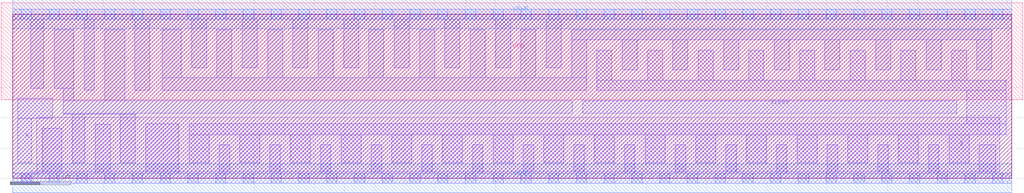
<source format=lef>
# Copyright 2020 The SkyWater PDK Authors
#
# Licensed under the Apache License, Version 2.0 (the "License");
# you may not use this file except in compliance with the License.
# You may obtain a copy of the License at
#
#     https://www.apache.org/licenses/LICENSE-2.0
#
# Unless required by applicable law or agreed to in writing, software
# distributed under the License is distributed on an "AS IS" BASIS,
# WITHOUT WARRANTIES OR CONDITIONS OF ANY KIND, either express or implied.
# See the License for the specific language governing permissions and
# limitations under the License.
#
# SPDX-License-Identifier: Apache-2.0

VERSION 5.7 ;

BUSBITCHARS "[]" ;
DIVIDERCHAR "/" ;

UNITS
  TIME NANOSECONDS 1 ;
  CAPACITANCE PICOFARADS 1 ;
  RESISTANCE OHMS 1 ;
  DATABASE MICRONS 1000 ;
END UNITS

MANUFACTURINGGRID 0.005 ;
USEMINSPACING OBS OFF ;

PROPERTYDEFINITIONS
  LAYER LEF58_TYPE STRING ;
END PROPERTYDEFINITIONS

# High density, single height
SITE unithd
  SYMMETRY Y ;
  CLASS CORE ;
  SIZE 0.46 BY 2.72 ;
END unithd

# High density, double height
SITE unithddbl
  SYMMETRY Y ;
  CLASS CORE ;
  SIZE 0.46 BY 5.44 ;
END unithddbl

LAYER nwell
  TYPE MASTERSLICE ;
  PROPERTY LEF58_TYPE "TYPE NWELL ;" ;
END nwell

LAYER pwell
  TYPE MASTERSLICE ;
  PROPERTY LEF58_TYPE "TYPE PWELL ;" ;
END pwell

LAYER li1
  TYPE ROUTING ;
  DIRECTION VERTICAL ;

  PITCH 0.46 0.34 ;
  OFFSET 0.23 0.17 ;

  WIDTH 0.17 ;          # LI 1
  # SPACING  0.17 ;     # LI 2
  SPACINGTABLE
     PARALLELRUNLENGTH 0
     WIDTH 0 0.17 ;
  AREA 0.0561 ;         # LI 6
  THICKNESS 0.1 ;
  EDGECAPACITANCE 40.697E-6 ;
  CAPACITANCE CPERSQDIST 36.9866E-6 ;
  RESISTANCE RPERSQ 17.0 ;

  ANTENNAMODEL OXIDE1 ;
  ANTENNADIFFSIDEAREARATIO PWL ( ( 0 75 ) ( 0.0125 75 ) ( 0.0225 85.125 ) ( 22.5 10200 ) ) ;
END li1

LAYER mcon
  TYPE CUT ;

  WIDTH 0.17 ;                # Mcon 1
  SPACING 0.19 ;              # Mcon 2
  ENCLOSURE BELOW 0 0 ;       # Mcon 4
  ENCLOSURE ABOVE 0.03 0.06 ; # Met1 4 / Met1 5
  RESISTANCE 23.0 ;

  ANTENNADIFFAREARATIO PWL ( ( 0 3 ) ( 0.0125 3 ) ( 0.0225 3.405 ) ( 22.5 408 ) ) ;
  DCCURRENTDENSITY AVERAGE 0.36 ; # mA per via Iavg_max at Tj = 90oC

END mcon

LAYER met1
  TYPE ROUTING ;
  DIRECTION HORIZONTAL ;

  PITCH 0.34 ;
  OFFSET 0.17 ;

  WIDTH 0.14 ;                     # Met1 1
  # SPACING 0.14 ;                 # Met1 2
  # SPACING 0.28 RANGE 3.001 100 ; # Met1 3b
  SPACINGTABLE
     PARALLELRUNLENGTH 0
     WIDTH 0 0.14
     WIDTH 3 0.28 ;
  AREA 0.083 ;                     # Met1 6
  THICKNESS 0.35 ;
  MINENCLOSEDAREA 0.14 ;

  ANTENNAMODEL OXIDE1 ;
  ANTENNADIFFSIDEAREARATIO PWL ( ( 0 400 ) ( 0.0125 400 ) ( 0.0225 2609 ) ( 22.5 11600 ) ) ;

  EDGECAPACITANCE 40.567E-6 ;
  CAPACITANCE CPERSQDIST 25.7784E-6 ;
  DCCURRENTDENSITY AVERAGE 2.8 ; # mA/um Iavg_max at Tj = 90oC
  ACCURRENTDENSITY RMS 6.1 ; # mA/um Irms_max at Tj = 90oC
  MAXIMUMDENSITY 70 ;
  DENSITYCHECKWINDOW 700 700 ;
  DENSITYCHECKSTEP 70 ;

  RESISTANCE RPERSQ 0.145 ;
END met1

LAYER via
  TYPE CUT ;
  WIDTH 0.15 ;                  # Via 1a
  SPACING 0.17 ;                # Via 2
  ENCLOSURE BELOW 0.055 0.085 ; # Via 4a / Via 5a
  ENCLOSURE ABOVE 0.055 0.085 ; # Met2 4 / Met2 5
  RESISTANCE 15.0 ;

  ANTENNADIFFAREARATIO PWL ( ( 0 6 ) ( 0.0125 6 ) ( 0.0225 6.81 ) ( 22.5 816 ) ) ;
  DCCURRENTDENSITY AVERAGE 0.29 ; # mA per via Iavg_max at Tj = 90oC
END via

LAYER met2
  TYPE ROUTING ;
  DIRECTION VERTICAL ;

  PITCH 0.46 ;
  OFFSET 0.23 ;

  WIDTH 0.14 ;                        # Met2 1
  # SPACING  0.14 ;                   # Met2 2
  # SPACING  0.28 RANGE 3.001 100 ;   # Met2 3b
  SPACINGTABLE
     PARALLELRUNLENGTH 0
     WIDTH 0 0.14
     WIDTH 3 0.28 ;
  AREA 0.0676 ;                       # Met2 6
  THICKNESS 0.35 ;
  MINENCLOSEDAREA 0.14 ;

  EDGECAPACITANCE 37.759E-6 ;
  CAPACITANCE CPERSQDIST 16.9423E-6 ;
  RESISTANCE RPERSQ 0.145 ;
  DCCURRENTDENSITY AVERAGE 2.8 ; # mA/um Iavg_max at Tj = 90oC
  ACCURRENTDENSITY RMS 6.1 ; # mA/um Irms_max at Tj = 90oC

  ANTENNAMODEL OXIDE1 ;
  ANTENNADIFFSIDEAREARATIO PWL ( ( 0 400 ) ( 0.0125 400 ) ( 0.0225 2609 ) ( 22.5 11600 ) ) ;

  MAXIMUMDENSITY 70 ;
  DENSITYCHECKWINDOW 700 700 ;
  DENSITYCHECKSTEP 70 ;
END met2

# ******** Layer via2, type routing, number 44 **************
LAYER via2
  TYPE CUT ;
  WIDTH 0.2 ;                   # Via2 1
  SPACING 0.2 ;                 # Via2 2
  ENCLOSURE BELOW 0.04 0.085 ;  # Via2 4
  ENCLOSURE ABOVE 0.065 0.065 ; # Met3 4
  RESISTANCE 8.0 ;
  ANTENNADIFFAREARATIO PWL ( ( 0 6 ) ( 0.0125 6 ) ( 0.0225 6.81 ) ( 22.5 816 ) ) ;
  DCCURRENTDENSITY AVERAGE 0.48 ; # mA per via Iavg_max at Tj = 90oC
END via2

LAYER met3
  TYPE ROUTING ;
  DIRECTION HORIZONTAL ;

  PITCH 0.68 ;
  OFFSET 0.34 ;

  WIDTH 0.3 ;              # Met3 1
  # SPACING 0.3 ;          # Met3 2
  SPACINGTABLE
     PARALLELRUNLENGTH 0
     WIDTH 0 0.3
     WIDTH 3 0.4 ;
  AREA 0.24 ;              # Met3 6
  THICKNESS 0.8 ;

  EDGECAPACITANCE 40.989E-6 ;
  CAPACITANCE CPERSQDIST 12.3729E-6 ;
  RESISTANCE RPERSQ 0.056 ;
  DCCURRENTDENSITY AVERAGE 6.8 ; # mA/um Iavg_max at Tj = 90oC
  ACCURRENTDENSITY RMS 14.9 ; # mA/um Irms_max at Tj = 90oC

  ANTENNAMODEL OXIDE1 ;
  ANTENNADIFFSIDEAREARATIO PWL ( ( 0 400 ) ( 0.0125 400 ) ( 0.0225 2609 ) ( 22.5 11600 ) ) ;

  MAXIMUMDENSITY 70 ;
  DENSITYCHECKWINDOW 700 700 ;
  DENSITYCHECKSTEP 70 ;
END met3

LAYER via3
  TYPE CUT ;
  WIDTH 0.2 ;                   # Via3 1
  SPACING 0.2 ;                 # Via3 2
  ENCLOSURE BELOW 0.06 0.09 ;   # Via3 4 / Via3 5
  ENCLOSURE ABOVE 0.065 0.065 ; # Met4 3
  RESISTANCE 8.0 ;
  ANTENNADIFFAREARATIO PWL ( ( 0 6 ) ( 0.0125 6 ) ( 0.0225 6.81 ) ( 22.5 816 ) ) ;
  DCCURRENTDENSITY AVERAGE 0.48 ; # mA per via Iavg_max at Tj = 90oC
END via3

LAYER met4
  TYPE ROUTING ;
  DIRECTION VERTICAL ;

  PITCH 0.92 ;
  OFFSET 0.46 ;

  WIDTH 0.3 ;             # Met4 1
  # SPACING  0.3 ;             # Met4 2
  SPACINGTABLE
     PARALLELRUNLENGTH 0
     WIDTH 0 0.3
     WIDTH 3 0.4 ;
  AREA 0.24 ;            # Met4 4a

  THICKNESS 0.8 ;

  EDGECAPACITANCE 36.676E-6 ;
  CAPACITANCE CPERSQDIST 8.41537E-6 ;
  RESISTANCE RPERSQ 0.056 ;
  DCCURRENTDENSITY AVERAGE 6.8 ; # mA/um Iavg_max at Tj = 90oC
  ACCURRENTDENSITY RMS 14.9 ; # mA/um Irms_max at Tj = 90oC

  ANTENNAMODEL OXIDE1 ;
  ANTENNADIFFSIDEAREARATIO PWL ( ( 0 400 ) ( 0.0125 400 ) ( 0.0225 2609 ) ( 22.5 11600 ) ) ;

  MAXIMUMDENSITY 70 ;
  DENSITYCHECKWINDOW 700 700 ;
  DENSITYCHECKSTEP 70 ;
END met4

LAYER via4
  TYPE CUT ;

  WIDTH 0.8 ;                 # Via4 1
  SPACING 0.8 ;               # Via4 2
  ENCLOSURE BELOW 0.19 0.19 ; # Via4 4
  ENCLOSURE ABOVE 0.31 0.31 ; # Met5 3
  RESISTANCE 0.891 ;
  ANTENNADIFFAREARATIO PWL ( ( 0 6 ) ( 0.0125 6 ) ( 0.0225 6.81 ) ( 22.5 816 ) ) ;
  DCCURRENTDENSITY AVERAGE 2.49 ; # mA per via Iavg_max at Tj = 90oC
END via4

LAYER met5
  TYPE ROUTING ;
  DIRECTION HORIZONTAL ;

  PITCH 3.4 ;
  OFFSET 1.7 ;

  WIDTH 1.6 ;            # Met5 1
  #SPACING  1.6 ;        # Met5 2
  SPACINGTABLE
     PARALLELRUNLENGTH 0
     WIDTH 0 1.6 ;
  AREA 4 ;               # Met5 4

  THICKNESS 1.2 ;

  EDGECAPACITANCE 38.851E-6 ;
  CAPACITANCE CPERSQDIST 6.32063E-6 ;
  RESISTANCE RPERSQ 0.0358 ;
  DCCURRENTDENSITY AVERAGE 10.17 ; # mA/um Iavg_max at Tj = 90oC
  ACCURRENTDENSITY RMS 22.34 ; # mA/um Irms_max at Tj = 90oC

  ANTENNAMODEL OXIDE1 ;
  ANTENNADIFFSIDEAREARATIO PWL ( ( 0 400 ) ( 0.0125 400 ) ( 0.0225 2609 ) ( 22.5 11600 ) ) ;
END met5


### Routing via cells section   ###
# Plus via rule, metals are along the prefered direction
VIA L1M1_PR DEFAULT
  LAYER mcon ;
  RECT -0.085 -0.085 0.085 0.085 ;
  LAYER li1 ;
  RECT -0.085 -0.085 0.085 0.085 ;
  LAYER met1 ;
  RECT -0.145 -0.115 0.145 0.115 ;
END L1M1_PR

VIARULE L1M1_PR GENERATE
  LAYER li1 ;
  ENCLOSURE 0 0 ;
  LAYER met1 ;
  ENCLOSURE 0.06 0.03 ;
  LAYER mcon ;
  RECT -0.085 -0.085 0.085 0.085 ;
  SPACING 0.36 BY 0.36 ;
END L1M1_PR

# Plus via rule, metals are along the non prefered direction
VIA L1M1_PR_R DEFAULT
  LAYER mcon ;
  RECT -0.085 -0.085 0.085 0.085 ;
  LAYER li1 ;
  RECT -0.085 -0.085 0.085 0.085 ;
  LAYER met1 ;
  RECT -0.115 -0.145 0.115 0.145 ;
END L1M1_PR_R

VIARULE L1M1_PR_R GENERATE
  LAYER li1 ;
  ENCLOSURE 0 0 ;
  LAYER met1 ;
  ENCLOSURE 0.03 0.06 ;
  LAYER mcon ;
  RECT -0.085 -0.085 0.085 0.085 ;
  SPACING 0.36 BY 0.36 ;
END L1M1_PR_R

# Minus via rule, lower layer metal is along prefered direction
VIA L1M1_PR_M DEFAULT
  LAYER mcon ;
  RECT -0.085 -0.085 0.085 0.085 ;
  LAYER li1 ;
  RECT -0.085 -0.085 0.085 0.085 ;
  LAYER met1 ;
  RECT -0.115 -0.145 0.115 0.145 ;
END L1M1_PR_M

VIARULE L1M1_PR_M GENERATE
  LAYER li1 ;
  ENCLOSURE 0 0 ;
  LAYER met1 ;
  ENCLOSURE 0.03 0.06 ;
  LAYER mcon ;
  RECT -0.085 -0.085 0.085 0.085 ;
  SPACING 0.36 BY 0.36 ;
END L1M1_PR_M

# Minus via rule, upper layer metal is along prefered direction
VIA L1M1_PR_MR DEFAULT
  LAYER mcon ;
  RECT -0.085 -0.085 0.085 0.085 ;
  LAYER li1 ;
  RECT -0.085 -0.085 0.085 0.085 ;
  LAYER met1 ;
  RECT -0.145 -0.115 0.145 0.115 ;
END L1M1_PR_MR

VIARULE L1M1_PR_MR GENERATE
  LAYER li1 ;
  ENCLOSURE 0 0 ;
  LAYER met1 ;
  ENCLOSURE 0.06 0.03 ;
  LAYER mcon ;
  RECT -0.085 -0.085 0.085 0.085 ;
  SPACING 0.36 BY 0.36 ;
END L1M1_PR_MR

# Centered via rule, we really do not want to use it
VIA L1M1_PR_C DEFAULT
  LAYER mcon ;
  RECT -0.085 -0.085 0.085 0.085 ;
  LAYER li1 ;
  RECT -0.085 -0.085 0.085 0.085 ;
  LAYER met1 ;
  RECT -0.145 -0.145 0.145 0.145 ;
END L1M1_PR_C

VIARULE L1M1_PR_C GENERATE
  LAYER li1 ;
  ENCLOSURE 0 0 ;
  LAYER met1 ;
  ENCLOSURE 0.06 0.06 ;
  LAYER mcon ;
  RECT -0.085 -0.085 0.085 0.085 ;
  SPACING 0.36 BY 0.36 ;
END L1M1_PR_C

# Plus via rule, metals are along the prefered direction
VIA M1M2_PR DEFAULT
  LAYER via ;
  RECT -0.075 -0.075 0.075 0.075 ;
  LAYER met1 ;
  RECT -0.16 -0.13 0.16 0.13 ;
  LAYER met2 ;
  RECT -0.13 -0.16 0.13 0.16 ;
END M1M2_PR

VIARULE M1M2_PR GENERATE
  LAYER met1 ;
  ENCLOSURE 0.085 0.055 ;
  LAYER met2 ;
  ENCLOSURE 0.055 0.085 ;
  LAYER via ;
  RECT -0.075 -0.075 0.075 0.075 ;
  SPACING 0.32 BY 0.32 ;
END M1M2_PR

# Plus via rule, metals are along the non prefered direction
VIA M1M2_PR_R DEFAULT
  LAYER via ;
  RECT -0.075 -0.075 0.075 0.075 ;
  LAYER met1 ;
  RECT -0.13 -0.16 0.13 0.16 ;
  LAYER met2 ;
  RECT -0.16 -0.13 0.16 0.13 ;
END M1M2_PR_R

VIARULE M1M2_PR_R GENERATE
  LAYER met1 ;
  ENCLOSURE 0.055 0.085 ;
  LAYER met2 ;
  ENCLOSURE 0.085 0.055 ;
  LAYER via ;
  RECT -0.075 -0.075 0.075 0.075 ;
  SPACING 0.32 BY 0.32 ;
END M1M2_PR_R

# Minus via rule, lower layer metal is along prefered direction
VIA M1M2_PR_M DEFAULT
  LAYER via ;
  RECT -0.075 -0.075 0.075 0.075 ;
  LAYER met1 ;
  RECT -0.16 -0.13 0.16 0.13 ;
  LAYER met2 ;
  RECT -0.16 -0.13 0.16 0.13 ;
END M1M2_PR_M

VIARULE M1M2_PR_M GENERATE
  LAYER met1 ;
  ENCLOSURE 0.085 0.055 ;
  LAYER met2 ;
  ENCLOSURE 0.085 0.055 ;
  LAYER via ;
  RECT -0.075 -0.075 0.075 0.075 ;
  SPACING 0.32 BY 0.32 ;
END M1M2_PR_M

# Minus via rule, upper layer metal is along prefered direction
VIA M1M2_PR_MR DEFAULT
  LAYER via ;
  RECT -0.075 -0.075 0.075 0.075 ;
  LAYER met1 ;
  RECT -0.13 -0.16 0.13 0.16 ;
  LAYER met2 ;
  RECT -0.13 -0.16 0.13 0.16 ;
END M1M2_PR_MR

VIARULE M1M2_PR_MR GENERATE
  LAYER met1 ;
  ENCLOSURE 0.055 0.085 ;
  LAYER met2 ;
  ENCLOSURE 0.055 0.085 ;
  LAYER via ;
  RECT -0.075 -0.075 0.075 0.075 ;
  SPACING 0.32 BY 0.32 ;
END M1M2_PR_MR

# Centered via rule, we really do not want to use it
VIA M1M2_PR_C DEFAULT
  LAYER via ;
  RECT -0.075 -0.075 0.075 0.075 ;
  LAYER met1 ;
  RECT -0.16 -0.16 0.16 0.16 ;
  LAYER met2 ;
  RECT -0.16 -0.16 0.16 0.16 ;
END M1M2_PR_C

VIARULE M1M2_PR_C GENERATE
  LAYER met1 ;
  ENCLOSURE 0.085 0.085 ;
  LAYER met2 ;
  ENCLOSURE 0.085 0.085 ;
  LAYER via ;
  RECT -0.075 -0.075 0.075 0.075 ;
  SPACING 0.32 BY 0.32 ;
END M1M2_PR_C

# Plus via rule, metals are along the prefered direction
VIA M2M3_PR DEFAULT
  LAYER via2 ;
  RECT -0.1 -0.1 0.1 0.1 ;
  LAYER met2 ;
  RECT -0.14 -0.185 0.14 0.185 ;
  LAYER met3 ;
  RECT -0.165 -0.165 0.165 0.165 ;
END M2M3_PR

VIARULE M2M3_PR GENERATE
  LAYER met2 ;
  ENCLOSURE 0.04 0.085 ;
  LAYER met3 ;
  ENCLOSURE 0.065 0.065 ;
  LAYER via2 ;
  RECT -0.1 -0.1 0.1 0.1 ;
  SPACING 0.4 BY 0.4 ;
END M2M3_PR

# Plus via rule, metals are along the non prefered direction
VIA M2M3_PR_R DEFAULT
  LAYER via2 ;
  RECT -0.1 -0.1 0.1 0.1 ;
  LAYER met2 ;
  RECT -0.185 -0.14 0.185 0.14 ;
  LAYER met3 ;
  RECT -0.165 -0.165 0.165 0.165 ;
END M2M3_PR_R

VIARULE M2M3_PR_R GENERATE
  LAYER met2 ;
  ENCLOSURE 0.085 0.04 ;
  LAYER met3 ;
  ENCLOSURE 0.065 0.065 ;
  LAYER via2 ;
  RECT -0.1 -0.1 0.1 0.1 ;
  SPACING 0.4 BY 0.4 ;
END M2M3_PR_R

# Minus via rule, lower layer metal is along prefered direction
VIA M2M3_PR_M DEFAULT
  LAYER via2 ;
  RECT -0.1 -0.1 0.1 0.1 ;
  LAYER met2 ;
  RECT -0.14 -0.185 0.14 0.185 ;
  LAYER met3 ;
  RECT -0.165 -0.165 0.165 0.165 ;
END M2M3_PR_M

VIARULE M2M3_PR_M GENERATE
  LAYER met2 ;
  ENCLOSURE 0.04 0.085 ;
  LAYER met3 ;
  ENCLOSURE 0.065 0.065 ;
  LAYER via2 ;
  RECT -0.1 -0.1 0.1 0.1 ;
  SPACING 0.4 BY 0.4 ;
END M2M3_PR_M

# Minus via rule, upper layer metal is along prefered direction
VIA M2M3_PR_MR DEFAULT
  LAYER via2 ;
  RECT -0.1 -0.1 0.1 0.1 ;
  LAYER met2 ;
  RECT -0.185 -0.14 0.185 0.14 ;
  LAYER met3 ;
  RECT -0.165 -0.165 0.165 0.165 ;
END M2M3_PR_MR

VIARULE M2M3_PR_MR GENERATE
  LAYER met2 ;
  ENCLOSURE 0.085 0.04 ;
  LAYER met3 ;
  ENCLOSURE 0.065 0.065 ;
  LAYER via2 ;
  RECT -0.1 -0.1 0.1 0.1 ;
  SPACING 0.4 BY 0.4 ;
END M2M3_PR_MR

# Centered via rule, we really do not want to use it
VIA M2M3_PR_C DEFAULT
  LAYER via2 ;
  RECT -0.1 -0.1 0.1 0.1 ;
  LAYER met2 ;
  RECT -0.185 -0.185 0.185 0.185 ;
  LAYER met3 ;
  RECT -0.165 -0.165 0.165 0.165 ;
END M2M3_PR_C

VIARULE M2M3_PR_C GENERATE
  LAYER met2 ;
  ENCLOSURE 0.085 0.085 ;
  LAYER met3 ;
  ENCLOSURE 0.065 0.065 ;
  LAYER via2 ;
  RECT -0.1 -0.1 0.1 0.1 ;
  SPACING 0.4 BY 0.4 ;
END M2M3_PR_C

# Plus via rule, metals are along the prefered direction
VIA M3M4_PR DEFAULT
  LAYER via3 ;
  RECT -0.1 -0.1 0.1 0.1 ;
  LAYER met3 ;
  RECT -0.19 -0.16 0.19 0.16 ;
  LAYER met4 ;
  RECT -0.165 -0.165 0.165 0.165 ;
END M3M4_PR

VIARULE M3M4_PR GENERATE
  LAYER met3 ;
  ENCLOSURE 0.09 0.06 ;
  LAYER met4 ;
  ENCLOSURE 0.065 0.065 ;
  LAYER via3 ;
  RECT -0.1 -0.1 0.1 0.1 ;
  SPACING 0.4 BY 0.4 ;
END M3M4_PR

# Plus via rule, metals are along the non prefered direction
VIA M3M4_PR_R DEFAULT
  LAYER via3 ;
  RECT -0.1 -0.1 0.1 0.1 ;
  LAYER met3 ;
  RECT -0.16 -0.19 0.16 0.19 ;
  LAYER met4 ;
  RECT -0.165 -0.165 0.165 0.165 ;
END M3M4_PR_R

VIARULE M3M4_PR_R GENERATE
  LAYER met3 ;
  ENCLOSURE 0.06 0.09 ;
  LAYER met4 ;
  ENCLOSURE 0.065 0.065 ;
  LAYER via3 ;
  RECT -0.1 -0.1 0.1 0.1 ;
  SPACING 0.4 BY 0.4 ;
END M3M4_PR_R

# Minus via rule, lower layer metal is along prefered direction
VIA M3M4_PR_M DEFAULT
  LAYER via3 ;
  RECT -0.1 -0.1 0.1 0.1 ;
  LAYER met3 ;
  RECT -0.19 -0.16 0.19 0.16 ;
  LAYER met4 ;
  RECT -0.165 -0.165 0.165 0.165 ;
END M3M4_PR_M

VIARULE M3M4_PR_M GENERATE
  LAYER met3 ;
  ENCLOSURE 0.09 0.06 ;
  LAYER met4 ;
  ENCLOSURE 0.065 0.065 ;
  LAYER via3 ;
  RECT -0.1 -0.1 0.1 0.1 ;
  SPACING 0.4 BY 0.4 ;
END M3M4_PR_M

# Minus via rule, upper layer metal is along prefered direction
VIA M3M4_PR_MR DEFAULT
  LAYER via3 ;
  RECT -0.1 -0.1 0.1 0.1 ;
  LAYER met3 ;
  RECT -0.16 -0.19 0.16 0.19 ;
  LAYER met4 ;
  RECT -0.165 -0.165 0.165 0.165 ;
END M3M4_PR_MR

VIARULE M3M4_PR_MR GENERATE
  LAYER met3 ;
  ENCLOSURE 0.06 0.09 ;
  LAYER met4 ;
  ENCLOSURE 0.065 0.065 ;
  LAYER via3 ;
  RECT -0.1 -0.1 0.1 0.1 ;
  SPACING 0.4 BY 0.4 ;
END M3M4_PR_MR

# Centered via rule, we really do not want to use it
VIA M3M4_PR_C DEFAULT
  LAYER via3 ;
  RECT -0.1 -0.1 0.1 0.1 ;
  LAYER met3 ;
  RECT -0.19 -0.19 0.19 0.19 ;
  LAYER met4 ;
  RECT -0.165 -0.165 0.165 0.165 ;
END M3M4_PR_C

VIARULE M3M4_PR_C GENERATE
  LAYER met3 ;
  ENCLOSURE 0.09 0.09 ;
  LAYER met4 ;
  ENCLOSURE 0.065 0.065 ;
  LAYER via3 ;
  RECT -0.1 -0.1 0.1 0.1 ;
  SPACING 0.4 BY 0.4 ;
END M3M4_PR_C

# Plus via rule, metals are along the prefered direction
VIA M4M5_PR DEFAULT
  LAYER via4 ;
  RECT -0.4 -0.4 0.4 0.4 ;
  LAYER met4 ;
  RECT -0.59 -0.59 0.59 0.59 ;
  LAYER met5 ;
  RECT -0.71 -0.71 0.71 0.71 ;
END M4M5_PR

VIARULE M4M5_PR GENERATE
  LAYER met4 ;
  ENCLOSURE 0.19 0.19 ;
  LAYER met5 ;
  ENCLOSURE 0.31 0.31 ;
  LAYER via4 ;
  RECT -0.4 -0.4 0.4 0.4 ;
  SPACING 1.6 BY 1.6 ;
END M4M5_PR

# Plus via rule, metals are along the non prefered direction
VIA M4M5_PR_R DEFAULT
  LAYER via4 ;
  RECT -0.4 -0.4 0.4 0.4 ;
  LAYER met4 ;
  RECT -0.59 -0.59 0.59 0.59 ;
  LAYER met5 ;
  RECT -0.71 -0.71 0.71 0.71 ;
END M4M5_PR_R

VIARULE M4M5_PR_R GENERATE
  LAYER met4 ;
  ENCLOSURE 0.19 0.19 ;
  LAYER met5 ;
  ENCLOSURE 0.31 0.31 ;
  LAYER via4 ;
  RECT -0.4 -0.4 0.4 0.4 ;
  SPACING 1.6 BY 1.6 ;
END M4M5_PR_R

# Minus via rule, lower layer metal is along prefered direction
VIA M4M5_PR_M DEFAULT
  LAYER via4 ;
  RECT -0.4 -0.4 0.4 0.4 ;
  LAYER met4 ;
  RECT -0.59 -0.59 0.59 0.59 ;
  LAYER met5 ;
  RECT -0.71 -0.71 0.71 0.71 ;
END M4M5_PR_M

VIARULE M4M5_PR_M GENERATE
  LAYER met4 ;
  ENCLOSURE 0.19 0.19 ;
  LAYER met5 ;
  ENCLOSURE 0.31 0.31 ;
  LAYER via4 ;
  RECT -0.4 -0.4 0.4 0.4 ;
  SPACING 1.6 BY 1.6 ;
END M4M5_PR_M

# Minus via rule, upper layer metal is along prefered direction
VIA M4M5_PR_MR DEFAULT
  LAYER via4 ;
  RECT -0.4 -0.4 0.4 0.4 ;
  LAYER met4 ;
  RECT -0.59 -0.59 0.59 0.59 ;
  LAYER met5 ;
  RECT -0.71 -0.71 0.71 0.71 ;
END M4M5_PR_MR

VIARULE M4M5_PR_MR GENERATE
  LAYER met4 ;
  ENCLOSURE 0.19 0.19 ;
  LAYER met5 ;
  ENCLOSURE 0.31 0.31 ;
  LAYER via4 ;
  RECT -0.4 -0.4 0.4 0.4 ;
  SPACING 1.6 BY 1.6 ;
END M4M5_PR_MR

# Centered via rule, we really do not want to use it
VIA M4M5_PR_C DEFAULT
  LAYER via4 ;
  RECT -0.4 -0.4 0.4 0.4 ;
  LAYER met4 ;
  RECT -0.59 -0.59 0.59 0.59 ;
  LAYER met5 ;
  RECT -0.71 -0.71 0.71 0.71 ;
END M4M5_PR_C

VIARULE M4M5_PR_C GENERATE
  LAYER met4 ;
  ENCLOSURE 0.19 0.19 ;
  LAYER met5 ;
  ENCLOSURE 0.31 0.31 ;
  LAYER via4 ;
  RECT -0.4 -0.4 0.4 0.4 ;
  SPACING 1.6 BY 1.6 ;
END M4M5_PR_C
###  end of single via cells   ###


MACRO sky130_ef_sc_hd__decap_12
  CLASS CORE SPACER ;
  FOREIGN sky130_ef_sc_hd__decap_12 ;
  ORIGIN 0.000 0.000 ;
  SIZE 5.520 BY 2.720 ;
  SYMMETRY X Y R90 ;
  SITE unithd ;
  PIN VPWR
    USE POWER ;
    PORT
      LAYER met1 ;
        RECT 0.000 2.480 5.520 2.960 ;
    END
  END VPWR
  PIN VGND
    USE GROUND ;
    PORT
      LAYER met1 ;
        RECT 0.000 -0.240 5.520 0.240 ;
    END
  END VGND
  PIN VPB
    DIRECTION INOUT ;
    USE POWER ;
    PORT
      LAYER nwell ;
        RECT -0.190 1.305 5.710 2.910 ;
    END
  END VPB
  PIN VNB
    DIRECTION INOUT ;
    USE GROUND ;
    PORT
      LAYER pwell ;
        RECT 0.005 0.105 5.515 0.915 ;
        RECT 0.145 -0.085 0.315 0.105 ;
    END
  END VNB
  OBS
      LAYER li1 ;
        RECT 0.000 2.635 5.520 2.805 ;
        RECT 0.085 2.200 5.430 2.635 ;
        RECT 1.670 0.630 2.010 1.460 ;
        RECT 3.490 0.950 3.840 2.200 ;
        RECT 0.085 0.085 5.430 0.630 ;
        RECT 0.000 -0.085 5.520 0.085 ;
      LAYER mcon ;
        RECT 0.145 2.635 0.315 2.805 ;
        RECT 0.605 2.635 0.775 2.805 ;
        RECT 1.065 2.635 1.235 2.805 ;
        RECT 1.525 2.635 1.695 2.805 ;
        RECT 1.985 2.635 2.155 2.805 ;
        RECT 2.445 2.635 2.615 2.805 ;
        RECT 2.905 2.635 3.075 2.805 ;
        RECT 3.365 2.635 3.535 2.805 ;
        RECT 3.825 2.635 3.995 2.805 ;
        RECT 4.285 2.635 4.455 2.805 ;
        RECT 4.745 2.635 4.915 2.805 ;
        RECT 5.205 2.635 5.375 2.805 ;
        RECT 0.145 -0.085 0.315 0.085 ;
        RECT 0.605 -0.085 0.775 0.085 ;
        RECT 1.065 -0.085 1.235 0.085 ;
        RECT 1.525 -0.085 1.695 0.085 ;
        RECT 1.985 -0.085 2.155 0.085 ;
        RECT 2.445 -0.085 2.615 0.085 ;
        RECT 2.905 -0.085 3.075 0.085 ;
        RECT 3.365 -0.085 3.535 0.085 ;
        RECT 3.825 -0.085 3.995 0.085 ;
        RECT 4.285 -0.085 4.455 0.085 ;
        RECT 4.745 -0.085 4.915 0.085 ;
        RECT 5.205 -0.085 5.375 0.085 ;
  END
END sky130_ef_sc_hd__decap_12
MACRO sky130_ef_sc_hd__fill_4
  CLASS CORE SPACER ;
  FOREIGN sky130_ef_sc_hd__fill_4 ;
  ORIGIN 0.000 0.000 ;
  SIZE 1.840 BY 2.720 ;
  SYMMETRY X Y R90 ;
  SITE unithd ;
  PIN VPWR
    USE POWER ;
    PORT
      LAYER met1 ;
        RECT 0.000 2.480 1.840 2.960 ;
    END
  END VPWR
  PIN VGND
    USE GROUND ;
    PORT
      LAYER met1 ;
        RECT 0.000 -0.240 1.840 0.240 ;
    END
  END VGND
  PIN VPB
    DIRECTION INOUT ;
    USE POWER ;
    PORT
      LAYER nwell ;
        RECT -0.190 1.305 2.030 2.910 ;
    END
  END VPB
  PIN VNB
    DIRECTION INOUT ;
    USE GROUND ;
    PORT
      LAYER pwell ;
        RECT 0.025 0.065 1.815 1.015 ;
        RECT 0.175 -0.060 0.285 0.065 ;
    END
  END VNB
  OBS
      LAYER li1 ;
        RECT 0.000 2.635 1.840 2.805 ;
        RECT 0.000 -0.085 1.840 0.085 ;
      LAYER mcon ;
        RECT 0.145 2.635 0.315 2.805 ;
        RECT 0.605 2.635 0.775 2.805 ;
        RECT 1.065 2.635 1.235 2.805 ;
        RECT 1.525 2.635 1.695 2.805 ;
        RECT 0.145 -0.085 0.315 0.085 ;
        RECT 0.605 -0.085 0.775 0.085 ;
        RECT 1.065 -0.085 1.235 0.085 ;
        RECT 1.525 -0.085 1.695 0.085 ;
  END
END sky130_ef_sc_hd__fill_4
MACRO sky130_ef_sc_hd__fill_8
  CLASS CORE SPACER ;
  FOREIGN sky130_ef_sc_hd__fill_8 ;
  ORIGIN 0.000 0.000 ;
  SIZE 3.680 BY 2.720 ;
  SYMMETRY X Y R90 ;
  SITE unithd ;
  PIN VPWR
    USE POWER ;
    PORT
      LAYER met1 ;
        RECT 0.000 2.480 3.680 2.960 ;
    END
  END VPWR
  PIN VGND
    USE GROUND ;
    PORT
      LAYER met1 ;
        RECT 0.000 -0.240 3.680 0.240 ;
    END
  END VGND
  PIN VPB
    DIRECTION INOUT ;
    USE POWER ;
    PORT
      LAYER nwell ;
        RECT -0.190 1.305 3.870 2.910 ;
    END
  END VPB
  PIN VNB
    DIRECTION INOUT ;
    USE GROUND ;
    PORT
      LAYER pwell ;
        RECT 0.025 0.065 3.655 1.015 ;
        RECT 0.130 -0.120 0.350 0.065 ;
    END
  END VNB
  OBS
      LAYER li1 ;
        RECT 0.000 2.635 3.680 2.805 ;
        RECT 0.000 -0.085 3.680 0.085 ;
      LAYER mcon ;
        RECT 0.145 2.635 0.315 2.805 ;
        RECT 0.605 2.635 0.775 2.805 ;
        RECT 1.065 2.635 1.235 2.805 ;
        RECT 1.525 2.635 1.695 2.805 ;
        RECT 1.985 2.635 2.155 2.805 ;
        RECT 2.445 2.635 2.615 2.805 ;
        RECT 2.905 2.635 3.075 2.805 ;
        RECT 3.365 2.635 3.535 2.805 ;
        RECT 0.145 -0.085 0.315 0.085 ;
        RECT 0.605 -0.085 0.775 0.085 ;
        RECT 1.065 -0.085 1.235 0.085 ;
        RECT 1.525 -0.085 1.695 0.085 ;
        RECT 1.985 -0.085 2.155 0.085 ;
        RECT 2.445 -0.085 2.615 0.085 ;
        RECT 2.905 -0.085 3.075 0.085 ;
        RECT 3.365 -0.085 3.535 0.085 ;
  END
END sky130_ef_sc_hd__fill_8
MACRO sky130_ef_sc_hd__fill_12
  CLASS CORE SPACER ;
  FOREIGN sky130_ef_sc_hd__fill_12 ;
  ORIGIN 0.000 0.000 ;
  SIZE 5.520 BY 2.720 ;
  SYMMETRY X Y R90 ;
  SITE unithd ;
  PIN VPWR
    USE POWER ;
    PORT
      LAYER met1 ;
        RECT 0.000 2.480 5.520 2.960 ;
    END
  END VPWR
  PIN VGND
    USE GROUND ;
    PORT
      LAYER met1 ;
        RECT 0.000 -0.240 5.520 0.240 ;
    END
  END VGND
  PIN VPB
    DIRECTION INOUT ;
    USE POWER ;
    PORT
      LAYER nwell ;
        RECT -0.190 1.305 2.950 2.910 ;
    END
  END VPB
  PIN VNB
    DIRECTION INOUT ;
    USE GROUND ;
    PORT
      LAYER pwell ;
        RECT 0.005 0.105 2.755 0.915 ;
        RECT 0.145 -0.085 0.315 0.105 ;
    END
  END VNB
  OBS
      LAYER li1 ;
        RECT 0.000 2.635 5.520 2.805 ;
        RECT 0.085 1.545 2.675 2.635 ;
        RECT 0.085 0.855 1.295 1.375 ;
        RECT 1.465 1.025 2.675 1.545 ;
        RECT 0.085 0.085 2.675 0.855 ;
        RECT 0.000 -0.085 5.520 0.085 ;
      LAYER mcon ;
        RECT 0.145 2.635 0.315 2.805 ;
        RECT 0.605 2.635 0.775 2.805 ;
        RECT 1.065 2.635 1.235 2.805 ;
        RECT 1.525 2.635 1.695 2.805 ;
        RECT 1.985 2.635 2.155 2.805 ;
        RECT 2.445 2.635 2.615 2.805 ;
        RECT 2.905 2.635 3.075 2.805 ;
        RECT 3.365 2.635 3.535 2.805 ;
        RECT 3.825 2.635 3.995 2.805 ;
        RECT 4.285 2.635 4.455 2.805 ;
        RECT 4.745 2.635 4.915 2.805 ;
        RECT 5.205 2.635 5.375 2.805 ;
        RECT 0.145 -0.085 0.315 0.085 ;
        RECT 0.605 -0.085 0.775 0.085 ;
        RECT 1.065 -0.085 1.235 0.085 ;
        RECT 1.525 -0.085 1.695 0.085 ;
        RECT 1.985 -0.085 2.155 0.085 ;
        RECT 2.445 -0.085 2.615 0.085 ;
        RECT 2.905 -0.085 3.075 0.085 ;
        RECT 3.365 -0.085 3.535 0.085 ;
        RECT 3.825 -0.085 3.995 0.085 ;
        RECT 4.285 -0.085 4.455 0.085 ;
        RECT 4.745 -0.085 4.915 0.085 ;
        RECT 5.205 -0.085 5.375 0.085 ;
  END
END sky130_ef_sc_hd__fill_12
MACRO sky130_fd_sc_hd__a2bb2o_1
  CLASS CORE ;
  FOREIGN sky130_fd_sc_hd__a2bb2o_1 ;
  ORIGIN 0.000 0.000 ;
  SIZE 3.680 BY 2.720 ;
  SYMMETRY X Y R90 ;
  SITE unithd ;
  PIN A1_N
    DIRECTION INPUT ;
    USE SIGNAL ;
    ANTENNAGATEAREA 0.126000 ;
    PORT
      LAYER li1 ;
        RECT 0.910 0.995 1.240 1.615 ;
    END
  END A1_N
  PIN A2_N
    DIRECTION INPUT ;
    USE SIGNAL ;
    ANTENNAGATEAREA 0.126000 ;
    PORT
      LAYER li1 ;
        RECT 1.410 0.995 1.700 1.375 ;
    END
  END A2_N
  PIN B1
    DIRECTION INPUT ;
    USE SIGNAL ;
    ANTENNAGATEAREA 0.126000 ;
    PORT
      LAYER li1 ;
        RECT 3.280 0.765 3.540 1.655 ;
    END
  END B1
  PIN B2
    DIRECTION INPUT ;
    USE SIGNAL ;
    ANTENNAGATEAREA 0.126000 ;
    PORT
      LAYER li1 ;
        RECT 2.600 1.355 3.080 1.655 ;
        RECT 2.820 0.765 3.080 1.355 ;
    END
  END B2
  PIN VGND
    DIRECTION INOUT ;
    USE GROUND ;
    SHAPE ABUTMENT ;
    PORT
      LAYER met1 ;
        RECT 0.000 -0.240 3.680 0.240 ;
    END
  END VGND
  PIN VNB
    DIRECTION INOUT ;
    USE GROUND ;
    PORT
      LAYER pwell ;
        RECT 0.005 0.785 0.925 1.015 ;
        RECT 0.005 0.105 3.590 0.785 ;
        RECT 0.150 -0.085 0.320 0.105 ;
    END
  END VNB
  PIN VPB
    DIRECTION INOUT ;
    USE POWER ;
    PORT
      LAYER nwell ;
        RECT -0.190 1.305 3.870 2.910 ;
    END
  END VPB
  PIN VPWR
    DIRECTION INOUT ;
    USE POWER ;
    SHAPE ABUTMENT ;
    PORT
      LAYER met1 ;
        RECT 0.000 2.480 3.680 2.960 ;
    END
  END VPWR
  PIN X
    DIRECTION OUTPUT ;
    USE SIGNAL ;
    ANTENNADIFFAREA 0.429000 ;
    PORT
      LAYER li1 ;
        RECT 0.085 1.525 0.345 2.465 ;
        RECT 0.085 0.810 0.260 1.525 ;
        RECT 0.085 0.255 0.345 0.810 ;
    END
  END X
  OBS
      LAYER li1 ;
        RECT 0.000 2.635 3.680 2.805 ;
        RECT 0.515 2.235 0.845 2.635 ;
        RECT 1.990 2.370 2.245 2.465 ;
        RECT 1.105 2.200 2.245 2.370 ;
        RECT 2.415 2.255 2.745 2.425 ;
        RECT 1.105 1.975 1.275 2.200 ;
        RECT 0.515 1.805 1.275 1.975 ;
        RECT 1.990 2.065 2.245 2.200 ;
        RECT 0.515 1.325 0.685 1.805 ;
        RECT 1.540 1.715 1.710 1.905 ;
        RECT 1.990 1.895 2.400 2.065 ;
        RECT 1.540 1.545 2.060 1.715 ;
        RECT 0.430 0.995 0.685 1.325 ;
        RECT 1.890 0.825 2.060 1.545 ;
        RECT 1.180 0.655 2.060 0.825 ;
        RECT 2.230 0.870 2.400 1.895 ;
        RECT 2.575 2.005 2.745 2.255 ;
        RECT 2.915 2.175 3.165 2.635 ;
        RECT 3.335 2.005 3.515 2.465 ;
        RECT 2.575 1.835 3.515 2.005 ;
        RECT 2.230 0.700 2.580 0.870 ;
        RECT 0.515 0.085 0.945 0.530 ;
        RECT 1.180 0.255 1.350 0.655 ;
        RECT 1.520 0.085 2.240 0.485 ;
        RECT 2.410 0.255 2.580 0.700 ;
        RECT 3.155 0.085 3.555 0.595 ;
        RECT 0.000 -0.085 3.680 0.085 ;
      LAYER mcon ;
        RECT 0.145 2.635 0.315 2.805 ;
        RECT 0.605 2.635 0.775 2.805 ;
        RECT 1.065 2.635 1.235 2.805 ;
        RECT 1.525 2.635 1.695 2.805 ;
        RECT 1.985 2.635 2.155 2.805 ;
        RECT 2.445 2.635 2.615 2.805 ;
        RECT 2.905 2.635 3.075 2.805 ;
        RECT 3.365 2.635 3.535 2.805 ;
        RECT 0.145 -0.085 0.315 0.085 ;
        RECT 0.605 -0.085 0.775 0.085 ;
        RECT 1.065 -0.085 1.235 0.085 ;
        RECT 1.525 -0.085 1.695 0.085 ;
        RECT 1.985 -0.085 2.155 0.085 ;
        RECT 2.445 -0.085 2.615 0.085 ;
        RECT 2.905 -0.085 3.075 0.085 ;
        RECT 3.365 -0.085 3.535 0.085 ;
  END
END sky130_fd_sc_hd__a2bb2o_1
MACRO sky130_fd_sc_hd__a2bb2o_2
  CLASS CORE ;
  FOREIGN sky130_fd_sc_hd__a2bb2o_2 ;
  ORIGIN 0.000 0.000 ;
  SIZE 4.140 BY 2.720 ;
  SYMMETRY X Y R90 ;
  SITE unithd ;
  PIN A1_N
    DIRECTION INPUT ;
    USE SIGNAL ;
    ANTENNAGATEAREA 0.159000 ;
    PORT
      LAYER li1 ;
        RECT 1.345 0.995 1.675 1.615 ;
    END
  END A1_N
  PIN A2_N
    DIRECTION INPUT ;
    USE SIGNAL ;
    ANTENNAGATEAREA 0.159000 ;
    PORT
      LAYER li1 ;
        RECT 1.845 0.995 2.135 1.375 ;
    END
  END A2_N
  PIN B1
    DIRECTION INPUT ;
    USE SIGNAL ;
    ANTENNAGATEAREA 0.159000 ;
    PORT
      LAYER li1 ;
        RECT 3.730 0.765 3.990 1.655 ;
    END
  END B1
  PIN B2
    DIRECTION INPUT ;
    USE SIGNAL ;
    ANTENNAGATEAREA 0.159000 ;
    PORT
      LAYER li1 ;
        RECT 3.050 1.355 3.530 1.655 ;
        RECT 3.270 0.765 3.530 1.355 ;
    END
  END B2
  PIN VGND
    DIRECTION INOUT ;
    USE GROUND ;
    SHAPE ABUTMENT ;
    PORT
      LAYER met1 ;
        RECT 0.000 -0.240 4.140 0.240 ;
    END
  END VGND
  PIN VNB
    DIRECTION INOUT ;
    USE GROUND ;
    PORT
      LAYER pwell ;
        RECT 0.015 0.785 1.360 1.015 ;
        RECT 0.015 0.105 4.040 0.785 ;
        RECT 0.125 -0.085 0.295 0.105 ;
    END
  END VNB
  PIN VPB
    DIRECTION INOUT ;
    USE POWER ;
    PORT
      LAYER nwell ;
        RECT -0.190 1.305 4.330 2.910 ;
    END
  END VPB
  PIN VPWR
    DIRECTION INOUT ;
    USE POWER ;
    SHAPE ABUTMENT ;
    PORT
      LAYER met1 ;
        RECT 0.000 2.480 4.140 2.960 ;
    END
  END VPWR
  PIN X
    DIRECTION OUTPUT ;
    USE SIGNAL ;
    ANTENNADIFFAREA 0.445500 ;
    PORT
      LAYER li1 ;
        RECT 0.525 1.525 0.780 2.465 ;
        RECT 0.525 0.810 0.695 1.525 ;
        RECT 0.525 0.255 0.780 0.810 ;
    END
  END X
  OBS
      LAYER li1 ;
        RECT 0.000 2.635 4.140 2.805 ;
        RECT 0.185 1.445 0.355 2.635 ;
        RECT 0.950 2.235 1.280 2.635 ;
        RECT 2.500 2.370 2.670 2.465 ;
        RECT 1.540 2.200 2.670 2.370 ;
        RECT 2.875 2.255 3.205 2.425 ;
        RECT 1.540 1.975 1.710 2.200 ;
        RECT 0.950 1.805 1.710 1.975 ;
        RECT 2.440 2.065 2.670 2.200 ;
        RECT 0.950 1.325 1.120 1.805 ;
        RECT 1.975 1.715 2.145 1.905 ;
        RECT 2.440 1.895 2.850 2.065 ;
        RECT 1.975 1.545 2.510 1.715 ;
        RECT 0.865 0.995 1.120 1.325 ;
        RECT 0.185 0.085 0.355 0.930 ;
        RECT 2.340 0.825 2.510 1.545 ;
        RECT 1.615 0.655 2.510 0.825 ;
        RECT 2.680 0.870 2.850 1.895 ;
        RECT 3.035 2.005 3.205 2.255 ;
        RECT 3.375 2.175 3.625 2.635 ;
        RECT 3.795 2.005 3.965 2.465 ;
        RECT 3.035 1.835 3.965 2.005 ;
        RECT 2.680 0.700 3.030 0.870 ;
        RECT 0.950 0.085 1.380 0.530 ;
        RECT 1.615 0.255 1.785 0.655 ;
        RECT 1.955 0.085 2.690 0.485 ;
        RECT 2.860 0.255 3.030 0.700 ;
        RECT 3.605 0.085 4.005 0.595 ;
        RECT 0.000 -0.085 4.140 0.085 ;
      LAYER mcon ;
        RECT 0.145 2.635 0.315 2.805 ;
        RECT 0.605 2.635 0.775 2.805 ;
        RECT 1.065 2.635 1.235 2.805 ;
        RECT 1.525 2.635 1.695 2.805 ;
        RECT 1.985 2.635 2.155 2.805 ;
        RECT 2.445 2.635 2.615 2.805 ;
        RECT 2.905 2.635 3.075 2.805 ;
        RECT 3.365 2.635 3.535 2.805 ;
        RECT 3.825 2.635 3.995 2.805 ;
        RECT 0.145 -0.085 0.315 0.085 ;
        RECT 0.605 -0.085 0.775 0.085 ;
        RECT 1.065 -0.085 1.235 0.085 ;
        RECT 1.525 -0.085 1.695 0.085 ;
        RECT 1.985 -0.085 2.155 0.085 ;
        RECT 2.445 -0.085 2.615 0.085 ;
        RECT 2.905 -0.085 3.075 0.085 ;
        RECT 3.365 -0.085 3.535 0.085 ;
        RECT 3.825 -0.085 3.995 0.085 ;
  END
END sky130_fd_sc_hd__a2bb2o_2
MACRO sky130_fd_sc_hd__a2bb2o_4
  CLASS CORE ;
  FOREIGN sky130_fd_sc_hd__a2bb2o_4 ;
  ORIGIN 0.000 0.000 ;
  SIZE 7.360 BY 2.720 ;
  SYMMETRY X Y R90 ;
  SITE unithd ;
  PIN A1_N
    DIRECTION INPUT ;
    USE SIGNAL ;
    ANTENNAGATEAREA 0.495000 ;
    PORT
      LAYER li1 ;
        RECT 3.475 1.445 4.965 1.615 ;
        RECT 3.475 1.325 3.645 1.445 ;
        RECT 3.315 1.075 3.645 1.325 ;
        RECT 4.605 1.075 4.965 1.445 ;
    END
  END A1_N
  PIN A2_N
    DIRECTION INPUT ;
    USE SIGNAL ;
    ANTENNAGATEAREA 0.495000 ;
    PORT
      LAYER li1 ;
        RECT 3.815 1.075 4.435 1.275 ;
    END
  END A2_N
  PIN B1
    DIRECTION INPUT ;
    USE SIGNAL ;
    ANTENNAGATEAREA 0.495000 ;
    PORT
      LAYER li1 ;
        RECT 0.085 1.445 1.685 1.615 ;
        RECT 0.085 1.075 0.575 1.445 ;
        RECT 1.515 1.245 1.685 1.445 ;
        RECT 1.515 1.075 1.895 1.245 ;
    END
  END B1
  PIN B2
    DIRECTION INPUT ;
    USE SIGNAL ;
    ANTENNAGATEAREA 0.495000 ;
    PORT
      LAYER li1 ;
        RECT 0.805 1.075 1.345 1.275 ;
    END
  END B2
  PIN VGND
    DIRECTION INOUT ;
    USE GROUND ;
    SHAPE ABUTMENT ;
    PORT
      LAYER met1 ;
        RECT 0.000 -0.240 7.360 0.240 ;
    END
  END VGND
  PIN VNB
    DIRECTION INOUT ;
    USE GROUND ;
    PORT
      LAYER pwell ;
        RECT 0.005 0.105 6.915 1.015 ;
        RECT 0.150 -0.085 0.320 0.105 ;
    END
  END VNB
  PIN VPB
    DIRECTION INOUT ;
    USE POWER ;
    PORT
      LAYER nwell ;
        RECT -0.190 1.305 7.550 2.910 ;
    END
  END VPB
  PIN VPWR
    DIRECTION INOUT ;
    USE POWER ;
    SHAPE ABUTMENT ;
    PORT
      LAYER met1 ;
        RECT 0.000 2.480 7.360 2.960 ;
    END
  END VPWR
  PIN X
    DIRECTION OUTPUT ;
    USE SIGNAL ;
    ANTENNADIFFAREA 0.891000 ;
    PORT
      LAYER li1 ;
        RECT 5.275 1.955 5.525 2.465 ;
        RECT 6.115 1.955 6.365 2.465 ;
        RECT 5.275 1.785 6.365 1.955 ;
        RECT 6.115 1.655 6.365 1.785 ;
        RECT 6.115 1.415 6.920 1.655 ;
        RECT 6.610 0.905 6.920 1.415 ;
        RECT 5.235 0.725 6.920 0.905 ;
        RECT 5.235 0.275 5.565 0.725 ;
        RECT 6.075 0.275 6.405 0.725 ;
    END
  END X
  OBS
      LAYER li1 ;
        RECT 0.000 2.635 7.360 2.805 ;
        RECT 0.135 1.955 0.385 2.465 ;
        RECT 0.555 2.125 0.805 2.635 ;
        RECT 0.975 1.955 1.225 2.465 ;
        RECT 1.395 2.125 1.645 2.635 ;
        RECT 1.815 2.295 2.905 2.465 ;
        RECT 1.815 1.955 2.065 2.295 ;
        RECT 2.655 2.135 2.905 2.295 ;
        RECT 3.175 2.135 3.425 2.635 ;
        RECT 3.595 2.295 4.685 2.465 ;
        RECT 3.595 2.135 3.845 2.295 ;
        RECT 0.135 1.785 2.065 1.955 ;
        RECT 1.855 1.455 2.065 1.785 ;
        RECT 2.235 1.965 2.485 2.125 ;
        RECT 4.015 1.965 4.265 2.125 ;
        RECT 2.235 1.415 2.620 1.965 ;
        RECT 3.135 1.785 4.265 1.965 ;
        RECT 4.435 1.785 4.685 2.295 ;
        RECT 4.855 1.795 5.105 2.635 ;
        RECT 5.695 2.165 5.945 2.635 ;
        RECT 6.535 1.825 6.785 2.635 ;
        RECT 3.135 1.665 3.305 1.785 ;
        RECT 2.955 1.495 3.305 1.665 ;
        RECT 2.235 0.905 2.445 1.415 ;
        RECT 2.955 1.245 3.145 1.495 ;
        RECT 2.615 1.075 3.145 1.245 ;
        RECT 5.135 1.245 5.460 1.615 ;
        RECT 5.135 1.075 6.440 1.245 ;
        RECT 2.955 0.905 3.145 1.075 ;
        RECT 0.175 0.085 0.345 0.895 ;
        RECT 0.515 0.475 0.765 0.905 ;
        RECT 0.935 0.735 2.525 0.905 ;
        RECT 0.935 0.645 1.270 0.735 ;
        RECT 0.515 0.255 1.685 0.475 ;
        RECT 1.855 0.085 2.025 0.555 ;
        RECT 2.195 0.255 2.525 0.735 ;
        RECT 2.955 0.725 4.725 0.905 ;
        RECT 2.695 0.085 3.385 0.555 ;
        RECT 3.555 0.255 3.885 0.725 ;
        RECT 4.055 0.085 4.225 0.555 ;
        RECT 4.395 0.255 4.725 0.725 ;
        RECT 4.895 0.085 5.065 0.895 ;
        RECT 5.735 0.085 5.905 0.555 ;
        RECT 6.575 0.085 6.745 0.555 ;
        RECT 0.000 -0.085 7.360 0.085 ;
      LAYER mcon ;
        RECT 0.145 2.635 0.315 2.805 ;
        RECT 0.605 2.635 0.775 2.805 ;
        RECT 1.065 2.635 1.235 2.805 ;
        RECT 1.525 2.635 1.695 2.805 ;
        RECT 1.985 2.635 2.155 2.805 ;
        RECT 2.445 2.635 2.615 2.805 ;
        RECT 2.905 2.635 3.075 2.805 ;
        RECT 3.365 2.635 3.535 2.805 ;
        RECT 3.825 2.635 3.995 2.805 ;
        RECT 4.285 2.635 4.455 2.805 ;
        RECT 4.745 2.635 4.915 2.805 ;
        RECT 5.205 2.635 5.375 2.805 ;
        RECT 5.665 2.635 5.835 2.805 ;
        RECT 6.125 2.635 6.295 2.805 ;
        RECT 6.585 2.635 6.755 2.805 ;
        RECT 7.045 2.635 7.215 2.805 ;
        RECT 2.450 1.445 2.620 1.615 ;
        RECT 5.230 1.445 5.400 1.615 ;
        RECT 0.145 -0.085 0.315 0.085 ;
        RECT 0.605 -0.085 0.775 0.085 ;
        RECT 1.065 -0.085 1.235 0.085 ;
        RECT 1.525 -0.085 1.695 0.085 ;
        RECT 1.985 -0.085 2.155 0.085 ;
        RECT 2.445 -0.085 2.615 0.085 ;
        RECT 2.905 -0.085 3.075 0.085 ;
        RECT 3.365 -0.085 3.535 0.085 ;
        RECT 3.825 -0.085 3.995 0.085 ;
        RECT 4.285 -0.085 4.455 0.085 ;
        RECT 4.745 -0.085 4.915 0.085 ;
        RECT 5.205 -0.085 5.375 0.085 ;
        RECT 5.665 -0.085 5.835 0.085 ;
        RECT 6.125 -0.085 6.295 0.085 ;
        RECT 6.585 -0.085 6.755 0.085 ;
        RECT 7.045 -0.085 7.215 0.085 ;
      LAYER met1 ;
        RECT 2.390 1.600 2.680 1.645 ;
        RECT 5.170 1.600 5.460 1.645 ;
        RECT 2.390 1.460 5.460 1.600 ;
        RECT 2.390 1.415 2.680 1.460 ;
        RECT 5.170 1.415 5.460 1.460 ;
  END
END sky130_fd_sc_hd__a2bb2o_4
MACRO sky130_fd_sc_hd__a2bb2oi_1
  CLASS CORE ;
  FOREIGN sky130_fd_sc_hd__a2bb2oi_1 ;
  ORIGIN 0.000 0.000 ;
  SIZE 3.220 BY 2.720 ;
  SYMMETRY X Y R90 ;
  SITE unithd ;
  PIN A1_N
    DIRECTION INPUT ;
    USE SIGNAL ;
    ANTENNAGATEAREA 0.247500 ;
    PORT
      LAYER li1 ;
        RECT 0.150 0.995 0.520 1.615 ;
    END
  END A1_N
  PIN A2_N
    DIRECTION INPUT ;
    USE SIGNAL ;
    ANTENNAGATEAREA 0.247500 ;
    PORT
      LAYER li1 ;
        RECT 0.725 1.010 1.240 1.275 ;
    END
  END A2_N
  PIN B1
    DIRECTION INPUT ;
    USE SIGNAL ;
    ANTENNAGATEAREA 0.247500 ;
    PORT
      LAYER li1 ;
        RECT 2.780 0.995 3.070 1.615 ;
    END
  END B1
  PIN B2
    DIRECTION INPUT ;
    USE SIGNAL ;
    ANTENNAGATEAREA 0.247500 ;
    PORT
      LAYER li1 ;
        RECT 2.245 0.995 2.610 1.615 ;
        RECT 2.440 0.425 2.610 0.995 ;
    END
  END B2
  PIN VGND
    DIRECTION INOUT ;
    USE GROUND ;
    SHAPE ABUTMENT ;
    PORT
      LAYER met1 ;
        RECT 0.000 -0.240 3.220 0.240 ;
    END
  END VGND
  PIN VNB
    DIRECTION INOUT ;
    USE GROUND ;
    PORT
      LAYER pwell ;
        RECT 0.005 0.105 3.215 1.015 ;
        RECT 0.145 -0.085 0.315 0.105 ;
    END
  END VNB
  PIN VPB
    DIRECTION INOUT ;
    USE POWER ;
    PORT
      LAYER nwell ;
        RECT -0.190 1.305 3.410 2.910 ;
    END
  END VPB
  PIN VPWR
    DIRECTION INOUT ;
    USE POWER ;
    SHAPE ABUTMENT ;
    PORT
      LAYER met1 ;
        RECT 0.000 2.480 3.220 2.960 ;
    END
  END VPWR
  PIN Y
    DIRECTION OUTPUT ;
    USE SIGNAL ;
    ANTENNADIFFAREA 0.515500 ;
    PORT
      LAYER li1 ;
        RECT 1.420 1.955 1.785 2.465 ;
        RECT 1.420 1.785 1.945 1.955 ;
        RECT 1.775 0.825 1.945 1.785 ;
        RECT 1.775 0.255 2.205 0.825 ;
    END
  END Y
  OBS
      LAYER li1 ;
        RECT 0.000 2.635 3.220 2.805 ;
        RECT 0.095 1.805 0.425 2.635 ;
        RECT 0.875 1.615 1.205 2.465 ;
        RECT 1.955 2.235 2.285 2.465 ;
        RECT 2.115 1.955 2.285 2.235 ;
        RECT 2.455 2.135 2.705 2.635 ;
        RECT 2.875 1.955 3.130 2.465 ;
        RECT 2.115 1.785 3.130 1.955 ;
        RECT 0.875 1.445 1.580 1.615 ;
        RECT 1.410 0.830 1.580 1.445 ;
        RECT 0.095 0.085 0.425 0.825 ;
        RECT 0.595 0.660 1.580 0.830 ;
        RECT 0.595 0.255 0.765 0.660 ;
        RECT 0.935 0.085 1.605 0.490 ;
        RECT 2.795 0.085 3.125 0.825 ;
        RECT 0.000 -0.085 3.220 0.085 ;
      LAYER mcon ;
        RECT 0.145 2.635 0.315 2.805 ;
        RECT 0.605 2.635 0.775 2.805 ;
        RECT 1.065 2.635 1.235 2.805 ;
        RECT 1.525 2.635 1.695 2.805 ;
        RECT 1.985 2.635 2.155 2.805 ;
        RECT 2.445 2.635 2.615 2.805 ;
        RECT 2.905 2.635 3.075 2.805 ;
        RECT 0.145 -0.085 0.315 0.085 ;
        RECT 0.605 -0.085 0.775 0.085 ;
        RECT 1.065 -0.085 1.235 0.085 ;
        RECT 1.525 -0.085 1.695 0.085 ;
        RECT 1.985 -0.085 2.155 0.085 ;
        RECT 2.445 -0.085 2.615 0.085 ;
        RECT 2.905 -0.085 3.075 0.085 ;
  END
END sky130_fd_sc_hd__a2bb2oi_1
MACRO sky130_fd_sc_hd__a2bb2oi_2
  CLASS CORE ;
  FOREIGN sky130_fd_sc_hd__a2bb2oi_2 ;
  ORIGIN 0.000 0.000 ;
  SIZE 5.520 BY 2.720 ;
  SYMMETRY X Y R90 ;
  SITE unithd ;
  PIN A1_N
    DIRECTION INPUT ;
    USE SIGNAL ;
    ANTENNAGATEAREA 0.495000 ;
    PORT
      LAYER li1 ;
        RECT 3.310 1.075 4.205 1.275 ;
    END
  END A1_N
  PIN A2_N
    DIRECTION INPUT ;
    USE SIGNAL ;
    ANTENNAGATEAREA 0.495000 ;
    PORT
      LAYER li1 ;
        RECT 4.455 1.075 5.435 1.275 ;
    END
  END A2_N
  PIN B1
    DIRECTION INPUT ;
    USE SIGNAL ;
    ANTENNAGATEAREA 0.495000 ;
    PORT
      LAYER li1 ;
        RECT 0.085 1.445 2.030 1.615 ;
        RECT 0.085 1.075 0.710 1.445 ;
        RECT 1.700 1.075 2.030 1.445 ;
    END
  END B1
  PIN B2
    DIRECTION INPUT ;
    USE SIGNAL ;
    ANTENNAGATEAREA 0.495000 ;
    PORT
      LAYER li1 ;
        RECT 0.940 1.075 1.480 1.275 ;
    END
  END B2
  PIN VGND
    DIRECTION INOUT ;
    USE GROUND ;
    SHAPE ABUTMENT ;
    PORT
      LAYER met1 ;
        RECT 0.000 -0.240 5.520 0.240 ;
    END
  END VGND
  PIN VNB
    DIRECTION INOUT ;
    USE GROUND ;
    PORT
      LAYER pwell ;
        RECT 0.140 0.105 5.390 1.015 ;
        RECT 0.145 -0.085 0.315 0.105 ;
    END
  END VNB
  PIN VPB
    DIRECTION INOUT ;
    USE POWER ;
    PORT
      LAYER nwell ;
        RECT -0.190 1.305 5.710 2.910 ;
    END
  END VPB
  PIN VPWR
    DIRECTION INOUT ;
    USE POWER ;
    SHAPE ABUTMENT ;
    PORT
      LAYER met1 ;
        RECT 0.000 2.480 5.520 2.960 ;
    END
  END VPWR
  PIN Y
    DIRECTION OUTPUT ;
    USE SIGNAL ;
    ANTENNADIFFAREA 0.621000 ;
    PORT
      LAYER li1 ;
        RECT 2.370 1.660 2.620 2.125 ;
        RECT 2.370 0.905 2.660 1.660 ;
        RECT 1.070 0.725 2.660 0.905 ;
        RECT 1.070 0.645 1.400 0.725 ;
        RECT 2.330 0.255 2.660 0.725 ;
    END
  END Y
  OBS
      LAYER li1 ;
        RECT 0.000 2.635 5.520 2.805 ;
        RECT 0.270 1.955 0.520 2.465 ;
        RECT 0.690 2.135 0.940 2.635 ;
        RECT 1.110 1.955 1.360 2.465 ;
        RECT 1.530 2.135 1.780 2.635 ;
        RECT 1.950 2.295 3.040 2.465 ;
        RECT 1.950 1.955 2.200 2.295 ;
        RECT 0.270 1.785 2.200 1.955 ;
        RECT 2.790 1.795 3.040 2.295 ;
        RECT 3.310 1.965 3.560 2.465 ;
        RECT 3.730 2.135 3.980 2.635 ;
        RECT 4.150 2.295 5.240 2.465 ;
        RECT 4.150 1.965 4.400 2.295 ;
        RECT 3.310 1.785 4.400 1.965 ;
        RECT 4.570 1.615 4.820 2.125 ;
        RECT 2.950 1.445 4.820 1.615 ;
        RECT 4.990 1.455 5.240 2.295 ;
        RECT 2.950 1.325 3.120 1.445 ;
        RECT 2.830 0.995 3.120 1.325 ;
        RECT 2.950 0.905 3.120 0.995 ;
        RECT 0.310 0.085 0.480 0.895 ;
        RECT 0.650 0.475 0.900 0.895 ;
        RECT 2.950 0.725 4.860 0.905 ;
        RECT 0.650 0.255 1.820 0.475 ;
        RECT 1.990 0.085 2.160 0.555 ;
        RECT 2.830 0.085 3.520 0.555 ;
        RECT 3.690 0.255 4.020 0.725 ;
        RECT 4.190 0.085 4.360 0.555 ;
        RECT 4.530 0.255 4.860 0.725 ;
        RECT 5.030 0.085 5.200 0.905 ;
        RECT 0.000 -0.085 5.520 0.085 ;
      LAYER mcon ;
        RECT 0.145 2.635 0.315 2.805 ;
        RECT 0.605 2.635 0.775 2.805 ;
        RECT 1.065 2.635 1.235 2.805 ;
        RECT 1.525 2.635 1.695 2.805 ;
        RECT 1.985 2.635 2.155 2.805 ;
        RECT 2.445 2.635 2.615 2.805 ;
        RECT 2.905 2.635 3.075 2.805 ;
        RECT 3.365 2.635 3.535 2.805 ;
        RECT 3.825 2.635 3.995 2.805 ;
        RECT 4.285 2.635 4.455 2.805 ;
        RECT 4.745 2.635 4.915 2.805 ;
        RECT 5.205 2.635 5.375 2.805 ;
        RECT 0.145 -0.085 0.315 0.085 ;
        RECT 0.605 -0.085 0.775 0.085 ;
        RECT 1.065 -0.085 1.235 0.085 ;
        RECT 1.525 -0.085 1.695 0.085 ;
        RECT 1.985 -0.085 2.155 0.085 ;
        RECT 2.445 -0.085 2.615 0.085 ;
        RECT 2.905 -0.085 3.075 0.085 ;
        RECT 3.365 -0.085 3.535 0.085 ;
        RECT 3.825 -0.085 3.995 0.085 ;
        RECT 4.285 -0.085 4.455 0.085 ;
        RECT 4.745 -0.085 4.915 0.085 ;
        RECT 5.205 -0.085 5.375 0.085 ;
  END
END sky130_fd_sc_hd__a2bb2oi_2
MACRO sky130_fd_sc_hd__a2bb2oi_4
  CLASS CORE ;
  FOREIGN sky130_fd_sc_hd__a2bb2oi_4 ;
  ORIGIN 0.000 0.000 ;
  SIZE 9.660 BY 2.720 ;
  SYMMETRY X Y R90 ;
  SITE unithd ;
  PIN A1_N
    DIRECTION INPUT ;
    USE SIGNAL ;
    ANTENNAGATEAREA 0.990000 ;
    PORT
      LAYER li1 ;
        RECT 5.945 1.075 7.320 1.275 ;
    END
  END A1_N
  PIN A2_N
    DIRECTION INPUT ;
    USE SIGNAL ;
    ANTENNAGATEAREA 0.990000 ;
    PORT
      LAYER li1 ;
        RECT 7.595 1.075 9.045 1.275 ;
    END
  END A2_N
  PIN B1
    DIRECTION INPUT ;
    USE SIGNAL ;
    ANTENNAGATEAREA 0.990000 ;
    PORT
      LAYER li1 ;
        RECT 1.385 1.445 3.575 1.615 ;
        RECT 1.385 1.285 1.555 1.445 ;
        RECT 0.100 1.075 1.555 1.285 ;
        RECT 3.245 1.075 3.575 1.445 ;
    END
  END B1
  PIN B2
    DIRECTION INPUT ;
    USE SIGNAL ;
    ANTENNAGATEAREA 0.990000 ;
    PORT
      LAYER li1 ;
        RECT 1.725 1.075 3.075 1.275 ;
    END
  END B2
  PIN VGND
    DIRECTION INOUT ;
    USE GROUND ;
    SHAPE ABUTMENT ;
    PORT
      LAYER met1 ;
        RECT 0.000 -0.240 9.660 0.240 ;
    END
  END VGND
  PIN VNB
    DIRECTION INOUT ;
    USE GROUND ;
    PORT
      LAYER pwell ;
        RECT 0.005 0.105 9.435 1.015 ;
        RECT 0.150 -0.085 0.320 0.105 ;
    END
  END VNB
  PIN VPB
    DIRECTION INOUT ;
    USE POWER ;
    PORT
      LAYER nwell ;
        RECT -0.190 1.305 9.850 2.910 ;
    END
  END VPB
  PIN VPWR
    DIRECTION INOUT ;
    USE POWER ;
    SHAPE ABUTMENT ;
    PORT
      LAYER met1 ;
        RECT 0.000 2.480 9.660 2.960 ;
    END
  END VPWR
  PIN Y
    DIRECTION OUTPUT ;
    USE SIGNAL ;
    ANTENNADIFFAREA 1.242000 ;
    PORT
      LAYER li1 ;
        RECT 3.915 1.615 4.165 2.125 ;
        RECT 4.745 1.615 4.965 2.125 ;
        RECT 3.745 1.415 4.965 1.615 ;
        RECT 3.745 0.905 3.915 1.415 ;
        RECT 1.775 0.725 5.045 0.905 ;
        RECT 1.775 0.645 2.995 0.725 ;
        RECT 3.875 0.275 4.205 0.725 ;
        RECT 4.715 0.275 5.045 0.725 ;
    END
  END Y
  OBS
      LAYER li1 ;
        RECT 0.000 2.635 9.660 2.805 ;
        RECT 0.085 1.625 0.425 2.465 ;
        RECT 0.595 1.795 0.805 2.635 ;
        RECT 0.975 1.965 1.215 2.465 ;
        RECT 1.395 2.135 1.645 2.635 ;
        RECT 1.815 1.965 2.065 2.465 ;
        RECT 2.235 2.135 2.485 2.635 ;
        RECT 2.655 1.965 2.905 2.465 ;
        RECT 3.075 2.135 3.325 2.635 ;
        RECT 3.495 2.295 5.465 2.465 ;
        RECT 3.495 1.965 3.745 2.295 ;
        RECT 0.975 1.795 3.745 1.965 ;
        RECT 4.335 1.795 4.575 2.295 ;
        RECT 0.975 1.625 1.215 1.795 ;
        RECT 0.085 1.455 1.215 1.625 ;
        RECT 5.135 1.455 5.465 2.295 ;
        RECT 5.655 1.625 5.985 2.465 ;
        RECT 6.155 1.795 6.365 2.635 ;
        RECT 6.540 1.625 6.780 2.465 ;
        RECT 6.955 1.795 7.205 2.635 ;
        RECT 7.375 2.295 9.310 2.465 ;
        RECT 7.375 1.625 7.625 2.295 ;
        RECT 5.655 1.455 7.625 1.625 ;
        RECT 7.795 1.625 8.045 2.125 ;
        RECT 8.215 1.795 8.465 2.295 ;
        RECT 8.635 1.625 8.885 2.125 ;
        RECT 9.060 1.795 9.310 2.295 ;
        RECT 7.795 1.455 9.575 1.625 ;
        RECT 4.085 1.075 5.725 1.245 ;
        RECT 5.555 0.905 5.725 1.075 ;
        RECT 9.215 0.905 9.575 1.455 ;
        RECT 0.175 0.085 0.345 0.895 ;
        RECT 0.515 0.725 1.605 0.905 ;
        RECT 5.555 0.735 9.575 0.905 ;
        RECT 0.515 0.255 0.845 0.725 ;
        RECT 1.015 0.085 1.185 0.555 ;
        RECT 1.355 0.475 1.605 0.725 ;
        RECT 6.075 0.725 8.925 0.735 ;
        RECT 1.355 0.255 3.365 0.475 ;
        RECT 3.535 0.085 3.705 0.555 ;
        RECT 4.375 0.085 4.545 0.555 ;
        RECT 5.215 0.085 5.905 0.555 ;
        RECT 6.075 0.255 6.405 0.725 ;
        RECT 6.575 0.085 6.745 0.555 ;
        RECT 6.915 0.255 7.245 0.725 ;
        RECT 7.415 0.085 7.585 0.555 ;
        RECT 7.755 0.255 8.085 0.725 ;
        RECT 8.255 0.085 8.425 0.555 ;
        RECT 8.595 0.255 8.925 0.725 ;
        RECT 9.095 0.085 9.265 0.555 ;
        RECT 0.000 -0.085 9.660 0.085 ;
      LAYER mcon ;
        RECT 0.145 2.635 0.315 2.805 ;
        RECT 0.605 2.635 0.775 2.805 ;
        RECT 1.065 2.635 1.235 2.805 ;
        RECT 1.525 2.635 1.695 2.805 ;
        RECT 1.985 2.635 2.155 2.805 ;
        RECT 2.445 2.635 2.615 2.805 ;
        RECT 2.905 2.635 3.075 2.805 ;
        RECT 3.365 2.635 3.535 2.805 ;
        RECT 3.825 2.635 3.995 2.805 ;
        RECT 4.285 2.635 4.455 2.805 ;
        RECT 4.745 2.635 4.915 2.805 ;
        RECT 5.205 2.635 5.375 2.805 ;
        RECT 5.665 2.635 5.835 2.805 ;
        RECT 6.125 2.635 6.295 2.805 ;
        RECT 6.585 2.635 6.755 2.805 ;
        RECT 7.045 2.635 7.215 2.805 ;
        RECT 7.505 2.635 7.675 2.805 ;
        RECT 7.965 2.635 8.135 2.805 ;
        RECT 8.425 2.635 8.595 2.805 ;
        RECT 8.885 2.635 9.055 2.805 ;
        RECT 9.345 2.635 9.515 2.805 ;
        RECT 0.145 -0.085 0.315 0.085 ;
        RECT 0.605 -0.085 0.775 0.085 ;
        RECT 1.065 -0.085 1.235 0.085 ;
        RECT 1.525 -0.085 1.695 0.085 ;
        RECT 1.985 -0.085 2.155 0.085 ;
        RECT 2.445 -0.085 2.615 0.085 ;
        RECT 2.905 -0.085 3.075 0.085 ;
        RECT 3.365 -0.085 3.535 0.085 ;
        RECT 3.825 -0.085 3.995 0.085 ;
        RECT 4.285 -0.085 4.455 0.085 ;
        RECT 4.745 -0.085 4.915 0.085 ;
        RECT 5.205 -0.085 5.375 0.085 ;
        RECT 5.665 -0.085 5.835 0.085 ;
        RECT 6.125 -0.085 6.295 0.085 ;
        RECT 6.585 -0.085 6.755 0.085 ;
        RECT 7.045 -0.085 7.215 0.085 ;
        RECT 7.505 -0.085 7.675 0.085 ;
        RECT 7.965 -0.085 8.135 0.085 ;
        RECT 8.425 -0.085 8.595 0.085 ;
        RECT 8.885 -0.085 9.055 0.085 ;
        RECT 9.345 -0.085 9.515 0.085 ;
  END
END sky130_fd_sc_hd__a2bb2oi_4
MACRO sky130_fd_sc_hd__a21bo_1
  CLASS CORE ;
  FOREIGN sky130_fd_sc_hd__a21bo_1 ;
  ORIGIN 0.000 0.000 ;
  SIZE 3.680 BY 2.720 ;
  SYMMETRY X Y R90 ;
  SITE unithd ;
  PIN A1
    DIRECTION INPUT ;
    USE SIGNAL ;
    ANTENNAGATEAREA 0.247500 ;
    PORT
      LAYER li1 ;
        RECT 1.750 0.995 2.175 1.615 ;
    END
  END A1
  PIN A2
    DIRECTION INPUT ;
    USE SIGNAL ;
    ANTENNAGATEAREA 0.247500 ;
    PORT
      LAYER li1 ;
        RECT 2.370 0.995 2.630 1.615 ;
    END
  END A2
  PIN B1_N
    DIRECTION INPUT ;
    USE SIGNAL ;
    ANTENNAGATEAREA 0.126000 ;
    PORT
      LAYER li1 ;
        RECT 0.105 0.325 0.335 1.665 ;
    END
  END B1_N
  PIN VGND
    DIRECTION INOUT ;
    USE GROUND ;
    SHAPE ABUTMENT ;
    PORT
      LAYER met1 ;
        RECT 0.000 -0.240 3.680 0.240 ;
    END
  END VGND
  PIN VNB
    DIRECTION INOUT ;
    USE GROUND ;
    PORT
      LAYER pwell ;
        RECT 0.145 -0.085 0.315 0.085 ;
    END
  END VNB
  PIN VPB
    DIRECTION INOUT ;
    USE POWER ;
    PORT
      LAYER nwell ;
        RECT -0.190 1.305 3.870 2.910 ;
    END
  END VPB
  PIN VPWR
    DIRECTION INOUT ;
    USE POWER ;
    SHAPE ABUTMENT ;
    PORT
      LAYER met1 ;
        RECT 0.000 2.480 3.680 2.960 ;
    END
  END VPWR
  PIN X
    DIRECTION OUTPUT ;
    USE SIGNAL ;
    ANTENNADIFFAREA 0.429000 ;
    PORT
      LAYER li1 ;
        RECT 3.300 0.265 3.580 2.455 ;
    END
  END X
  OBS
      LAYER pwell ;
        RECT 0.850 0.785 3.675 1.015 ;
        RECT 0.345 0.105 3.675 0.785 ;
      LAYER li1 ;
        RECT 0.000 2.635 3.680 2.805 ;
        RECT 0.105 2.045 0.345 2.435 ;
        RECT 0.515 2.225 0.865 2.635 ;
        RECT 0.105 1.845 0.855 2.045 ;
        RECT 0.515 1.165 0.855 1.845 ;
        RECT 1.035 1.345 1.365 2.455 ;
        RECT 1.535 1.985 1.715 2.455 ;
        RECT 1.885 2.155 2.215 2.635 ;
        RECT 2.390 1.985 2.560 2.455 ;
        RECT 1.535 1.785 2.560 1.985 ;
        RECT 2.825 1.495 3.110 2.635 ;
        RECT 0.515 0.265 0.745 1.165 ;
        RECT 1.035 1.045 1.580 1.345 ;
        RECT 0.945 0.085 1.190 0.865 ;
        RECT 1.360 0.815 1.580 1.045 ;
        RECT 2.840 0.815 3.100 1.325 ;
        RECT 1.360 0.625 3.100 0.815 ;
        RECT 1.360 0.265 1.790 0.625 ;
        RECT 2.370 0.085 3.100 0.455 ;
        RECT 0.000 -0.085 3.680 0.085 ;
      LAYER mcon ;
        RECT 0.145 2.635 0.315 2.805 ;
        RECT 0.605 2.635 0.775 2.805 ;
        RECT 1.065 2.635 1.235 2.805 ;
        RECT 1.525 2.635 1.695 2.805 ;
        RECT 1.985 2.635 2.155 2.805 ;
        RECT 2.445 2.635 2.615 2.805 ;
        RECT 2.905 2.635 3.075 2.805 ;
        RECT 3.365 2.635 3.535 2.805 ;
        RECT 0.145 -0.085 0.315 0.085 ;
        RECT 0.605 -0.085 0.775 0.085 ;
        RECT 1.065 -0.085 1.235 0.085 ;
        RECT 1.525 -0.085 1.695 0.085 ;
        RECT 1.985 -0.085 2.155 0.085 ;
        RECT 2.445 -0.085 2.615 0.085 ;
        RECT 2.905 -0.085 3.075 0.085 ;
        RECT 3.365 -0.085 3.535 0.085 ;
  END
END sky130_fd_sc_hd__a21bo_1
MACRO sky130_fd_sc_hd__a21bo_2
  CLASS CORE ;
  FOREIGN sky130_fd_sc_hd__a21bo_2 ;
  ORIGIN 0.000 0.000 ;
  SIZE 3.680 BY 2.720 ;
  SYMMETRY X Y R90 ;
  SITE unithd ;
  PIN A1
    DIRECTION INPUT ;
    USE SIGNAL ;
    ANTENNAGATEAREA 0.247500 ;
    PORT
      LAYER li1 ;
        RECT 2.685 0.995 3.100 1.615 ;
    END
  END A1
  PIN A2
    DIRECTION INPUT ;
    USE SIGNAL ;
    ANTENNAGATEAREA 0.247500 ;
    PORT
      LAYER li1 ;
        RECT 3.270 0.995 3.560 1.615 ;
    END
  END A2
  PIN B1_N
    DIRECTION INPUT ;
    USE SIGNAL ;
    ANTENNAGATEAREA 0.126000 ;
    PORT
      LAYER li1 ;
        RECT 1.070 1.035 1.525 1.325 ;
        RECT 1.330 0.995 1.525 1.035 ;
    END
  END B1_N
  PIN VGND
    DIRECTION INOUT ;
    USE GROUND ;
    SHAPE ABUTMENT ;
    PORT
      LAYER met1 ;
        RECT 0.000 -0.240 3.680 0.240 ;
    END
  END VGND
  PIN VNB
    DIRECTION INOUT ;
    USE GROUND ;
    PORT
      LAYER pwell ;
        RECT 0.005 0.105 3.655 1.015 ;
        RECT 0.150 -0.085 0.320 0.105 ;
    END
  END VNB
  PIN VPB
    DIRECTION INOUT ;
    USE POWER ;
    PORT
      LAYER nwell ;
        RECT -0.190 1.305 3.870 2.910 ;
    END
  END VPB
  PIN VPWR
    DIRECTION INOUT ;
    USE POWER ;
    SHAPE ABUTMENT ;
    PORT
      LAYER met1 ;
        RECT 0.000 2.480 3.680 2.960 ;
    END
  END VPWR
  PIN X
    DIRECTION OUTPUT ;
    USE SIGNAL ;
    ANTENNADIFFAREA 0.462000 ;
    PORT
      LAYER li1 ;
        RECT 0.595 2.005 0.850 2.425 ;
        RECT 0.150 1.835 0.850 2.005 ;
        RECT 0.150 0.885 0.380 1.835 ;
        RECT 0.150 0.715 0.850 0.885 ;
        RECT 0.520 0.315 0.850 0.715 ;
    END
  END X
  OBS
      LAYER li1 ;
        RECT 0.000 2.635 3.680 2.805 ;
        RECT 0.090 2.255 0.425 2.635 ;
        RECT 1.040 2.275 1.370 2.635 ;
        RECT 1.975 2.105 2.225 2.465 ;
        RECT 1.115 1.895 2.225 2.105 ;
        RECT 1.115 1.665 1.285 1.895 ;
        RECT 0.570 1.495 1.285 1.665 ;
        RECT 1.455 1.555 1.865 1.725 ;
        RECT 0.570 1.075 0.900 1.495 ;
        RECT 1.695 1.325 1.865 1.555 ;
        RECT 2.055 1.675 2.225 1.895 ;
        RECT 2.395 2.015 2.725 2.465 ;
        RECT 2.895 2.185 3.065 2.635 ;
        RECT 3.235 2.015 3.565 2.465 ;
        RECT 2.395 1.845 3.565 2.015 ;
        RECT 2.055 1.505 2.515 1.675 ;
        RECT 1.695 0.995 2.175 1.325 ;
        RECT 0.090 0.085 0.345 0.545 ;
        RECT 1.020 0.085 1.220 0.865 ;
        RECT 1.695 0.825 1.865 0.995 ;
        RECT 1.455 0.655 1.865 0.825 ;
        RECT 2.345 0.825 2.515 1.505 ;
        RECT 2.345 0.635 2.740 0.825 ;
        RECT 1.975 0.085 2.305 0.465 ;
        RECT 3.235 0.085 3.565 0.825 ;
        RECT 0.000 -0.085 3.680 0.085 ;
      LAYER mcon ;
        RECT 0.145 2.635 0.315 2.805 ;
        RECT 0.605 2.635 0.775 2.805 ;
        RECT 1.065 2.635 1.235 2.805 ;
        RECT 1.525 2.635 1.695 2.805 ;
        RECT 1.985 2.635 2.155 2.805 ;
        RECT 2.445 2.635 2.615 2.805 ;
        RECT 2.905 2.635 3.075 2.805 ;
        RECT 3.365 2.635 3.535 2.805 ;
        RECT 0.145 -0.085 0.315 0.085 ;
        RECT 0.605 -0.085 0.775 0.085 ;
        RECT 1.065 -0.085 1.235 0.085 ;
        RECT 1.525 -0.085 1.695 0.085 ;
        RECT 1.985 -0.085 2.155 0.085 ;
        RECT 2.445 -0.085 2.615 0.085 ;
        RECT 2.905 -0.085 3.075 0.085 ;
        RECT 3.365 -0.085 3.535 0.085 ;
  END
END sky130_fd_sc_hd__a21bo_2
MACRO sky130_fd_sc_hd__a21bo_4
  CLASS CORE ;
  FOREIGN sky130_fd_sc_hd__a21bo_4 ;
  ORIGIN 0.000 0.000 ;
  SIZE 5.980 BY 2.720 ;
  SYMMETRY X Y R90 ;
  SITE unithd ;
  PIN A1
    DIRECTION INPUT ;
    USE SIGNAL ;
    ANTENNAGATEAREA 0.495000 ;
    PORT
      LAYER li1 ;
        RECT 4.590 1.010 4.955 1.360 ;
    END
  END A1
  PIN A2
    DIRECTION INPUT ;
    USE SIGNAL ;
    ANTENNAGATEAREA 0.495000 ;
    PORT
      LAYER li1 ;
        RECT 4.245 1.595 5.390 1.765 ;
        RECT 4.245 1.275 4.420 1.595 ;
        RECT 4.025 1.010 4.420 1.275 ;
        RECT 5.220 1.290 5.390 1.595 ;
        RECT 5.220 1.055 5.700 1.290 ;
    END
  END A2
  PIN B1_N
    DIRECTION INPUT ;
    USE SIGNAL ;
    ANTENNAGATEAREA 0.247500 ;
    PORT
      LAYER li1 ;
        RECT 0.500 1.010 0.830 1.625 ;
    END
  END B1_N
  PIN VGND
    DIRECTION INOUT ;
    USE GROUND ;
    SHAPE ABUTMENT ;
    PORT
      LAYER met1 ;
        RECT 0.000 -0.240 5.980 0.240 ;
    END
  END VGND
  PIN VNB
    DIRECTION INOUT ;
    USE GROUND ;
    PORT
      LAYER pwell ;
        RECT 0.080 0.105 5.915 1.015 ;
        RECT 0.145 -0.085 0.315 0.105 ;
    END
  END VNB
  PIN VPB
    DIRECTION INOUT ;
    USE POWER ;
    PORT
      LAYER nwell ;
        RECT -0.190 1.305 6.170 2.910 ;
    END
  END VPB
  PIN VPWR
    DIRECTION INOUT ;
    USE POWER ;
    SHAPE ABUTMENT ;
    PORT
      LAYER met1 ;
        RECT 0.000 2.480 5.980 2.960 ;
    END
  END VPWR
  PIN X
    DIRECTION OUTPUT ;
    USE SIGNAL ;
    ANTENNADIFFAREA 0.924000 ;
    PORT
      LAYER li1 ;
        RECT 1.000 1.595 2.410 1.765 ;
        RECT 1.000 0.785 1.235 1.595 ;
        RECT 1.000 0.615 2.340 0.785 ;
    END
  END X
  OBS
      LAYER li1 ;
        RECT 0.000 2.635 5.980 2.805 ;
        RECT 0.105 2.105 0.550 2.465 ;
        RECT 0.720 2.275 1.050 2.635 ;
        RECT 1.580 2.275 1.910 2.635 ;
        RECT 2.435 2.275 2.770 2.635 ;
        RECT 3.055 2.210 4.065 2.380 ;
        RECT 4.235 2.275 4.565 2.635 ;
        RECT 5.075 2.275 5.405 2.635 ;
        RECT 0.105 1.935 2.870 2.105 ;
        RECT 0.105 1.795 0.565 1.935 ;
        RECT 0.105 0.840 0.330 1.795 ;
        RECT 2.700 1.525 2.870 1.935 ;
        RECT 3.055 1.695 3.225 2.210 ;
        RECT 3.885 2.105 4.065 2.210 ;
        RECT 3.885 1.935 5.825 2.105 ;
        RECT 2.700 1.355 3.305 1.525 ;
        RECT 1.405 1.185 2.530 1.325 ;
        RECT 1.405 0.995 2.810 1.185 ;
        RECT 2.995 0.995 3.305 1.355 ;
        RECT 0.105 0.255 0.540 0.840 ;
        RECT 2.640 0.800 2.810 0.995 ;
        RECT 3.475 0.840 3.645 1.805 ;
        RECT 3.885 1.445 4.065 1.935 ;
        RECT 5.570 1.460 5.825 1.935 ;
        RECT 2.640 0.785 3.010 0.800 ;
        RECT 3.475 0.785 4.965 0.840 ;
        RECT 2.640 0.670 4.965 0.785 ;
        RECT 2.640 0.615 3.645 0.670 ;
        RECT 0.710 0.085 1.050 0.445 ;
        RECT 1.580 0.085 1.910 0.445 ;
        RECT 2.515 0.085 3.285 0.445 ;
        RECT 3.475 0.255 3.645 0.615 ;
        RECT 3.855 0.085 4.185 0.445 ;
        RECT 4.685 0.405 4.965 0.670 ;
        RECT 5.545 0.085 5.825 0.885 ;
        RECT 0.000 -0.085 5.980 0.085 ;
      LAYER mcon ;
        RECT 0.145 2.635 0.315 2.805 ;
        RECT 0.605 2.635 0.775 2.805 ;
        RECT 1.065 2.635 1.235 2.805 ;
        RECT 1.525 2.635 1.695 2.805 ;
        RECT 1.985 2.635 2.155 2.805 ;
        RECT 2.445 2.635 2.615 2.805 ;
        RECT 2.905 2.635 3.075 2.805 ;
        RECT 3.365 2.635 3.535 2.805 ;
        RECT 3.825 2.635 3.995 2.805 ;
        RECT 4.285 2.635 4.455 2.805 ;
        RECT 4.745 2.635 4.915 2.805 ;
        RECT 5.205 2.635 5.375 2.805 ;
        RECT 5.665 2.635 5.835 2.805 ;
        RECT 0.145 -0.085 0.315 0.085 ;
        RECT 0.605 -0.085 0.775 0.085 ;
        RECT 1.065 -0.085 1.235 0.085 ;
        RECT 1.525 -0.085 1.695 0.085 ;
        RECT 1.985 -0.085 2.155 0.085 ;
        RECT 2.445 -0.085 2.615 0.085 ;
        RECT 2.905 -0.085 3.075 0.085 ;
        RECT 3.365 -0.085 3.535 0.085 ;
        RECT 3.825 -0.085 3.995 0.085 ;
        RECT 4.285 -0.085 4.455 0.085 ;
        RECT 4.745 -0.085 4.915 0.085 ;
        RECT 5.205 -0.085 5.375 0.085 ;
        RECT 5.665 -0.085 5.835 0.085 ;
  END
END sky130_fd_sc_hd__a21bo_4
MACRO sky130_fd_sc_hd__a21boi_0
  CLASS CORE ;
  FOREIGN sky130_fd_sc_hd__a21boi_0 ;
  ORIGIN 0.000 0.000 ;
  SIZE 2.760 BY 2.720 ;
  SYMMETRY X Y R90 ;
  SITE unithd ;
  PIN A1
    DIRECTION INPUT ;
    USE SIGNAL ;
    ANTENNAGATEAREA 0.159000 ;
    PORT
      LAYER li1 ;
        RECT 1.780 0.765 2.170 1.615 ;
    END
  END A1
  PIN A2
    DIRECTION INPUT ;
    USE SIGNAL ;
    ANTENNAGATEAREA 0.159000 ;
    PORT
      LAYER li1 ;
        RECT 2.340 0.765 2.615 1.435 ;
    END
  END A2
  PIN B1_N
    DIRECTION INPUT ;
    USE SIGNAL ;
    ANTENNAGATEAREA 0.126000 ;
    PORT
      LAYER li1 ;
        RECT 0.470 1.200 0.895 1.955 ;
    END
  END B1_N
  PIN VGND
    DIRECTION INOUT ;
    USE GROUND ;
    SHAPE ABUTMENT ;
    PORT
      LAYER met1 ;
        RECT 0.000 -0.240 2.760 0.240 ;
    END
  END VGND
  PIN VNB
    DIRECTION INOUT ;
    USE GROUND ;
    PORT
      LAYER pwell ;
        RECT 0.005 0.105 2.755 0.785 ;
        RECT 0.145 -0.085 0.315 0.105 ;
    END
  END VNB
  PIN VPB
    DIRECTION INOUT ;
    USE POWER ;
    PORT
      LAYER nwell ;
        RECT -0.190 1.305 2.950 2.910 ;
    END
  END VPB
  PIN VPWR
    DIRECTION INOUT ;
    USE POWER ;
    SHAPE ABUTMENT ;
    PORT
      LAYER met1 ;
        RECT 0.000 2.480 2.760 2.960 ;
    END
  END VPWR
  PIN Y
    DIRECTION OUTPUT ;
    USE SIGNAL ;
    ANTENNADIFFAREA 0.392200 ;
    PORT
      LAYER li1 ;
        RECT 1.065 1.655 1.305 2.465 ;
        RECT 1.065 1.200 1.610 1.655 ;
        RECT 1.315 0.255 1.610 1.200 ;
    END
  END Y
  OBS
      LAYER li1 ;
        RECT 0.000 2.635 2.760 2.805 ;
        RECT 0.095 2.085 0.355 2.465 ;
        RECT 0.525 2.175 0.855 2.635 ;
        RECT 0.095 1.030 0.300 2.085 ;
        RECT 1.475 2.005 1.805 2.465 ;
        RECT 1.975 2.175 2.165 2.635 ;
        RECT 2.335 2.005 2.665 2.465 ;
        RECT 1.475 1.825 2.665 2.005 ;
        RECT 0.095 0.780 1.145 1.030 ;
        RECT 0.095 0.280 0.380 0.780 ;
        RECT 0.550 0.085 1.145 0.610 ;
        RECT 2.335 0.085 2.665 0.595 ;
        RECT 0.000 -0.085 2.760 0.085 ;
      LAYER mcon ;
        RECT 0.145 2.635 0.315 2.805 ;
        RECT 0.605 2.635 0.775 2.805 ;
        RECT 1.065 2.635 1.235 2.805 ;
        RECT 1.525 2.635 1.695 2.805 ;
        RECT 1.985 2.635 2.155 2.805 ;
        RECT 2.445 2.635 2.615 2.805 ;
        RECT 0.145 -0.085 0.315 0.085 ;
        RECT 0.605 -0.085 0.775 0.085 ;
        RECT 1.065 -0.085 1.235 0.085 ;
        RECT 1.525 -0.085 1.695 0.085 ;
        RECT 1.985 -0.085 2.155 0.085 ;
        RECT 2.445 -0.085 2.615 0.085 ;
  END
END sky130_fd_sc_hd__a21boi_0
MACRO sky130_fd_sc_hd__a21boi_1
  CLASS CORE ;
  FOREIGN sky130_fd_sc_hd__a21boi_1 ;
  ORIGIN 0.000 0.000 ;
  SIZE 2.760 BY 2.720 ;
  SYMMETRY X Y R90 ;
  SITE unithd ;
  PIN A1
    DIRECTION INPUT ;
    USE SIGNAL ;
    ANTENNAGATEAREA 0.247500 ;
    PORT
      LAYER li1 ;
        RECT 1.760 0.995 2.155 1.345 ;
        RECT 1.945 0.375 2.155 0.995 ;
    END
  END A1
  PIN A2
    DIRECTION INPUT ;
    USE SIGNAL ;
    ANTENNAGATEAREA 0.247500 ;
    PORT
      LAYER li1 ;
        RECT 2.350 0.995 2.640 1.345 ;
    END
  END A2
  PIN B1_N
    DIRECTION INPUT ;
    USE SIGNAL ;
    ANTENNAGATEAREA 0.126000 ;
    PORT
      LAYER li1 ;
        RECT 0.105 0.975 0.335 1.665 ;
    END
  END B1_N
  PIN VGND
    DIRECTION INOUT ;
    USE GROUND ;
    SHAPE ABUTMENT ;
    PORT
      LAYER met1 ;
        RECT 0.000 -0.240 2.760 0.240 ;
    END
  END VGND
  PIN VNB
    DIRECTION INOUT ;
    USE GROUND ;
    PORT
      LAYER pwell ;
        RECT 0.785 0.785 2.745 1.015 ;
        RECT 0.295 0.105 2.745 0.785 ;
        RECT 0.295 0.085 0.315 0.105 ;
        RECT 0.145 -0.085 0.315 0.085 ;
    END
  END VNB
  PIN VPB
    DIRECTION INOUT ;
    USE POWER ;
    PORT
      LAYER nwell ;
        RECT -0.190 1.305 2.950 2.910 ;
    END
  END VPB
  PIN VPWR
    DIRECTION INOUT ;
    USE POWER ;
    SHAPE ABUTMENT ;
    PORT
      LAYER met1 ;
        RECT 0.000 2.480 2.760 2.960 ;
    END
  END VPWR
  PIN Y
    DIRECTION OUTPUT ;
    USE SIGNAL ;
    ANTENNADIFFAREA 0.551000 ;
    PORT
      LAYER li1 ;
        RECT 1.045 1.345 1.375 2.455 ;
        RECT 1.045 1.045 1.580 1.345 ;
        RECT 1.335 0.795 1.580 1.045 ;
        RECT 1.335 0.265 1.765 0.795 ;
    END
  END Y
  OBS
      LAYER li1 ;
        RECT 0.000 2.635 2.760 2.805 ;
        RECT 0.095 2.045 0.355 2.435 ;
        RECT 0.525 2.225 0.855 2.635 ;
        RECT 0.095 1.845 0.855 2.045 ;
        RECT 0.515 1.165 0.855 1.845 ;
        RECT 1.545 1.725 1.735 2.455 ;
        RECT 1.905 1.905 2.235 2.635 ;
        RECT 2.415 1.725 2.585 2.455 ;
        RECT 1.545 1.525 2.585 1.725 ;
        RECT 0.515 0.715 0.745 1.165 ;
        RECT 0.365 0.265 0.745 0.715 ;
        RECT 0.925 0.085 1.155 0.865 ;
        RECT 2.325 0.085 2.655 0.815 ;
        RECT 0.000 -0.085 2.760 0.085 ;
      LAYER mcon ;
        RECT 0.145 2.635 0.315 2.805 ;
        RECT 0.605 2.635 0.775 2.805 ;
        RECT 1.065 2.635 1.235 2.805 ;
        RECT 1.525 2.635 1.695 2.805 ;
        RECT 1.985 2.635 2.155 2.805 ;
        RECT 2.445 2.635 2.615 2.805 ;
        RECT 0.145 -0.085 0.315 0.085 ;
        RECT 0.605 -0.085 0.775 0.085 ;
        RECT 1.065 -0.085 1.235 0.085 ;
        RECT 1.525 -0.085 1.695 0.085 ;
        RECT 1.985 -0.085 2.155 0.085 ;
        RECT 2.445 -0.085 2.615 0.085 ;
  END
END sky130_fd_sc_hd__a21boi_1
MACRO sky130_fd_sc_hd__a21boi_2
  CLASS CORE ;
  FOREIGN sky130_fd_sc_hd__a21boi_2 ;
  ORIGIN 0.000 0.000 ;
  SIZE 4.140 BY 2.720 ;
  SYMMETRY X Y R90 ;
  SITE unithd ;
  PIN A1
    DIRECTION INPUT ;
    USE SIGNAL ;
    ANTENNAGATEAREA 0.495000 ;
    PORT
      LAYER li1 ;
        RECT 2.605 0.995 3.215 1.325 ;
    END
  END A1
  PIN A2
    DIRECTION INPUT ;
    USE SIGNAL ;
    ANTENNAGATEAREA 0.495000 ;
    PORT
      LAYER li1 ;
        RECT 2.100 1.495 3.675 1.675 ;
        RECT 2.100 1.245 2.425 1.495 ;
        RECT 2.095 1.075 2.425 1.245 ;
        RECT 3.385 1.295 3.675 1.495 ;
        RECT 3.385 1.035 3.795 1.295 ;
    END
  END A2
  PIN B1_N
    DIRECTION INPUT ;
    USE SIGNAL ;
    ANTENNAGATEAREA 0.126000 ;
    PORT
      LAYER li1 ;
        RECT 0.120 0.765 0.425 1.805 ;
    END
  END B1_N
  PIN VGND
    DIRECTION INOUT ;
    USE GROUND ;
    SHAPE ABUTMENT ;
    PORT
      LAYER met1 ;
        RECT 0.000 -0.240 4.140 0.240 ;
    END
  END VGND
  PIN VNB
    DIRECTION INOUT ;
    USE GROUND ;
    PORT
      LAYER pwell ;
        RECT 0.700 0.785 4.030 1.015 ;
        RECT 0.175 0.105 4.030 0.785 ;
        RECT 0.175 0.085 0.320 0.105 ;
        RECT 0.150 -0.085 0.320 0.085 ;
    END
  END VNB
  PIN VPB
    DIRECTION INOUT ;
    USE POWER ;
    PORT
      LAYER nwell ;
        RECT -0.190 1.305 4.330 2.910 ;
    END
  END VPB
  PIN VPWR
    DIRECTION INOUT ;
    USE POWER ;
    SHAPE ABUTMENT ;
    PORT
      LAYER met1 ;
        RECT 0.000 2.480 4.140 2.960 ;
    END
  END VPWR
  PIN Y
    DIRECTION OUTPUT ;
    USE SIGNAL ;
    ANTENNADIFFAREA 0.627500 ;
    PORT
      LAYER li1 ;
        RECT 1.520 0.785 1.715 2.115 ;
        RECT 1.520 0.615 3.060 0.785 ;
        RECT 1.520 0.255 1.720 0.615 ;
        RECT 2.730 0.255 3.060 0.615 ;
    END
  END Y
  OBS
      LAYER li1 ;
        RECT 0.000 2.635 4.140 2.805 ;
        RECT 0.095 2.080 0.425 2.635 ;
        RECT 1.045 2.285 2.215 2.465 ;
        RECT 0.595 1.285 0.855 2.265 ;
        RECT 1.045 1.795 1.350 2.285 ;
        RECT 1.885 2.025 2.215 2.285 ;
        RECT 2.385 2.195 2.555 2.635 ;
        RECT 2.810 2.105 2.980 2.465 ;
        RECT 3.160 2.275 3.490 2.635 ;
        RECT 3.660 2.105 3.920 2.465 ;
        RECT 2.810 2.025 3.920 2.105 ;
        RECT 1.885 1.855 3.920 2.025 ;
        RECT 0.595 1.070 1.325 1.285 ;
        RECT 0.595 0.530 0.795 1.070 ;
        RECT 0.265 0.360 0.795 0.530 ;
        RECT 0.985 0.085 1.225 0.885 ;
        RECT 1.940 0.085 2.270 0.445 ;
        RECT 3.635 0.085 3.930 0.865 ;
        RECT 0.000 -0.085 4.140 0.085 ;
      LAYER mcon ;
        RECT 0.145 2.635 0.315 2.805 ;
        RECT 0.605 2.635 0.775 2.805 ;
        RECT 1.065 2.635 1.235 2.805 ;
        RECT 1.525 2.635 1.695 2.805 ;
        RECT 1.985 2.635 2.155 2.805 ;
        RECT 2.445 2.635 2.615 2.805 ;
        RECT 2.905 2.635 3.075 2.805 ;
        RECT 3.365 2.635 3.535 2.805 ;
        RECT 3.825 2.635 3.995 2.805 ;
        RECT 0.145 -0.085 0.315 0.085 ;
        RECT 0.605 -0.085 0.775 0.085 ;
        RECT 1.065 -0.085 1.235 0.085 ;
        RECT 1.525 -0.085 1.695 0.085 ;
        RECT 1.985 -0.085 2.155 0.085 ;
        RECT 2.445 -0.085 2.615 0.085 ;
        RECT 2.905 -0.085 3.075 0.085 ;
        RECT 3.365 -0.085 3.535 0.085 ;
        RECT 3.825 -0.085 3.995 0.085 ;
  END
END sky130_fd_sc_hd__a21boi_2
MACRO sky130_fd_sc_hd__a21boi_4
  CLASS CORE ;
  FOREIGN sky130_fd_sc_hd__a21boi_4 ;
  ORIGIN 0.000 0.000 ;
  SIZE 6.900 BY 2.720 ;
  SYMMETRY X Y R90 ;
  SITE unithd ;
  PIN A1
    DIRECTION INPUT ;
    USE SIGNAL ;
    ANTENNAGATEAREA 0.990000 ;
    PORT
      LAYER li1 ;
        RECT 3.545 1.065 4.970 1.310 ;
    END
  END A1
  PIN A2
    DIRECTION INPUT ;
    USE SIGNAL ;
    ANTENNAGATEAREA 0.990000 ;
    PORT
      LAYER li1 ;
        RECT 3.030 1.480 6.450 1.705 ;
        RECT 3.030 1.065 3.375 1.480 ;
        RECT 5.205 1.075 6.450 1.480 ;
    END
  END A2
  PIN B1_N
    DIRECTION INPUT ;
    USE SIGNAL ;
    ANTENNAGATEAREA 0.247500 ;
    PORT
      LAYER li1 ;
        RECT 0.145 1.075 0.650 1.615 ;
        RECT 0.480 0.995 0.650 1.075 ;
    END
  END B1_N
  PIN VGND
    DIRECTION INOUT ;
    USE GROUND ;
    SHAPE ABUTMENT ;
    PORT
      LAYER met1 ;
        RECT 0.000 -0.240 6.900 0.240 ;
    END
  END VGND
  PIN VNB
    DIRECTION INOUT ;
    USE GROUND ;
    PORT
      LAYER pwell ;
        RECT 0.005 0.105 6.695 1.015 ;
        RECT 0.145 -0.085 0.315 0.105 ;
    END
  END VNB
  PIN VPB
    DIRECTION INOUT ;
    USE POWER ;
    PORT
      LAYER nwell ;
        RECT -0.190 1.305 7.090 2.910 ;
    END
  END VPB
  PIN VPWR
    DIRECTION INOUT ;
    USE POWER ;
    SHAPE ABUTMENT ;
    PORT
      LAYER met1 ;
        RECT 0.000 2.480 6.900 2.960 ;
    END
  END VPWR
  PIN Y
    DIRECTION OUTPUT ;
    USE SIGNAL ;
    ANTENNADIFFAREA 1.288000 ;
    PORT
      LAYER li1 ;
        RECT 1.560 1.705 2.725 2.035 ;
        RECT 1.560 1.585 2.860 1.705 ;
        RECT 2.570 0.895 2.860 1.585 ;
        RECT 2.570 0.865 4.885 0.895 ;
        RECT 1.275 0.695 4.885 0.865 ;
        RECT 1.275 0.615 2.325 0.695 ;
        RECT 3.255 0.675 4.885 0.695 ;
        RECT 1.275 0.370 1.465 0.615 ;
        RECT 2.135 0.255 2.325 0.615 ;
    END
  END Y
  OBS
      LAYER li1 ;
        RECT 0.000 2.635 6.900 2.805 ;
        RECT 0.125 2.005 0.455 2.465 ;
        RECT 0.625 2.175 0.885 2.635 ;
        RECT 1.160 2.215 3.095 2.465 ;
        RECT 3.265 2.275 3.595 2.635 ;
        RECT 4.125 2.275 4.455 2.635 ;
        RECT 0.125 1.785 0.990 2.005 ;
        RECT 1.160 1.795 1.355 2.215 ;
        RECT 1.935 2.205 3.095 2.215 ;
        RECT 2.895 2.105 3.095 2.205 ;
        RECT 4.625 2.105 4.815 2.465 ;
        RECT 4.985 2.275 5.315 2.635 ;
        RECT 5.485 2.105 5.665 2.465 ;
        RECT 5.845 2.275 6.175 2.635 ;
        RECT 6.345 2.105 6.605 2.465 ;
        RECT 2.895 1.875 6.605 2.105 ;
        RECT 0.820 1.345 0.990 1.785 ;
        RECT 0.820 1.035 2.400 1.345 ;
        RECT 0.820 0.795 1.105 1.035 ;
        RECT 0.090 0.615 1.105 0.795 ;
        RECT 5.055 0.735 6.175 0.905 ;
        RECT 0.090 0.255 0.445 0.615 ;
        RECT 0.720 0.085 1.105 0.445 ;
        RECT 1.635 0.085 1.965 0.445 ;
        RECT 2.495 0.085 3.085 0.525 ;
        RECT 5.055 0.505 5.315 0.735 ;
        RECT 3.265 0.255 5.315 0.505 ;
        RECT 5.485 0.085 5.675 0.565 ;
        RECT 5.845 0.255 6.175 0.735 ;
        RECT 6.345 0.085 6.605 0.885 ;
        RECT 0.000 -0.085 6.900 0.085 ;
      LAYER mcon ;
        RECT 0.145 2.635 0.315 2.805 ;
        RECT 0.605 2.635 0.775 2.805 ;
        RECT 1.065 2.635 1.235 2.805 ;
        RECT 1.525 2.635 1.695 2.805 ;
        RECT 1.985 2.635 2.155 2.805 ;
        RECT 2.445 2.635 2.615 2.805 ;
        RECT 2.905 2.635 3.075 2.805 ;
        RECT 3.365 2.635 3.535 2.805 ;
        RECT 3.825 2.635 3.995 2.805 ;
        RECT 4.285 2.635 4.455 2.805 ;
        RECT 4.745 2.635 4.915 2.805 ;
        RECT 5.205 2.635 5.375 2.805 ;
        RECT 5.665 2.635 5.835 2.805 ;
        RECT 6.125 2.635 6.295 2.805 ;
        RECT 6.585 2.635 6.755 2.805 ;
        RECT 0.145 -0.085 0.315 0.085 ;
        RECT 0.605 -0.085 0.775 0.085 ;
        RECT 1.065 -0.085 1.235 0.085 ;
        RECT 1.525 -0.085 1.695 0.085 ;
        RECT 1.985 -0.085 2.155 0.085 ;
        RECT 2.445 -0.085 2.615 0.085 ;
        RECT 2.905 -0.085 3.075 0.085 ;
        RECT 3.365 -0.085 3.535 0.085 ;
        RECT 3.825 -0.085 3.995 0.085 ;
        RECT 4.285 -0.085 4.455 0.085 ;
        RECT 4.745 -0.085 4.915 0.085 ;
        RECT 5.205 -0.085 5.375 0.085 ;
        RECT 5.665 -0.085 5.835 0.085 ;
        RECT 6.125 -0.085 6.295 0.085 ;
        RECT 6.585 -0.085 6.755 0.085 ;
  END
END sky130_fd_sc_hd__a21boi_4
MACRO sky130_fd_sc_hd__a21o_1
  CLASS CORE ;
  FOREIGN sky130_fd_sc_hd__a21o_1 ;
  ORIGIN 0.000 0.000 ;
  SIZE 2.760 BY 2.720 ;
  SYMMETRY X Y R90 ;
  SITE unithd ;
  PIN A1
    DIRECTION INPUT ;
    USE SIGNAL ;
    ANTENNAGATEAREA 0.247500 ;
    PORT
      LAYER li1 ;
        RECT 1.660 1.015 2.185 1.325 ;
        RECT 1.955 0.375 2.185 1.015 ;
    END
  END A1
  PIN A2
    DIRECTION INPUT ;
    USE SIGNAL ;
    ANTENNAGATEAREA 0.247500 ;
    PORT
      LAYER li1 ;
        RECT 2.365 0.995 2.665 1.325 ;
    END
  END A2
  PIN B1
    DIRECTION INPUT ;
    USE SIGNAL ;
    ANTENNAGATEAREA 0.247500 ;
    PORT
      LAYER li1 ;
        RECT 1.015 1.015 1.480 1.325 ;
    END
  END B1
  PIN VGND
    DIRECTION INOUT ;
    USE GROUND ;
    SHAPE ABUTMENT ;
    PORT
      LAYER met1 ;
        RECT 0.000 -0.240 2.760 0.240 ;
    END
  END VGND
  PIN VNB
    DIRECTION INOUT ;
    USE GROUND ;
    PORT
      LAYER pwell ;
        RECT 0.015 0.105 2.745 1.015 ;
        RECT 0.145 -0.085 0.315 0.105 ;
    END
  END VNB
  PIN VPB
    DIRECTION INOUT ;
    USE POWER ;
    PORT
      LAYER nwell ;
        RECT -0.190 1.305 2.950 2.910 ;
    END
  END VPB
  PIN VPWR
    DIRECTION INOUT ;
    USE POWER ;
    SHAPE ABUTMENT ;
    PORT
      LAYER met1 ;
        RECT 0.000 2.480 2.760 2.960 ;
    END
  END VPWR
  PIN X
    DIRECTION OUTPUT ;
    USE SIGNAL ;
    ANTENNADIFFAREA 0.429000 ;
    PORT
      LAYER li1 ;
        RECT 0.095 0.265 0.355 2.455 ;
    END
  END X
  OBS
      LAYER li1 ;
        RECT 0.000 2.635 2.760 2.805 ;
        RECT 0.525 1.905 0.865 2.635 ;
        RECT 1.045 1.725 1.315 2.455 ;
        RECT 0.545 1.505 1.315 1.725 ;
        RECT 1.495 1.745 1.725 2.455 ;
        RECT 1.895 1.925 2.225 2.635 ;
        RECT 2.395 1.745 2.655 2.455 ;
        RECT 1.495 1.505 2.655 1.745 ;
        RECT 0.545 0.835 0.835 1.505 ;
        RECT 0.545 0.635 1.775 0.835 ;
        RECT 0.615 0.085 1.285 0.455 ;
        RECT 1.465 0.265 1.775 0.635 ;
        RECT 2.365 0.085 2.655 0.815 ;
        RECT 0.000 -0.085 2.760 0.085 ;
      LAYER mcon ;
        RECT 0.145 2.635 0.315 2.805 ;
        RECT 0.605 2.635 0.775 2.805 ;
        RECT 1.065 2.635 1.235 2.805 ;
        RECT 1.525 2.635 1.695 2.805 ;
        RECT 1.985 2.635 2.155 2.805 ;
        RECT 2.445 2.635 2.615 2.805 ;
        RECT 0.145 -0.085 0.315 0.085 ;
        RECT 0.605 -0.085 0.775 0.085 ;
        RECT 1.065 -0.085 1.235 0.085 ;
        RECT 1.525 -0.085 1.695 0.085 ;
        RECT 1.985 -0.085 2.155 0.085 ;
        RECT 2.445 -0.085 2.615 0.085 ;
  END
END sky130_fd_sc_hd__a21o_1
MACRO sky130_fd_sc_hd__a21o_2
  CLASS CORE ;
  FOREIGN sky130_fd_sc_hd__a21o_2 ;
  ORIGIN 0.000 0.000 ;
  SIZE 3.220 BY 2.720 ;
  SYMMETRY X Y R90 ;
  SITE unithd ;
  PIN A1
    DIRECTION INPUT ;
    USE SIGNAL ;
    ANTENNAGATEAREA 0.247500 ;
    PORT
      LAYER li1 ;
        RECT 2.240 0.365 2.620 1.325 ;
    END
  END A1
  PIN A2
    DIRECTION INPUT ;
    USE SIGNAL ;
    ANTENNAGATEAREA 0.247500 ;
    PORT
      LAYER li1 ;
        RECT 2.810 0.750 3.125 1.325 ;
    END
  END A2
  PIN B1
    DIRECTION INPUT ;
    USE SIGNAL ;
    ANTENNAGATEAREA 0.247500 ;
    PORT
      LAYER li1 ;
        RECT 1.465 0.995 1.790 1.410 ;
    END
  END B1
  PIN VGND
    DIRECTION INOUT ;
    USE GROUND ;
    SHAPE ABUTMENT ;
    PORT
      LAYER met1 ;
        RECT 0.000 -0.240 3.220 0.240 ;
    END
  END VGND
  PIN VNB
    DIRECTION INOUT ;
    USE GROUND ;
    PORT
      LAYER pwell ;
        RECT 0.175 0.105 3.215 1.015 ;
        RECT 0.175 0.085 0.320 0.105 ;
        RECT 0.150 -0.085 0.320 0.085 ;
    END
  END VNB
  PIN VPB
    DIRECTION INOUT ;
    USE POWER ;
    PORT
      LAYER nwell ;
        RECT -0.190 1.305 3.410 2.910 ;
    END
  END VPB
  PIN VPWR
    DIRECTION INOUT ;
    USE POWER ;
    SHAPE ABUTMENT ;
    PORT
      LAYER met1 ;
        RECT 0.000 2.480 3.220 2.960 ;
    END
  END VPWR
  PIN X
    DIRECTION OUTPUT ;
    USE SIGNAL ;
    ANTENNADIFFAREA 0.462000 ;
    PORT
      LAYER li1 ;
        RECT 0.555 0.825 0.785 2.465 ;
        RECT 0.555 0.635 0.955 0.825 ;
        RECT 0.765 0.255 0.955 0.635 ;
    END
  END X
  OBS
      LAYER li1 ;
        RECT 0.000 2.635 3.220 2.805 ;
        RECT 0.095 1.665 0.385 2.635 ;
        RECT 0.955 2.220 1.285 2.635 ;
        RECT 1.475 1.920 1.790 2.465 ;
        RECT 0.955 1.690 1.790 1.920 ;
        RECT 1.960 1.935 2.185 2.465 ;
        RECT 2.355 2.125 2.685 2.635 ;
        RECT 2.855 1.935 3.075 2.465 ;
        RECT 0.955 0.995 1.295 1.690 ;
        RECT 1.960 1.670 3.075 1.935 ;
        RECT 1.125 0.825 1.295 0.995 ;
        RECT 1.125 0.655 1.865 0.825 ;
        RECT 0.265 0.085 0.595 0.465 ;
        RECT 1.125 0.085 1.455 0.445 ;
        RECT 1.675 0.255 1.865 0.655 ;
        RECT 2.805 0.085 3.135 0.565 ;
        RECT 0.000 -0.085 3.220 0.085 ;
      LAYER mcon ;
        RECT 0.145 2.635 0.315 2.805 ;
        RECT 0.605 2.635 0.775 2.805 ;
        RECT 1.065 2.635 1.235 2.805 ;
        RECT 1.525 2.635 1.695 2.805 ;
        RECT 1.985 2.635 2.155 2.805 ;
        RECT 2.445 2.635 2.615 2.805 ;
        RECT 2.905 2.635 3.075 2.805 ;
        RECT 0.145 -0.085 0.315 0.085 ;
        RECT 0.605 -0.085 0.775 0.085 ;
        RECT 1.065 -0.085 1.235 0.085 ;
        RECT 1.525 -0.085 1.695 0.085 ;
        RECT 1.985 -0.085 2.155 0.085 ;
        RECT 2.445 -0.085 2.615 0.085 ;
        RECT 2.905 -0.085 3.075 0.085 ;
  END
END sky130_fd_sc_hd__a21o_2
MACRO sky130_fd_sc_hd__a21o_4
  CLASS CORE ;
  FOREIGN sky130_fd_sc_hd__a21o_4 ;
  ORIGIN 0.000 0.000 ;
  SIZE 5.520 BY 2.720 ;
  SYMMETRY X Y R90 ;
  SITE unithd ;
  PIN A1
    DIRECTION INPUT ;
    USE SIGNAL ;
    ANTENNAGATEAREA 0.495000 ;
    PORT
      LAYER li1 ;
        RECT 3.990 1.010 4.515 1.275 ;
    END
  END A1
  PIN A2
    DIRECTION INPUT ;
    USE SIGNAL ;
    ANTENNAGATEAREA 0.495000 ;
    PORT
      LAYER li1 ;
        RECT 3.645 1.510 4.935 1.680 ;
        RECT 3.645 1.275 3.820 1.510 ;
        RECT 3.425 1.010 3.820 1.275 ;
        RECT 4.685 1.290 4.935 1.510 ;
        RECT 4.685 1.055 5.100 1.290 ;
    END
  END A2
  PIN B1
    DIRECTION INPUT ;
    USE SIGNAL ;
    ANTENNAGATEAREA 0.495000 ;
    PORT
      LAYER li1 ;
        RECT 2.395 0.995 2.705 1.525 ;
    END
  END B1
  PIN VGND
    DIRECTION INOUT ;
    USE GROUND ;
    SHAPE ABUTMENT ;
    PORT
      LAYER met1 ;
        RECT 0.000 -0.240 5.520 0.240 ;
    END
  END VGND
  PIN VNB
    DIRECTION INOUT ;
    USE GROUND ;
    PORT
      LAYER pwell ;
        RECT 0.005 0.105 5.315 1.015 ;
        RECT 0.145 -0.085 0.315 0.105 ;
    END
  END VNB
  PIN VPB
    DIRECTION INOUT ;
    USE POWER ;
    PORT
      LAYER nwell ;
        RECT -0.190 1.305 5.710 2.910 ;
    END
  END VPB
  PIN VPWR
    DIRECTION INOUT ;
    USE POWER ;
    SHAPE ABUTMENT ;
    PORT
      LAYER met1 ;
        RECT 0.000 2.480 5.520 2.960 ;
    END
  END VPWR
  PIN X
    DIRECTION OUTPUT ;
    USE SIGNAL ;
    ANTENNADIFFAREA 0.924000 ;
    PORT
      LAYER li1 ;
        RECT 0.625 1.755 0.795 2.185 ;
        RECT 1.485 1.755 1.735 2.185 ;
        RECT 0.145 1.585 1.735 1.755 ;
        RECT 0.145 0.785 0.630 1.585 ;
        RECT 0.145 0.615 1.735 0.785 ;
    END
  END X
  OBS
      LAYER li1 ;
        RECT 0.000 2.635 5.520 2.805 ;
        RECT 0.115 1.935 0.445 2.635 ;
        RECT 0.975 1.935 1.305 2.635 ;
        RECT 1.915 1.515 2.165 2.635 ;
        RECT 2.455 2.295 3.465 2.465 ;
        RECT 2.455 1.695 2.625 2.295 ;
        RECT 0.800 0.995 2.205 1.325 ;
        RECT 2.035 0.785 2.205 0.995 ;
        RECT 2.875 0.840 3.045 2.125 ;
        RECT 3.285 2.020 3.465 2.295 ;
        RECT 3.635 2.275 3.965 2.635 ;
        RECT 4.135 2.020 4.305 2.465 ;
        RECT 4.475 2.275 4.805 2.635 ;
        RECT 5.030 2.020 5.360 2.395 ;
        RECT 3.285 1.850 5.360 2.020 ;
        RECT 3.285 1.445 3.465 1.850 ;
        RECT 5.105 1.460 5.360 1.850 ;
        RECT 2.875 0.785 4.365 0.840 ;
        RECT 2.035 0.670 4.365 0.785 ;
        RECT 2.035 0.615 3.045 0.670 ;
        RECT 0.105 0.085 0.445 0.445 ;
        RECT 0.975 0.085 1.305 0.445 ;
        RECT 1.910 0.085 2.685 0.445 ;
        RECT 2.875 0.255 3.045 0.615 ;
        RECT 3.255 0.085 3.585 0.445 ;
        RECT 4.085 0.405 4.365 0.670 ;
        RECT 4.945 0.085 5.225 0.885 ;
        RECT 0.000 -0.085 5.520 0.085 ;
      LAYER mcon ;
        RECT 0.145 2.635 0.315 2.805 ;
        RECT 0.605 2.635 0.775 2.805 ;
        RECT 1.065 2.635 1.235 2.805 ;
        RECT 1.525 2.635 1.695 2.805 ;
        RECT 1.985 2.635 2.155 2.805 ;
        RECT 2.445 2.635 2.615 2.805 ;
        RECT 2.905 2.635 3.075 2.805 ;
        RECT 3.365 2.635 3.535 2.805 ;
        RECT 3.825 2.635 3.995 2.805 ;
        RECT 4.285 2.635 4.455 2.805 ;
        RECT 4.745 2.635 4.915 2.805 ;
        RECT 5.205 2.635 5.375 2.805 ;
        RECT 0.145 -0.085 0.315 0.085 ;
        RECT 0.605 -0.085 0.775 0.085 ;
        RECT 1.065 -0.085 1.235 0.085 ;
        RECT 1.525 -0.085 1.695 0.085 ;
        RECT 1.985 -0.085 2.155 0.085 ;
        RECT 2.445 -0.085 2.615 0.085 ;
        RECT 2.905 -0.085 3.075 0.085 ;
        RECT 3.365 -0.085 3.535 0.085 ;
        RECT 3.825 -0.085 3.995 0.085 ;
        RECT 4.285 -0.085 4.455 0.085 ;
        RECT 4.745 -0.085 4.915 0.085 ;
        RECT 5.205 -0.085 5.375 0.085 ;
  END
END sky130_fd_sc_hd__a21o_4
MACRO sky130_fd_sc_hd__a21oi_1
  CLASS CORE ;
  FOREIGN sky130_fd_sc_hd__a21oi_1 ;
  ORIGIN 0.000 0.000 ;
  SIZE 1.840 BY 2.720 ;
  SYMMETRY X Y R90 ;
  SITE unithd ;
  PIN A1
    DIRECTION INPUT ;
    USE SIGNAL ;
    ANTENNAGATEAREA 0.247500 ;
    PORT
      LAYER li1 ;
        RECT 0.850 0.995 1.265 1.325 ;
        RECT 1.035 0.375 1.265 0.995 ;
    END
  END A1
  PIN A2
    DIRECTION INPUT ;
    USE SIGNAL ;
    ANTENNAGATEAREA 0.247500 ;
    PORT
      LAYER li1 ;
        RECT 1.445 0.995 1.740 1.325 ;
    END
  END A2
  PIN B1
    DIRECTION INPUT ;
    USE SIGNAL ;
    ANTENNAGATEAREA 0.247500 ;
    PORT
      LAYER li1 ;
        RECT 0.095 0.675 0.335 1.325 ;
    END
  END B1
  PIN VGND
    DIRECTION INOUT ;
    USE GROUND ;
    SHAPE ABUTMENT ;
    PORT
      LAYER met1 ;
        RECT 0.000 -0.240 1.840 0.240 ;
    END
  END VGND
  PIN VNB
    DIRECTION INOUT ;
    USE GROUND ;
    PORT
      LAYER pwell ;
        RECT 0.020 0.105 1.835 1.015 ;
        RECT 0.145 -0.085 0.315 0.105 ;
    END
  END VNB
  PIN VPB
    DIRECTION INOUT ;
    USE POWER ;
    PORT
      LAYER nwell ;
        RECT -0.190 1.305 2.030 2.910 ;
    END
  END VPB
  PIN VPWR
    DIRECTION INOUT ;
    USE POWER ;
    SHAPE ABUTMENT ;
    PORT
      LAYER met1 ;
        RECT 0.000 2.480 1.840 2.960 ;
    END
  END VPWR
  PIN Y
    DIRECTION OUTPUT ;
    USE SIGNAL ;
    ANTENNADIFFAREA 0.447000 ;
    PORT
      LAYER li1 ;
        RECT 0.095 1.685 0.370 2.455 ;
        RECT 0.095 1.495 0.680 1.685 ;
        RECT 0.505 0.825 0.680 1.495 ;
        RECT 0.505 0.645 0.835 0.825 ;
        RECT 0.610 0.265 0.835 0.645 ;
    END
  END Y
  OBS
      LAYER li1 ;
        RECT 0.000 2.635 1.840 2.805 ;
        RECT 0.540 2.025 0.870 2.455 ;
        RECT 1.040 2.195 1.235 2.635 ;
        RECT 1.415 2.025 1.745 2.455 ;
        RECT 0.540 1.855 1.745 2.025 ;
        RECT 0.850 1.525 1.745 1.855 ;
        RECT 0.110 0.085 0.440 0.475 ;
        RECT 1.445 0.085 1.745 0.815 ;
        RECT 0.000 -0.085 1.840 0.085 ;
      LAYER mcon ;
        RECT 0.145 2.635 0.315 2.805 ;
        RECT 0.605 2.635 0.775 2.805 ;
        RECT 1.065 2.635 1.235 2.805 ;
        RECT 1.525 2.635 1.695 2.805 ;
        RECT 0.145 -0.085 0.315 0.085 ;
        RECT 0.605 -0.085 0.775 0.085 ;
        RECT 1.065 -0.085 1.235 0.085 ;
        RECT 1.525 -0.085 1.695 0.085 ;
  END
END sky130_fd_sc_hd__a21oi_1
MACRO sky130_fd_sc_hd__a21oi_2
  CLASS CORE ;
  FOREIGN sky130_fd_sc_hd__a21oi_2 ;
  ORIGIN 0.000 0.000 ;
  SIZE 3.220 BY 2.720 ;
  SYMMETRY X Y R90 ;
  SITE unithd ;
  PIN A1
    DIRECTION INPUT ;
    USE SIGNAL ;
    ANTENNAGATEAREA 0.495000 ;
    PORT
      LAYER li1 ;
        RECT 0.815 0.995 1.425 1.325 ;
    END
  END A1
  PIN A2
    DIRECTION INPUT ;
    USE SIGNAL ;
    ANTENNAGATEAREA 0.495000 ;
    PORT
      LAYER li1 ;
        RECT 0.145 1.495 1.930 1.675 ;
        RECT 0.145 1.035 0.645 1.495 ;
        RECT 1.605 1.245 1.930 1.495 ;
        RECT 1.605 1.075 1.935 1.245 ;
    END
  END A2
  PIN B1
    DIRECTION INPUT ;
    USE SIGNAL ;
    ANTENNAGATEAREA 0.495000 ;
    PORT
      LAYER li1 ;
        RECT 2.800 0.995 3.075 1.625 ;
    END
  END B1
  PIN VGND
    DIRECTION INOUT ;
    USE GROUND ;
    SHAPE ABUTMENT ;
    PORT
      LAYER met1 ;
        RECT 0.000 -0.240 3.220 0.240 ;
    END
  END VGND
  PIN VNB
    DIRECTION INOUT ;
    USE GROUND ;
    PORT
      LAYER pwell ;
        RECT 0.005 0.105 3.215 1.015 ;
        RECT 0.145 -0.085 0.315 0.105 ;
    END
  END VNB
  PIN VPB
    DIRECTION INOUT ;
    USE POWER ;
    PORT
      LAYER nwell ;
        RECT -0.190 1.305 3.410 2.910 ;
    END
  END VPB
  PIN VPWR
    DIRECTION INOUT ;
    USE POWER ;
    SHAPE ABUTMENT ;
    PORT
      LAYER met1 ;
        RECT 0.000 2.480 3.220 2.960 ;
    END
  END VPWR
  PIN Y
    DIRECTION OUTPUT ;
    USE SIGNAL ;
    ANTENNADIFFAREA 0.627500 ;
    PORT
      LAYER li1 ;
        RECT 2.315 0.785 2.615 2.115 ;
        RECT 0.955 0.615 2.615 0.785 ;
        RECT 0.955 0.255 1.300 0.615 ;
        RECT 2.295 0.255 2.615 0.615 ;
    END
  END Y
  OBS
      LAYER li1 ;
        RECT 0.000 2.635 3.220 2.805 ;
        RECT 0.110 2.105 0.370 2.465 ;
        RECT 0.540 2.275 0.870 2.635 ;
        RECT 1.050 2.105 1.220 2.465 ;
        RECT 1.475 2.195 1.645 2.635 ;
        RECT 1.815 2.285 3.090 2.465 ;
        RECT 0.110 2.025 1.220 2.105 ;
        RECT 1.815 2.025 2.145 2.285 ;
        RECT 0.110 1.855 2.145 2.025 ;
        RECT 2.785 1.795 3.090 2.285 ;
        RECT 0.100 0.085 0.395 0.865 ;
        RECT 1.760 0.085 2.090 0.445 ;
        RECT 2.795 0.085 3.125 0.825 ;
        RECT 0.000 -0.085 3.220 0.085 ;
      LAYER mcon ;
        RECT 0.145 2.635 0.315 2.805 ;
        RECT 0.605 2.635 0.775 2.805 ;
        RECT 1.065 2.635 1.235 2.805 ;
        RECT 1.525 2.635 1.695 2.805 ;
        RECT 1.985 2.635 2.155 2.805 ;
        RECT 2.445 2.635 2.615 2.805 ;
        RECT 2.905 2.635 3.075 2.805 ;
        RECT 0.145 -0.085 0.315 0.085 ;
        RECT 0.605 -0.085 0.775 0.085 ;
        RECT 1.065 -0.085 1.235 0.085 ;
        RECT 1.525 -0.085 1.695 0.085 ;
        RECT 1.985 -0.085 2.155 0.085 ;
        RECT 2.445 -0.085 2.615 0.085 ;
        RECT 2.905 -0.085 3.075 0.085 ;
  END
END sky130_fd_sc_hd__a21oi_2
MACRO sky130_fd_sc_hd__a21oi_4
  CLASS CORE ;
  FOREIGN sky130_fd_sc_hd__a21oi_4 ;
  ORIGIN 0.000 0.000 ;
  SIZE 5.980 BY 2.720 ;
  SYMMETRY X Y R90 ;
  SITE unithd ;
  PIN A1
    DIRECTION INPUT ;
    USE SIGNAL ;
    ANTENNAGATEAREA 0.990000 ;
    PORT
      LAYER li1 ;
        RECT 2.565 1.065 4.000 1.310 ;
    END
  END A1
  PIN A2
    DIRECTION INPUT ;
    USE SIGNAL ;
    ANTENNAGATEAREA 0.990000 ;
    PORT
      LAYER li1 ;
        RECT 2.050 1.480 5.470 1.705 ;
        RECT 2.050 1.065 2.395 1.480 ;
        RECT 4.225 1.075 5.470 1.480 ;
    END
  END A2
  PIN B1
    DIRECTION INPUT ;
    USE SIGNAL ;
    ANTENNAGATEAREA 0.990000 ;
    PORT
      LAYER li1 ;
        RECT 0.090 1.035 1.430 1.415 ;
        RECT 0.090 0.995 0.400 1.035 ;
    END
  END B1
  PIN VGND
    DIRECTION INOUT ;
    USE GROUND ;
    SHAPE ABUTMENT ;
    PORT
      LAYER met1 ;
        RECT 0.000 -0.240 5.980 0.240 ;
    END
  END VGND
  PIN VNB
    DIRECTION INOUT ;
    USE GROUND ;
    PORT
      LAYER pwell ;
        RECT 0.005 0.105 5.715 1.015 ;
        RECT 0.150 -0.085 0.320 0.105 ;
    END
  END VNB
  PIN VPB
    DIRECTION INOUT ;
    USE POWER ;
    PORT
      LAYER nwell ;
        RECT -0.190 1.305 6.170 2.910 ;
    END
  END VPB
  PIN VPWR
    DIRECTION INOUT ;
    USE POWER ;
    SHAPE ABUTMENT ;
    PORT
      LAYER met1 ;
        RECT 0.000 2.480 5.980 2.960 ;
    END
  END VPWR
  PIN Y
    DIRECTION OUTPUT ;
    USE SIGNAL ;
    ANTENNADIFFAREA 1.288000 ;
    PORT
      LAYER li1 ;
        RECT 0.580 1.705 1.745 2.035 ;
        RECT 0.580 1.585 1.880 1.705 ;
        RECT 1.600 0.895 1.880 1.585 ;
        RECT 1.600 0.865 3.905 0.895 ;
        RECT 0.595 0.695 3.905 0.865 ;
        RECT 0.595 0.615 1.645 0.695 ;
        RECT 2.275 0.675 3.905 0.695 ;
        RECT 0.595 0.370 0.785 0.615 ;
        RECT 1.455 0.255 1.645 0.615 ;
    END
  END Y
  OBS
      LAYER li1 ;
        RECT 0.000 2.635 5.980 2.805 ;
        RECT 0.180 2.215 2.115 2.465 ;
        RECT 2.285 2.275 2.615 2.635 ;
        RECT 0.180 1.795 0.375 2.215 ;
        RECT 0.955 2.205 2.115 2.215 ;
        RECT 1.915 2.105 2.115 2.205 ;
        RECT 2.785 2.105 2.975 2.465 ;
        RECT 3.145 2.275 3.475 2.635 ;
        RECT 3.645 2.105 3.835 2.465 ;
        RECT 4.005 2.275 4.335 2.635 ;
        RECT 4.505 2.105 4.685 2.465 ;
        RECT 4.865 2.275 5.195 2.635 ;
        RECT 5.365 2.105 5.625 2.465 ;
        RECT 1.915 1.875 5.625 2.105 ;
        RECT 0.090 0.085 0.425 0.805 ;
        RECT 4.075 0.735 5.195 0.905 ;
        RECT 0.955 0.085 1.285 0.445 ;
        RECT 1.835 0.085 2.115 0.525 ;
        RECT 4.075 0.505 4.335 0.735 ;
        RECT 2.285 0.255 4.335 0.505 ;
        RECT 4.505 0.085 4.695 0.565 ;
        RECT 4.865 0.255 5.195 0.735 ;
        RECT 5.365 0.085 5.625 0.885 ;
        RECT 0.000 -0.085 5.980 0.085 ;
      LAYER mcon ;
        RECT 0.145 2.635 0.315 2.805 ;
        RECT 0.605 2.635 0.775 2.805 ;
        RECT 1.065 2.635 1.235 2.805 ;
        RECT 1.525 2.635 1.695 2.805 ;
        RECT 1.985 2.635 2.155 2.805 ;
        RECT 2.445 2.635 2.615 2.805 ;
        RECT 2.905 2.635 3.075 2.805 ;
        RECT 3.365 2.635 3.535 2.805 ;
        RECT 3.825 2.635 3.995 2.805 ;
        RECT 4.285 2.635 4.455 2.805 ;
        RECT 4.745 2.635 4.915 2.805 ;
        RECT 5.205 2.635 5.375 2.805 ;
        RECT 5.665 2.635 5.835 2.805 ;
        RECT 0.145 -0.085 0.315 0.085 ;
        RECT 0.605 -0.085 0.775 0.085 ;
        RECT 1.065 -0.085 1.235 0.085 ;
        RECT 1.525 -0.085 1.695 0.085 ;
        RECT 1.985 -0.085 2.155 0.085 ;
        RECT 2.445 -0.085 2.615 0.085 ;
        RECT 2.905 -0.085 3.075 0.085 ;
        RECT 3.365 -0.085 3.535 0.085 ;
        RECT 3.825 -0.085 3.995 0.085 ;
        RECT 4.285 -0.085 4.455 0.085 ;
        RECT 4.745 -0.085 4.915 0.085 ;
        RECT 5.205 -0.085 5.375 0.085 ;
        RECT 5.665 -0.085 5.835 0.085 ;
  END
END sky130_fd_sc_hd__a21oi_4
MACRO sky130_fd_sc_hd__a22o_1
  CLASS CORE ;
  FOREIGN sky130_fd_sc_hd__a22o_1 ;
  ORIGIN 0.000 0.000 ;
  SIZE 3.220 BY 2.720 ;
  SYMMETRY X Y R90 ;
  SITE unithd ;
  PIN A1
    DIRECTION INPUT ;
    USE SIGNAL ;
    ANTENNAGATEAREA 0.247500 ;
    PORT
      LAYER li1 ;
        RECT 1.485 1.075 1.815 1.285 ;
        RECT 1.485 0.675 1.695 1.075 ;
    END
  END A1
  PIN A2
    DIRECTION INPUT ;
    USE SIGNAL ;
    ANTENNAGATEAREA 0.247500 ;
    PORT
      LAYER li1 ;
        RECT 1.985 1.040 2.395 1.345 ;
    END
  END A2
  PIN B1
    DIRECTION INPUT ;
    USE SIGNAL ;
    ANTENNAGATEAREA 0.247500 ;
    PORT
      LAYER li1 ;
        RECT 0.765 1.075 1.240 1.285 ;
        RECT 1.020 0.675 1.240 1.075 ;
    END
  END B1
  PIN B2
    DIRECTION INPUT ;
    USE SIGNAL ;
    ANTENNAGATEAREA 0.247500 ;
    PORT
      LAYER li1 ;
        RECT 0.085 1.075 0.575 1.275 ;
    END
  END B2
  PIN VGND
    DIRECTION INOUT ;
    USE GROUND ;
    SHAPE ABUTMENT ;
    PORT
      LAYER met1 ;
        RECT 0.000 -0.240 3.220 0.240 ;
    END
  END VGND
  PIN VNB
    DIRECTION INOUT ;
    USE GROUND ;
    PORT
      LAYER pwell ;
        RECT 0.005 0.105 3.215 1.015 ;
        RECT 0.145 -0.085 0.315 0.105 ;
    END
  END VNB
  PIN VPB
    DIRECTION INOUT ;
    USE POWER ;
    PORT
      LAYER nwell ;
        RECT -0.190 1.305 3.410 2.910 ;
    END
  END VPB
  PIN VPWR
    DIRECTION INOUT ;
    USE POWER ;
    SHAPE ABUTMENT ;
    PORT
      LAYER met1 ;
        RECT 0.000 2.480 3.220 2.960 ;
    END
  END VPWR
  PIN X
    DIRECTION OUTPUT ;
    USE SIGNAL ;
    ANTENNADIFFAREA 0.429000 ;
    PORT
      LAYER li1 ;
        RECT 2.875 1.785 3.135 2.465 ;
        RECT 2.965 0.585 3.135 1.785 ;
        RECT 2.875 0.255 3.135 0.585 ;
    END
  END X
  OBS
      LAYER li1 ;
        RECT 0.000 2.635 3.220 2.805 ;
        RECT 0.090 2.245 0.425 2.465 ;
        RECT 1.430 2.255 1.785 2.635 ;
        RECT 0.090 1.625 0.345 2.245 ;
        RECT 0.595 2.085 0.825 2.125 ;
        RECT 1.955 2.085 2.205 2.465 ;
        RECT 0.595 1.885 2.205 2.085 ;
        RECT 0.595 1.795 0.780 1.885 ;
        RECT 1.370 1.875 2.205 1.885 ;
        RECT 2.455 1.855 2.705 2.635 ;
        RECT 0.935 1.685 1.265 1.715 ;
        RECT 0.935 1.625 2.735 1.685 ;
        RECT 0.090 1.515 2.795 1.625 ;
        RECT 0.090 1.455 1.265 1.515 ;
        RECT 2.595 1.480 2.795 1.515 ;
        RECT 2.625 0.905 2.795 1.480 ;
        RECT 0.090 0.085 0.545 0.850 ;
        RECT 2.525 0.785 2.795 0.905 ;
        RECT 1.950 0.740 2.795 0.785 ;
        RECT 1.950 0.615 2.705 0.740 ;
        RECT 1.950 0.465 2.120 0.615 ;
        RECT 0.820 0.255 2.120 0.465 ;
        RECT 2.375 0.085 2.705 0.445 ;
        RECT 0.000 -0.085 3.220 0.085 ;
      LAYER mcon ;
        RECT 0.145 2.635 0.315 2.805 ;
        RECT 0.605 2.635 0.775 2.805 ;
        RECT 1.065 2.635 1.235 2.805 ;
        RECT 1.525 2.635 1.695 2.805 ;
        RECT 1.985 2.635 2.155 2.805 ;
        RECT 2.445 2.635 2.615 2.805 ;
        RECT 2.905 2.635 3.075 2.805 ;
        RECT 0.145 -0.085 0.315 0.085 ;
        RECT 0.605 -0.085 0.775 0.085 ;
        RECT 1.065 -0.085 1.235 0.085 ;
        RECT 1.525 -0.085 1.695 0.085 ;
        RECT 1.985 -0.085 2.155 0.085 ;
        RECT 2.445 -0.085 2.615 0.085 ;
        RECT 2.905 -0.085 3.075 0.085 ;
  END
END sky130_fd_sc_hd__a22o_1
MACRO sky130_fd_sc_hd__a22o_2
  CLASS CORE ;
  FOREIGN sky130_fd_sc_hd__a22o_2 ;
  ORIGIN 0.000 0.000 ;
  SIZE 3.680 BY 2.720 ;
  SYMMETRY X Y R90 ;
  SITE unithd ;
  PIN A1
    DIRECTION INPUT ;
    USE SIGNAL ;
    ANTENNAGATEAREA 0.247500 ;
    PORT
      LAYER li1 ;
        RECT 1.510 1.075 1.840 1.285 ;
        RECT 1.510 0.675 1.720 1.075 ;
    END
  END A1
  PIN A2
    DIRECTION INPUT ;
    USE SIGNAL ;
    ANTENNAGATEAREA 0.247500 ;
    PORT
      LAYER li1 ;
        RECT 2.010 1.075 2.415 1.275 ;
    END
  END A2
  PIN B1
    DIRECTION INPUT ;
    USE SIGNAL ;
    ANTENNAGATEAREA 0.247500 ;
    PORT
      LAYER li1 ;
        RECT 0.765 1.075 1.240 1.285 ;
        RECT 1.020 0.675 1.240 1.075 ;
    END
  END B1
  PIN B2
    DIRECTION INPUT ;
    USE SIGNAL ;
    ANTENNAGATEAREA 0.247500 ;
    PORT
      LAYER li1 ;
        RECT 0.090 1.075 0.575 1.275 ;
    END
  END B2
  PIN VGND
    DIRECTION INOUT ;
    USE GROUND ;
    SHAPE ABUTMENT ;
    PORT
      LAYER met1 ;
        RECT 0.000 -0.240 3.680 0.240 ;
    END
  END VGND
  PIN VNB
    DIRECTION INOUT ;
    USE GROUND ;
    PORT
      LAYER pwell ;
        RECT 0.005 0.105 3.670 1.015 ;
        RECT 0.150 -0.085 0.320 0.105 ;
    END
  END VNB
  PIN VPB
    DIRECTION INOUT ;
    USE POWER ;
    PORT
      LAYER nwell ;
        RECT -0.190 1.305 3.870 2.910 ;
    END
  END VPB
  PIN VPWR
    DIRECTION INOUT ;
    USE POWER ;
    SHAPE ABUTMENT ;
    PORT
      LAYER met1 ;
        RECT 0.000 2.480 3.680 2.960 ;
    END
  END VPWR
  PIN X
    DIRECTION OUTPUT ;
    USE SIGNAL ;
    ANTENNADIFFAREA 0.445500 ;
    PORT
      LAYER li1 ;
        RECT 2.900 1.785 3.160 2.465 ;
        RECT 2.990 0.585 3.160 1.785 ;
        RECT 2.900 0.255 3.160 0.585 ;
    END
  END X
  OBS
      LAYER li1 ;
        RECT 0.000 2.635 3.680 2.805 ;
        RECT 0.095 2.295 1.265 2.465 ;
        RECT 0.095 1.625 0.425 2.295 ;
        RECT 0.935 2.255 1.265 2.295 ;
        RECT 1.455 2.215 1.810 2.635 ;
        RECT 0.595 2.035 0.825 2.125 ;
        RECT 1.980 2.035 2.230 2.465 ;
        RECT 0.595 1.795 2.230 2.035 ;
        RECT 2.400 1.875 2.730 2.635 ;
        RECT 0.095 1.455 2.815 1.625 ;
        RECT 2.645 0.905 2.815 1.455 ;
        RECT 3.330 1.445 3.500 2.635 ;
        RECT 0.095 0.085 0.545 0.850 ;
        RECT 1.975 0.735 2.815 0.905 ;
        RECT 1.975 0.505 2.145 0.735 ;
        RECT 0.820 0.255 2.145 0.505 ;
        RECT 2.355 0.085 2.685 0.565 ;
        RECT 3.330 0.085 3.500 0.985 ;
        RECT 0.000 -0.085 3.680 0.085 ;
      LAYER mcon ;
        RECT 0.145 2.635 0.315 2.805 ;
        RECT 0.605 2.635 0.775 2.805 ;
        RECT 1.065 2.635 1.235 2.805 ;
        RECT 1.525 2.635 1.695 2.805 ;
        RECT 1.985 2.635 2.155 2.805 ;
        RECT 2.445 2.635 2.615 2.805 ;
        RECT 2.905 2.635 3.075 2.805 ;
        RECT 3.365 2.635 3.535 2.805 ;
        RECT 0.145 -0.085 0.315 0.085 ;
        RECT 0.605 -0.085 0.775 0.085 ;
        RECT 1.065 -0.085 1.235 0.085 ;
        RECT 1.525 -0.085 1.695 0.085 ;
        RECT 1.985 -0.085 2.155 0.085 ;
        RECT 2.445 -0.085 2.615 0.085 ;
        RECT 2.905 -0.085 3.075 0.085 ;
        RECT 3.365 -0.085 3.535 0.085 ;
  END
END sky130_fd_sc_hd__a22o_2
MACRO sky130_fd_sc_hd__a22o_4
  CLASS CORE ;
  FOREIGN sky130_fd_sc_hd__a22o_4 ;
  ORIGIN 0.000 0.000 ;
  SIZE 6.440 BY 2.720 ;
  SYMMETRY X Y R90 ;
  SITE unithd ;
  PIN A1
    DIRECTION INPUT ;
    USE SIGNAL ;
    ANTENNAGATEAREA 0.495000 ;
    PORT
      LAYER li1 ;
        RECT 4.900 1.075 5.395 1.275 ;
    END
  END A1
  PIN A2
    DIRECTION INPUT ;
    USE SIGNAL ;
    ANTENNAGATEAREA 0.495000 ;
    PORT
      LAYER li1 ;
        RECT 4.350 1.445 5.735 1.615 ;
        RECT 4.350 1.075 4.680 1.445 ;
        RECT 5.565 1.275 5.735 1.445 ;
        RECT 5.565 1.075 6.355 1.275 ;
    END
  END A2
  PIN B1
    DIRECTION INPUT ;
    USE SIGNAL ;
    ANTENNAGATEAREA 0.495000 ;
    PORT
      LAYER li1 ;
        RECT 3.125 1.075 3.680 1.275 ;
    END
  END B1
  PIN B2
    DIRECTION INPUT ;
    USE SIGNAL ;
    ANTENNAGATEAREA 0.495000 ;
    PORT
      LAYER li1 ;
        RECT 2.420 1.445 4.180 1.615 ;
        RECT 2.420 1.075 2.955 1.445 ;
        RECT 3.850 1.075 4.180 1.445 ;
    END
  END B2
  PIN VGND
    DIRECTION INOUT ;
    USE GROUND ;
    SHAPE ABUTMENT ;
    PORT
      LAYER met1 ;
        RECT 0.000 -0.240 6.440 0.240 ;
    END
  END VGND
  PIN VNB
    DIRECTION INOUT ;
    USE GROUND ;
    PORT
      LAYER pwell ;
        RECT 0.070 0.105 6.240 1.015 ;
        RECT 0.145 -0.085 0.315 0.105 ;
    END
  END VNB
  PIN VPB
    DIRECTION INOUT ;
    USE POWER ;
    PORT
      LAYER nwell ;
        RECT -0.190 1.305 6.630 2.910 ;
    END
  END VPB
  PIN VPWR
    DIRECTION INOUT ;
    USE POWER ;
    SHAPE ABUTMENT ;
    PORT
      LAYER met1 ;
        RECT 0.000 2.480 6.440 2.960 ;
    END
  END VPWR
  PIN X
    DIRECTION OUTPUT ;
    USE SIGNAL ;
    ANTENNADIFFAREA 0.891000 ;
    PORT
      LAYER li1 ;
        RECT 0.640 1.615 0.890 2.465 ;
        RECT 1.480 1.615 1.730 2.465 ;
        RECT 0.085 1.445 1.730 1.615 ;
        RECT 0.085 0.905 0.370 1.445 ;
        RECT 0.085 0.725 1.770 0.905 ;
        RECT 0.600 0.265 0.930 0.725 ;
        RECT 1.440 0.255 1.770 0.725 ;
    END
  END X
  OBS
      LAYER li1 ;
        RECT 0.000 2.635 6.440 2.805 ;
        RECT 0.220 1.825 0.470 2.635 ;
        RECT 1.060 1.795 1.310 2.635 ;
        RECT 1.900 2.125 2.150 2.635 ;
        RECT 2.420 2.295 4.430 2.465 ;
        RECT 2.420 2.125 2.670 2.295 ;
        RECT 3.260 2.125 3.510 2.295 ;
        RECT 2.840 1.955 3.090 2.125 ;
        RECT 3.680 1.955 3.930 2.125 ;
        RECT 1.900 1.785 3.930 1.955 ;
        RECT 4.100 1.955 4.430 2.295 ;
        RECT 4.600 2.125 4.850 2.635 ;
        RECT 5.020 1.955 5.270 2.465 ;
        RECT 5.440 2.125 5.690 2.635 ;
        RECT 5.905 1.955 6.110 2.465 ;
        RECT 4.100 1.785 6.110 1.955 ;
        RECT 1.900 1.275 2.230 1.785 ;
        RECT 5.905 1.455 6.110 1.785 ;
        RECT 0.540 1.075 2.230 1.275 ;
        RECT 1.940 0.905 2.230 1.075 ;
        RECT 1.940 0.735 5.310 0.905 ;
        RECT 3.170 0.645 3.605 0.735 ;
        RECT 4.935 0.645 5.310 0.735 ;
        RECT 0.260 0.085 0.430 0.555 ;
        RECT 1.100 0.085 1.270 0.555 ;
        RECT 1.940 0.085 2.630 0.555 ;
        RECT 2.800 0.255 3.970 0.475 ;
        RECT 4.185 0.085 4.355 0.555 ;
        RECT 5.480 0.475 5.730 0.895 ;
        RECT 4.560 0.255 5.730 0.475 ;
        RECT 5.900 0.085 6.070 0.895 ;
        RECT 0.000 -0.085 6.440 0.085 ;
      LAYER mcon ;
        RECT 0.145 2.635 0.315 2.805 ;
        RECT 0.605 2.635 0.775 2.805 ;
        RECT 1.065 2.635 1.235 2.805 ;
        RECT 1.525 2.635 1.695 2.805 ;
        RECT 1.985 2.635 2.155 2.805 ;
        RECT 2.445 2.635 2.615 2.805 ;
        RECT 2.905 2.635 3.075 2.805 ;
        RECT 3.365 2.635 3.535 2.805 ;
        RECT 3.825 2.635 3.995 2.805 ;
        RECT 4.285 2.635 4.455 2.805 ;
        RECT 4.745 2.635 4.915 2.805 ;
        RECT 5.205 2.635 5.375 2.805 ;
        RECT 5.665 2.635 5.835 2.805 ;
        RECT 6.125 2.635 6.295 2.805 ;
        RECT 0.145 -0.085 0.315 0.085 ;
        RECT 0.605 -0.085 0.775 0.085 ;
        RECT 1.065 -0.085 1.235 0.085 ;
        RECT 1.525 -0.085 1.695 0.085 ;
        RECT 1.985 -0.085 2.155 0.085 ;
        RECT 2.445 -0.085 2.615 0.085 ;
        RECT 2.905 -0.085 3.075 0.085 ;
        RECT 3.365 -0.085 3.535 0.085 ;
        RECT 3.825 -0.085 3.995 0.085 ;
        RECT 4.285 -0.085 4.455 0.085 ;
        RECT 4.745 -0.085 4.915 0.085 ;
        RECT 5.205 -0.085 5.375 0.085 ;
        RECT 5.665 -0.085 5.835 0.085 ;
        RECT 6.125 -0.085 6.295 0.085 ;
  END
END sky130_fd_sc_hd__a22o_4
MACRO sky130_fd_sc_hd__a22oi_1
  CLASS CORE ;
  FOREIGN sky130_fd_sc_hd__a22oi_1 ;
  ORIGIN 0.000 0.000 ;
  SIZE 2.760 BY 2.720 ;
  SYMMETRY X Y R90 ;
  SITE unithd ;
  PIN A1
    DIRECTION INPUT ;
    USE SIGNAL ;
    ANTENNAGATEAREA 0.247500 ;
    PORT
      LAYER li1 ;
        RECT 1.490 1.075 1.840 1.275 ;
        RECT 1.490 0.675 1.700 1.075 ;
    END
  END A1
  PIN A2
    DIRECTION INPUT ;
    USE SIGNAL ;
    ANTENNAGATEAREA 0.247500 ;
    PORT
      LAYER li1 ;
        RECT 2.010 0.995 2.335 1.325 ;
    END
  END A2
  PIN B1
    DIRECTION INPUT ;
    USE SIGNAL ;
    ANTENNAGATEAREA 0.247500 ;
    PORT
      LAYER li1 ;
        RECT 0.765 1.075 1.240 1.275 ;
        RECT 0.990 0.675 1.240 1.075 ;
    END
  END B1
  PIN B2
    DIRECTION INPUT ;
    USE SIGNAL ;
    ANTENNAGATEAREA 0.247500 ;
    PORT
      LAYER li1 ;
        RECT 0.125 0.765 0.575 1.275 ;
    END
  END B2
  PIN VGND
    DIRECTION INOUT ;
    USE GROUND ;
    SHAPE ABUTMENT ;
    PORT
      LAYER met1 ;
        RECT 0.000 -0.240 2.760 0.240 ;
    END
  END VGND
  PIN VNB
    DIRECTION INOUT ;
    USE GROUND ;
    PORT
      LAYER pwell ;
        RECT 0.005 0.105 2.755 1.015 ;
        RECT 0.150 -0.085 0.320 0.105 ;
    END
  END VNB
  PIN VPB
    DIRECTION INOUT ;
    USE POWER ;
    PORT
      LAYER nwell ;
        RECT -0.190 1.305 2.950 2.910 ;
    END
  END VPB
  PIN VPWR
    DIRECTION INOUT ;
    USE POWER ;
    SHAPE ABUTMENT ;
    PORT
      LAYER met1 ;
        RECT 0.000 2.480 2.760 2.960 ;
    END
  END VPWR
  PIN Y
    DIRECTION OUTPUT ;
    USE SIGNAL ;
    ANTENNADIFFAREA 0.858000 ;
    PORT
      LAYER li1 ;
        RECT 0.095 2.295 1.265 2.465 ;
        RECT 0.095 1.625 0.425 2.295 ;
        RECT 0.935 2.255 1.265 2.295 ;
        RECT 1.615 1.625 2.675 1.665 ;
        RECT 0.095 1.495 2.675 1.625 ;
        RECT 0.095 1.445 1.840 1.495 ;
        RECT 2.505 0.825 2.675 1.495 ;
        RECT 1.945 0.655 2.675 0.825 ;
        RECT 1.945 0.505 2.125 0.655 ;
        RECT 0.820 0.255 2.125 0.505 ;
    END
  END Y
  OBS
      LAYER li1 ;
        RECT 0.000 2.635 2.760 2.805 ;
        RECT 1.435 2.255 1.810 2.635 ;
        RECT 0.595 2.085 0.825 2.125 ;
        RECT 0.595 2.035 1.210 2.085 ;
        RECT 1.955 2.035 2.125 2.165 ;
        RECT 0.595 1.835 2.125 2.035 ;
        RECT 2.360 1.855 2.625 2.635 ;
        RECT 0.595 1.795 1.475 1.835 ;
        RECT 0.095 0.085 0.545 0.595 ;
        RECT 2.305 0.085 2.635 0.485 ;
        RECT 0.000 -0.085 2.760 0.085 ;
      LAYER mcon ;
        RECT 0.145 2.635 0.315 2.805 ;
        RECT 0.605 2.635 0.775 2.805 ;
        RECT 1.065 2.635 1.235 2.805 ;
        RECT 1.525 2.635 1.695 2.805 ;
        RECT 1.985 2.635 2.155 2.805 ;
        RECT 2.445 2.635 2.615 2.805 ;
        RECT 0.145 -0.085 0.315 0.085 ;
        RECT 0.605 -0.085 0.775 0.085 ;
        RECT 1.065 -0.085 1.235 0.085 ;
        RECT 1.525 -0.085 1.695 0.085 ;
        RECT 1.985 -0.085 2.155 0.085 ;
        RECT 2.445 -0.085 2.615 0.085 ;
  END
END sky130_fd_sc_hd__a22oi_1
MACRO sky130_fd_sc_hd__a22oi_2
  CLASS CORE ;
  FOREIGN sky130_fd_sc_hd__a22oi_2 ;
  ORIGIN 0.000 0.000 ;
  SIZE 4.600 BY 2.720 ;
  SYMMETRY X Y R90 ;
  SITE unithd ;
  PIN A1
    DIRECTION INPUT ;
    USE SIGNAL ;
    ANTENNAGATEAREA 0.495000 ;
    PORT
      LAYER li1 ;
        RECT 2.445 1.075 3.100 1.275 ;
    END
  END A1
  PIN A2
    DIRECTION INPUT ;
    USE SIGNAL ;
    ANTENNAGATEAREA 0.495000 ;
    PORT
      LAYER li1 ;
        RECT 3.390 1.075 4.500 1.275 ;
    END
  END A2
  PIN B1
    DIRECTION INPUT ;
    USE SIGNAL ;
    ANTENNAGATEAREA 0.495000 ;
    PORT
      LAYER li1 ;
        RECT 1.070 1.075 1.700 1.275 ;
    END
  END B1
  PIN B2
    DIRECTION INPUT ;
    USE SIGNAL ;
    ANTENNAGATEAREA 0.495000 ;
    PORT
      LAYER li1 ;
        RECT 0.150 1.075 0.780 1.275 ;
    END
  END B2
  PIN VGND
    DIRECTION INOUT ;
    USE GROUND ;
    SHAPE ABUTMENT ;
    PORT
      LAYER met1 ;
        RECT 0.000 -0.240 4.600 0.240 ;
    END
  END VGND
  PIN VNB
    DIRECTION INOUT ;
    USE GROUND ;
    PORT
      LAYER pwell ;
        RECT 0.005 0.105 4.395 1.015 ;
        RECT 0.150 -0.085 0.320 0.105 ;
    END
  END VNB
  PIN VPB
    DIRECTION INOUT ;
    USE POWER ;
    PORT
      LAYER nwell ;
        RECT -0.190 1.305 4.790 2.910 ;
    END
  END VPB
  PIN VPWR
    DIRECTION INOUT ;
    USE POWER ;
    SHAPE ABUTMENT ;
    PORT
      LAYER met1 ;
        RECT 0.000 2.480 4.600 2.960 ;
    END
  END VPWR
  PIN Y
    DIRECTION OUTPUT ;
    USE SIGNAL ;
    ANTENNADIFFAREA 1.141000 ;
    PORT
      LAYER li1 ;
        RECT 0.095 1.655 0.345 2.465 ;
        RECT 0.935 1.655 1.265 2.125 ;
        RECT 1.775 1.655 2.160 2.125 ;
        RECT 0.095 1.485 2.160 1.655 ;
        RECT 1.870 0.845 2.160 1.485 ;
        RECT 1.355 0.675 3.045 0.845 ;
    END
  END Y
  OBS
      LAYER li1 ;
        RECT 0.000 2.635 4.600 2.805 ;
        RECT 0.515 2.295 2.625 2.465 ;
        RECT 0.515 1.825 0.765 2.295 ;
        RECT 1.435 1.825 1.605 2.295 ;
        RECT 2.375 1.655 2.625 2.295 ;
        RECT 2.795 1.825 2.965 2.635 ;
        RECT 3.135 1.655 3.465 2.465 ;
        RECT 3.635 1.825 3.805 2.635 ;
        RECT 3.975 1.655 4.305 2.465 ;
        RECT 2.375 1.485 4.305 1.655 ;
        RECT 0.095 0.680 1.185 0.850 ;
        RECT 0.095 0.255 0.345 0.680 ;
        RECT 0.515 0.085 0.845 0.510 ;
        RECT 1.015 0.505 1.185 0.680 ;
        RECT 3.215 0.680 4.375 0.850 ;
        RECT 3.215 0.505 3.385 0.680 ;
        RECT 1.015 0.255 2.105 0.505 ;
        RECT 2.295 0.255 3.385 0.505 ;
        RECT 3.555 0.085 3.885 0.510 ;
        RECT 4.055 0.255 4.375 0.680 ;
        RECT 0.000 -0.085 4.600 0.085 ;
      LAYER mcon ;
        RECT 0.145 2.635 0.315 2.805 ;
        RECT 0.605 2.635 0.775 2.805 ;
        RECT 1.065 2.635 1.235 2.805 ;
        RECT 1.525 2.635 1.695 2.805 ;
        RECT 1.985 2.635 2.155 2.805 ;
        RECT 2.445 2.635 2.615 2.805 ;
        RECT 2.905 2.635 3.075 2.805 ;
        RECT 3.365 2.635 3.535 2.805 ;
        RECT 3.825 2.635 3.995 2.805 ;
        RECT 4.285 2.635 4.455 2.805 ;
        RECT 0.145 -0.085 0.315 0.085 ;
        RECT 0.605 -0.085 0.775 0.085 ;
        RECT 1.065 -0.085 1.235 0.085 ;
        RECT 1.525 -0.085 1.695 0.085 ;
        RECT 1.985 -0.085 2.155 0.085 ;
        RECT 2.445 -0.085 2.615 0.085 ;
        RECT 2.905 -0.085 3.075 0.085 ;
        RECT 3.365 -0.085 3.535 0.085 ;
        RECT 3.825 -0.085 3.995 0.085 ;
        RECT 4.285 -0.085 4.455 0.085 ;
  END
END sky130_fd_sc_hd__a22oi_2
MACRO sky130_fd_sc_hd__a22oi_4
  CLASS CORE ;
  FOREIGN sky130_fd_sc_hd__a22oi_4 ;
  ORIGIN 0.000 0.000 ;
  SIZE 7.820 BY 2.720 ;
  SYMMETRY X Y R90 ;
  SITE unithd ;
  PIN A1
    DIRECTION INPUT ;
    USE SIGNAL ;
    ANTENNAGATEAREA 0.990000 ;
    PORT
      LAYER li1 ;
        RECT 4.275 1.075 5.685 1.285 ;
    END
  END A1
  PIN A2
    DIRECTION INPUT ;
    USE SIGNAL ;
    ANTENNAGATEAREA 0.990000 ;
    PORT
      LAYER li1 ;
        RECT 5.910 1.075 7.735 1.285 ;
    END
  END A2
  PIN B1
    DIRECTION INPUT ;
    USE SIGNAL ;
    ANTENNAGATEAREA 0.990000 ;
    PORT
      LAYER li1 ;
        RECT 2.615 1.075 4.040 1.275 ;
    END
  END B1
  PIN B2
    DIRECTION INPUT ;
    USE SIGNAL ;
    ANTENNAGATEAREA 0.990000 ;
    PORT
      LAYER li1 ;
        RECT 0.090 1.075 1.895 1.275 ;
    END
  END B2
  PIN VGND
    DIRECTION INOUT ;
    USE GROUND ;
    SHAPE ABUTMENT ;
    PORT
      LAYER met1 ;
        RECT 0.000 -0.240 7.820 0.240 ;
    END
  END VGND
  PIN VNB
    DIRECTION INOUT ;
    USE GROUND ;
    PORT
      LAYER pwell ;
        RECT 0.005 0.105 7.755 1.015 ;
        RECT 0.150 -0.085 0.320 0.105 ;
    END
  END VNB
  PIN VPB
    DIRECTION INOUT ;
    USE POWER ;
    PORT
      LAYER nwell ;
        RECT -0.190 1.305 8.010 2.910 ;
    END
  END VPB
  PIN VPWR
    DIRECTION INOUT ;
    USE POWER ;
    SHAPE ABUTMENT ;
    PORT
      LAYER met1 ;
        RECT 0.000 2.480 7.820 2.960 ;
    END
  END VPWR
  PIN Y
    DIRECTION OUTPUT ;
    USE SIGNAL ;
    ANTENNADIFFAREA 1.782000 ;
    PORT
      LAYER li1 ;
        RECT 0.595 1.625 0.805 2.125 ;
        RECT 1.395 1.625 1.645 2.125 ;
        RECT 2.235 1.625 2.485 2.125 ;
        RECT 3.075 1.625 3.325 2.125 ;
        RECT 0.595 1.445 3.325 1.625 ;
        RECT 2.195 0.885 2.445 1.445 ;
        RECT 2.195 0.645 5.565 0.885 ;
    END
  END Y
  OBS
      LAYER li1 ;
        RECT 0.000 2.635 7.820 2.805 ;
        RECT 0.090 2.295 4.265 2.465 ;
        RECT 0.090 1.455 0.425 2.295 ;
        RECT 0.975 1.795 1.225 2.295 ;
        RECT 1.815 1.795 2.065 2.295 ;
        RECT 2.655 1.795 2.905 2.295 ;
        RECT 3.495 1.625 4.265 2.295 ;
        RECT 4.435 1.795 4.685 2.635 ;
        RECT 4.855 1.625 5.105 2.465 ;
        RECT 5.275 1.795 5.525 2.635 ;
        RECT 5.695 1.625 5.945 2.465 ;
        RECT 6.115 1.795 6.365 2.635 ;
        RECT 6.535 1.625 6.785 2.465 ;
        RECT 6.955 1.795 7.205 2.635 ;
        RECT 7.375 1.625 7.625 2.465 ;
        RECT 3.495 1.455 7.625 1.625 ;
        RECT 0.095 0.725 2.025 0.905 ;
        RECT 0.095 0.255 0.425 0.725 ;
        RECT 0.595 0.085 0.765 0.555 ;
        RECT 0.935 0.255 1.265 0.725 ;
        RECT 1.435 0.085 1.605 0.555 ;
        RECT 1.775 0.475 2.025 0.725 ;
        RECT 5.735 0.725 7.665 0.905 ;
        RECT 5.735 0.475 5.985 0.725 ;
        RECT 1.775 0.255 3.785 0.475 ;
        RECT 3.975 0.255 5.985 0.475 ;
        RECT 6.155 0.085 6.325 0.555 ;
        RECT 6.495 0.255 6.825 0.725 ;
        RECT 6.995 0.085 7.165 0.555 ;
        RECT 7.335 0.255 7.665 0.725 ;
        RECT 0.000 -0.085 7.820 0.085 ;
      LAYER mcon ;
        RECT 0.145 2.635 0.315 2.805 ;
        RECT 0.605 2.635 0.775 2.805 ;
        RECT 1.065 2.635 1.235 2.805 ;
        RECT 1.525 2.635 1.695 2.805 ;
        RECT 1.985 2.635 2.155 2.805 ;
        RECT 2.445 2.635 2.615 2.805 ;
        RECT 2.905 2.635 3.075 2.805 ;
        RECT 3.365 2.635 3.535 2.805 ;
        RECT 3.825 2.635 3.995 2.805 ;
        RECT 4.285 2.635 4.455 2.805 ;
        RECT 4.745 2.635 4.915 2.805 ;
        RECT 5.205 2.635 5.375 2.805 ;
        RECT 5.665 2.635 5.835 2.805 ;
        RECT 6.125 2.635 6.295 2.805 ;
        RECT 6.585 2.635 6.755 2.805 ;
        RECT 7.045 2.635 7.215 2.805 ;
        RECT 7.505 2.635 7.675 2.805 ;
        RECT 0.145 -0.085 0.315 0.085 ;
        RECT 0.605 -0.085 0.775 0.085 ;
        RECT 1.065 -0.085 1.235 0.085 ;
        RECT 1.525 -0.085 1.695 0.085 ;
        RECT 1.985 -0.085 2.155 0.085 ;
        RECT 2.445 -0.085 2.615 0.085 ;
        RECT 2.905 -0.085 3.075 0.085 ;
        RECT 3.365 -0.085 3.535 0.085 ;
        RECT 3.825 -0.085 3.995 0.085 ;
        RECT 4.285 -0.085 4.455 0.085 ;
        RECT 4.745 -0.085 4.915 0.085 ;
        RECT 5.205 -0.085 5.375 0.085 ;
        RECT 5.665 -0.085 5.835 0.085 ;
        RECT 6.125 -0.085 6.295 0.085 ;
        RECT 6.585 -0.085 6.755 0.085 ;
        RECT 7.045 -0.085 7.215 0.085 ;
        RECT 7.505 -0.085 7.675 0.085 ;
  END
END sky130_fd_sc_hd__a22oi_4
MACRO sky130_fd_sc_hd__a31o_1
  CLASS CORE ;
  FOREIGN sky130_fd_sc_hd__a31o_1 ;
  ORIGIN 0.000 0.000 ;
  SIZE 3.220 BY 2.720 ;
  SYMMETRY X Y R90 ;
  SITE unithd ;
  PIN A1
    DIRECTION INPUT ;
    USE SIGNAL ;
    ANTENNAGATEAREA 0.247500 ;
    PORT
      LAYER li1 ;
        RECT 1.895 0.995 2.160 1.655 ;
    END
  END A1
  PIN A2
    DIRECTION INPUT ;
    USE SIGNAL ;
    ANTENNAGATEAREA 0.247500 ;
    PORT
      LAYER li1 ;
        RECT 1.415 0.995 1.700 1.655 ;
    END
  END A2
  PIN A3
    DIRECTION INPUT ;
    USE SIGNAL ;
    ANTENNAGATEAREA 0.247500 ;
    PORT
      LAYER li1 ;
        RECT 1.025 1.325 1.240 1.655 ;
        RECT 0.935 0.995 1.240 1.325 ;
    END
  END A3
  PIN B1
    DIRECTION INPUT ;
    USE SIGNAL ;
    ANTENNAGATEAREA 0.247500 ;
    PORT
      LAYER li1 ;
        RECT 2.375 0.995 2.620 1.655 ;
    END
  END B1
  PIN VGND
    DIRECTION INOUT ;
    USE GROUND ;
    SHAPE ABUTMENT ;
    PORT
      LAYER met1 ;
        RECT 0.000 -0.240 3.220 0.240 ;
    END
  END VGND
  PIN VNB
    DIRECTION INOUT ;
    USE GROUND ;
    PORT
      LAYER pwell ;
        RECT 0.005 0.105 2.925 1.015 ;
        RECT 0.150 -0.085 0.320 0.105 ;
    END
  END VNB
  PIN VPB
    DIRECTION INOUT ;
    USE POWER ;
    PORT
      LAYER nwell ;
        RECT -0.190 1.305 3.410 2.910 ;
    END
  END VPB
  PIN VPWR
    DIRECTION INOUT ;
    USE POWER ;
    SHAPE ABUTMENT ;
    PORT
      LAYER met1 ;
        RECT 0.000 2.480 3.220 2.960 ;
    END
  END VPWR
  PIN X
    DIRECTION OUTPUT ;
    USE SIGNAL ;
    ANTENNADIFFAREA 0.437250 ;
    PORT
      LAYER li1 ;
        RECT 0.095 1.575 0.425 2.425 ;
        RECT 0.095 0.810 0.285 1.575 ;
        RECT 0.095 0.300 0.425 0.810 ;
    END
  END X
  OBS
      LAYER li1 ;
        RECT 0.000 2.635 3.220 2.805 ;
        RECT 0.595 1.495 0.845 2.635 ;
        RECT 1.035 1.995 1.285 2.415 ;
        RECT 1.515 2.165 1.845 2.635 ;
        RECT 2.075 1.995 2.325 2.415 ;
        RECT 1.035 1.825 2.325 1.995 ;
        RECT 2.505 1.995 2.835 2.425 ;
        RECT 2.505 1.825 2.960 1.995 ;
        RECT 0.455 0.995 0.765 1.325 ;
        RECT 0.595 0.825 0.765 0.995 ;
        RECT 2.790 0.825 2.960 1.825 ;
        RECT 0.595 0.655 2.960 0.825 ;
        RECT 0.595 0.085 0.925 0.485 ;
        RECT 1.975 0.315 2.305 0.655 ;
        RECT 2.475 0.085 2.805 0.485 ;
        RECT 0.000 -0.085 3.220 0.085 ;
      LAYER mcon ;
        RECT 0.145 2.635 0.315 2.805 ;
        RECT 0.605 2.635 0.775 2.805 ;
        RECT 1.065 2.635 1.235 2.805 ;
        RECT 1.525 2.635 1.695 2.805 ;
        RECT 1.985 2.635 2.155 2.805 ;
        RECT 2.445 2.635 2.615 2.805 ;
        RECT 2.905 2.635 3.075 2.805 ;
        RECT 0.145 -0.085 0.315 0.085 ;
        RECT 0.605 -0.085 0.775 0.085 ;
        RECT 1.065 -0.085 1.235 0.085 ;
        RECT 1.525 -0.085 1.695 0.085 ;
        RECT 1.985 -0.085 2.155 0.085 ;
        RECT 2.445 -0.085 2.615 0.085 ;
        RECT 2.905 -0.085 3.075 0.085 ;
  END
END sky130_fd_sc_hd__a31o_1
MACRO sky130_fd_sc_hd__a31o_2
  CLASS CORE ;
  FOREIGN sky130_fd_sc_hd__a31o_2 ;
  ORIGIN 0.000 0.000 ;
  SIZE 3.220 BY 2.720 ;
  SYMMETRY X Y R90 ;
  SITE unithd ;
  PIN A1
    DIRECTION INPUT ;
    USE SIGNAL ;
    ANTENNAGATEAREA 0.247500 ;
    PORT
      LAYER li1 ;
        RECT 2.185 0.870 2.355 1.325 ;
        RECT 1.965 0.700 2.355 0.870 ;
        RECT 1.965 0.415 2.175 0.700 ;
    END
  END A1
  PIN A2
    DIRECTION INPUT ;
    USE SIGNAL ;
    ANTENNAGATEAREA 0.247500 ;
    PORT
      LAYER li1 ;
        RECT 1.625 1.245 1.795 1.260 ;
        RECT 1.625 1.075 1.955 1.245 ;
        RECT 1.625 0.865 1.795 1.075 ;
        RECT 1.530 0.695 1.795 0.865 ;
        RECT 1.530 0.400 1.700 0.695 ;
    END
  END A2
  PIN A3
    DIRECTION INPUT ;
    USE SIGNAL ;
    ANTENNAGATEAREA 0.247500 ;
    PORT
      LAYER li1 ;
        RECT 1.065 0.995 1.395 1.325 ;
        RECT 1.065 0.760 1.270 0.995 ;
    END
  END A3
  PIN B1
    DIRECTION INPUT ;
    USE SIGNAL ;
    ANTENNAGATEAREA 0.247500 ;
    PORT
      LAYER li1 ;
        RECT 2.895 0.755 3.090 1.325 ;
    END
  END B1
  PIN VGND
    DIRECTION INOUT ;
    USE GROUND ;
    SHAPE ABUTMENT ;
    PORT
      LAYER met1 ;
        RECT 0.000 -0.240 3.220 0.240 ;
    END
  END VGND
  PIN VNB
    DIRECTION INOUT ;
    USE GROUND ;
    PORT
      LAYER pwell ;
        RECT 0.005 0.105 3.215 1.015 ;
        RECT 0.150 -0.085 0.320 0.105 ;
    END
  END VNB
  PIN VPB
    DIRECTION INOUT ;
    USE POWER ;
    PORT
      LAYER nwell ;
        RECT -0.190 1.305 3.410 2.910 ;
    END
  END VPB
  PIN VPWR
    DIRECTION INOUT ;
    USE POWER ;
    SHAPE ABUTMENT ;
    PORT
      LAYER met1 ;
        RECT 0.000 2.480 3.220 2.960 ;
    END
  END VPWR
  PIN X
    DIRECTION OUTPUT ;
    USE SIGNAL ;
    ANTENNADIFFAREA 0.445500 ;
    PORT
      LAYER li1 ;
        RECT 0.595 2.005 0.765 2.465 ;
        RECT 0.090 1.835 0.765 2.005 ;
        RECT 0.090 0.885 0.345 1.835 ;
        RECT 0.090 0.715 0.765 0.885 ;
        RECT 0.595 0.255 0.765 0.715 ;
    END
  END X
  OBS
      LAYER li1 ;
        RECT 0.000 2.635 3.220 2.805 ;
        RECT 0.135 2.175 0.385 2.635 ;
        RECT 0.935 1.835 1.185 2.635 ;
        RECT 1.355 2.005 1.605 2.425 ;
        RECT 1.815 2.175 2.145 2.635 ;
        RECT 2.335 2.005 2.585 2.425 ;
        RECT 1.355 1.835 2.645 2.005 ;
        RECT 2.875 1.665 3.045 2.465 ;
        RECT 0.555 1.495 3.045 1.665 ;
        RECT 0.555 1.245 0.725 1.495 ;
        RECT 0.555 1.075 0.885 1.245 ;
        RECT 0.090 0.085 0.345 0.545 ;
        RECT 1.015 0.465 1.185 0.545 ;
        RECT 2.535 0.505 2.705 1.495 ;
        RECT 0.955 0.085 1.285 0.465 ;
        RECT 2.375 0.335 2.705 0.505 ;
        RECT 2.460 0.255 2.705 0.335 ;
        RECT 2.875 0.085 3.135 0.565 ;
        RECT 0.000 -0.085 3.220 0.085 ;
      LAYER mcon ;
        RECT 0.145 2.635 0.315 2.805 ;
        RECT 0.605 2.635 0.775 2.805 ;
        RECT 1.065 2.635 1.235 2.805 ;
        RECT 1.525 2.635 1.695 2.805 ;
        RECT 1.985 2.635 2.155 2.805 ;
        RECT 2.445 2.635 2.615 2.805 ;
        RECT 2.905 2.635 3.075 2.805 ;
        RECT 0.145 -0.085 0.315 0.085 ;
        RECT 0.605 -0.085 0.775 0.085 ;
        RECT 1.065 -0.085 1.235 0.085 ;
        RECT 1.525 -0.085 1.695 0.085 ;
        RECT 1.985 -0.085 2.155 0.085 ;
        RECT 2.445 -0.085 2.615 0.085 ;
        RECT 2.905 -0.085 3.075 0.085 ;
  END
END sky130_fd_sc_hd__a31o_2
MACRO sky130_fd_sc_hd__a31o_4
  CLASS CORE ;
  FOREIGN sky130_fd_sc_hd__a31o_4 ;
  ORIGIN 0.000 0.000 ;
  SIZE 6.440 BY 2.720 ;
  SYMMETRY X Y R90 ;
  SITE unithd ;
  PIN A1
    DIRECTION INPUT ;
    USE SIGNAL ;
    ANTENNAGATEAREA 0.495000 ;
    PORT
      LAYER li1 ;
        RECT 1.355 1.075 1.705 1.275 ;
    END
  END A1
  PIN A2
    DIRECTION INPUT ;
    USE SIGNAL ;
    ANTENNAGATEAREA 0.495000 ;
    PORT
      LAYER li1 ;
        RECT 0.725 1.075 1.055 1.245 ;
        RECT 1.985 1.075 2.315 1.275 ;
        RECT 0.805 0.905 0.975 1.075 ;
        RECT 1.985 0.905 2.170 1.075 ;
        RECT 0.805 0.735 2.170 0.905 ;
    END
  END A2
  PIN A3
    DIRECTION INPUT ;
    USE SIGNAL ;
    ANTENNAGATEAREA 0.495000 ;
    PORT
      LAYER li1 ;
        RECT 0.150 1.445 2.855 1.615 ;
        RECT 0.150 1.075 0.525 1.445 ;
        RECT 2.525 1.075 2.855 1.445 ;
    END
  END A3
  PIN B1
    DIRECTION INPUT ;
    USE SIGNAL ;
    ANTENNAGATEAREA 0.495000 ;
    PORT
      LAYER li1 ;
        RECT 3.575 1.075 4.030 1.285 ;
        RECT 3.815 0.745 4.030 1.075 ;
    END
  END B1
  PIN VGND
    DIRECTION INOUT ;
    USE GROUND ;
    SHAPE ABUTMENT ;
    PORT
      LAYER met1 ;
        RECT 0.000 -0.240 6.440 0.240 ;
    END
  END VGND
  PIN VNB
    DIRECTION INOUT ;
    USE GROUND ;
    PORT
      LAYER pwell ;
        RECT 0.005 0.105 6.195 1.015 ;
        RECT 0.150 -0.085 0.320 0.105 ;
    END
  END VNB
  PIN VPB
    DIRECTION INOUT ;
    USE POWER ;
    PORT
      LAYER nwell ;
        RECT -0.190 1.305 6.630 2.910 ;
    END
  END VPB
  PIN VPWR
    DIRECTION INOUT ;
    USE POWER ;
    SHAPE ABUTMENT ;
    PORT
      LAYER met1 ;
        RECT 0.000 2.480 6.440 2.960 ;
    END
  END VPWR
  PIN X
    DIRECTION OUTPUT ;
    USE SIGNAL ;
    ANTENNADIFFAREA 0.891000 ;
    PORT
      LAYER li1 ;
        RECT 4.595 1.955 4.765 2.465 ;
        RECT 5.435 1.955 5.605 2.465 ;
        RECT 4.535 1.785 6.295 1.955 ;
        RECT 6.125 0.825 6.295 1.785 ;
        RECT 4.505 0.655 6.295 0.825 ;
    END
  END X
  OBS
      LAYER li1 ;
        RECT 0.000 2.635 6.440 2.805 ;
        RECT 0.175 1.955 0.345 2.465 ;
        RECT 0.515 2.125 0.845 2.635 ;
        RECT 1.015 1.955 1.185 2.465 ;
        RECT 1.355 2.125 1.685 2.635 ;
        RECT 1.855 1.955 2.025 2.465 ;
        RECT 2.195 2.125 2.525 2.635 ;
        RECT 2.815 2.295 3.825 2.465 ;
        RECT 2.815 1.955 2.985 2.295 ;
        RECT 0.175 1.785 2.985 1.955 ;
        RECT 3.155 1.625 3.485 2.115 ;
        RECT 3.655 1.795 3.825 2.295 ;
        RECT 4.095 2.125 4.425 2.635 ;
        RECT 4.935 2.125 5.265 2.635 ;
        RECT 5.775 2.125 6.105 2.635 ;
        RECT 3.155 1.455 4.395 1.625 ;
        RECT 0.175 0.085 0.345 0.905 ;
        RECT 3.155 0.870 3.345 1.455 ;
        RECT 4.225 1.325 4.395 1.455 ;
        RECT 4.225 0.995 5.935 1.325 ;
        RECT 2.350 0.805 3.345 0.870 ;
        RECT 2.350 0.700 3.485 0.805 ;
        RECT 2.350 0.565 2.520 0.700 ;
        RECT 1.355 0.395 2.520 0.565 ;
        RECT 2.700 0.085 2.985 0.530 ;
        RECT 3.155 0.295 3.485 0.700 ;
        RECT 3.735 0.085 4.265 0.565 ;
        RECT 4.935 0.085 5.265 0.485 ;
        RECT 5.775 0.085 6.105 0.485 ;
        RECT 0.000 -0.085 6.440 0.085 ;
      LAYER mcon ;
        RECT 0.145 2.635 0.315 2.805 ;
        RECT 0.605 2.635 0.775 2.805 ;
        RECT 1.065 2.635 1.235 2.805 ;
        RECT 1.525 2.635 1.695 2.805 ;
        RECT 1.985 2.635 2.155 2.805 ;
        RECT 2.445 2.635 2.615 2.805 ;
        RECT 2.905 2.635 3.075 2.805 ;
        RECT 3.365 2.635 3.535 2.805 ;
        RECT 3.825 2.635 3.995 2.805 ;
        RECT 4.285 2.635 4.455 2.805 ;
        RECT 4.745 2.635 4.915 2.805 ;
        RECT 5.205 2.635 5.375 2.805 ;
        RECT 5.665 2.635 5.835 2.805 ;
        RECT 6.125 2.635 6.295 2.805 ;
        RECT 0.145 -0.085 0.315 0.085 ;
        RECT 0.605 -0.085 0.775 0.085 ;
        RECT 1.065 -0.085 1.235 0.085 ;
        RECT 1.525 -0.085 1.695 0.085 ;
        RECT 1.985 -0.085 2.155 0.085 ;
        RECT 2.445 -0.085 2.615 0.085 ;
        RECT 2.905 -0.085 3.075 0.085 ;
        RECT 3.365 -0.085 3.535 0.085 ;
        RECT 3.825 -0.085 3.995 0.085 ;
        RECT 4.285 -0.085 4.455 0.085 ;
        RECT 4.745 -0.085 4.915 0.085 ;
        RECT 5.205 -0.085 5.375 0.085 ;
        RECT 5.665 -0.085 5.835 0.085 ;
        RECT 6.125 -0.085 6.295 0.085 ;
  END
END sky130_fd_sc_hd__a31o_4
MACRO sky130_fd_sc_hd__a31oi_1
  CLASS CORE ;
  FOREIGN sky130_fd_sc_hd__a31oi_1 ;
  ORIGIN 0.000 0.000 ;
  SIZE 2.300 BY 2.720 ;
  SYMMETRY X Y R90 ;
  SITE unithd ;
  PIN A1
    DIRECTION INPUT ;
    USE SIGNAL ;
    ANTENNAGATEAREA 0.247500 ;
    PORT
      LAYER li1 ;
        RECT 1.070 1.445 1.455 1.665 ;
        RECT 1.270 0.995 1.455 1.445 ;
    END
  END A1
  PIN A2
    DIRECTION INPUT ;
    USE SIGNAL ;
    ANTENNAGATEAREA 0.247500 ;
    PORT
      LAYER li1 ;
        RECT 0.610 0.335 1.055 1.275 ;
    END
  END A2
  PIN A3
    DIRECTION INPUT ;
    USE SIGNAL ;
    ANTENNAGATEAREA 0.247500 ;
    PORT
      LAYER li1 ;
        RECT 0.085 0.995 0.365 1.325 ;
    END
  END A3
  PIN B1
    DIRECTION INPUT ;
    USE SIGNAL ;
    ANTENNAGATEAREA 0.247500 ;
    PORT
      LAYER li1 ;
        RECT 1.965 0.995 2.215 1.325 ;
    END
  END B1
  PIN VGND
    DIRECTION INOUT ;
    USE GROUND ;
    SHAPE ABUTMENT ;
    PORT
      LAYER met1 ;
        RECT 0.000 -0.240 2.300 0.240 ;
    END
  END VGND
  PIN VNB
    DIRECTION INOUT ;
    USE GROUND ;
    PORT
      LAYER pwell ;
        RECT 0.005 0.105 2.295 1.015 ;
        RECT 0.150 -0.085 0.320 0.105 ;
    END
  END VNB
  PIN VPB
    DIRECTION INOUT ;
    USE POWER ;
    PORT
      LAYER nwell ;
        RECT -0.190 1.305 2.490 2.910 ;
    END
  END VPB
  PIN VPWR
    DIRECTION INOUT ;
    USE POWER ;
    SHAPE ABUTMENT ;
    PORT
      LAYER met1 ;
        RECT 0.000 2.480 2.300 2.960 ;
    END
  END VPWR
  PIN Y
    DIRECTION OUTPUT ;
    USE SIGNAL ;
    ANTENNADIFFAREA 0.481250 ;
    PORT
      LAYER li1 ;
        RECT 1.875 1.665 2.210 2.445 ;
        RECT 1.625 1.495 2.210 1.665 ;
        RECT 1.625 0.825 1.795 1.495 ;
        RECT 1.380 0.715 1.795 0.825 ;
        RECT 1.380 0.295 1.785 0.715 ;
    END
  END Y
  OBS
      LAYER li1 ;
        RECT 0.000 2.635 2.300 2.805 ;
        RECT 0.090 1.495 0.420 2.635 ;
        RECT 0.590 2.005 0.765 2.415 ;
        RECT 0.935 2.175 1.265 2.635 ;
        RECT 1.470 2.005 1.695 2.415 ;
        RECT 0.590 1.835 1.695 2.005 ;
        RECT 0.090 0.085 0.430 0.815 ;
        RECT 1.955 0.085 2.215 0.565 ;
        RECT 0.000 -0.085 2.300 0.085 ;
      LAYER mcon ;
        RECT 0.145 2.635 0.315 2.805 ;
        RECT 0.605 2.635 0.775 2.805 ;
        RECT 1.065 2.635 1.235 2.805 ;
        RECT 1.525 2.635 1.695 2.805 ;
        RECT 1.985 2.635 2.155 2.805 ;
        RECT 0.145 -0.085 0.315 0.085 ;
        RECT 0.605 -0.085 0.775 0.085 ;
        RECT 1.065 -0.085 1.235 0.085 ;
        RECT 1.525 -0.085 1.695 0.085 ;
        RECT 1.985 -0.085 2.155 0.085 ;
  END
END sky130_fd_sc_hd__a31oi_1
MACRO sky130_fd_sc_hd__a31oi_2
  CLASS CORE ;
  FOREIGN sky130_fd_sc_hd__a31oi_2 ;
  ORIGIN 0.000 0.000 ;
  SIZE 4.600 BY 2.720 ;
  SYMMETRY X Y R90 ;
  SITE unithd ;
  PIN A1
    DIRECTION INPUT ;
    USE SIGNAL ;
    ANTENNAGATEAREA 0.495000 ;
    PORT
      LAYER li1 ;
        RECT 1.955 0.995 2.665 1.615 ;
        RECT 2.905 0.995 3.075 1.325 ;
    END
  END A1
  PIN A2
    DIRECTION INPUT ;
    USE SIGNAL ;
    ANTENNAGATEAREA 0.495000 ;
    PORT
      LAYER li1 ;
        RECT 1.050 0.995 1.755 1.615 ;
    END
  END A2
  PIN A3
    DIRECTION INPUT ;
    USE SIGNAL ;
    ANTENNAGATEAREA 0.495000 ;
    PORT
      LAYER li1 ;
        RECT 0.145 0.995 0.820 1.615 ;
    END
  END A3
  PIN B1
    DIRECTION INPUT ;
    USE SIGNAL ;
    ANTENNAGATEAREA 0.495000 ;
    PORT
      LAYER li1 ;
        RECT 4.265 1.275 4.490 1.625 ;
        RECT 3.820 1.075 4.490 1.275 ;
    END
  END B1
  PIN VGND
    DIRECTION INOUT ;
    USE GROUND ;
    SHAPE ABUTMENT ;
    PORT
      LAYER met1 ;
        RECT 0.000 -0.240 4.600 0.240 ;
    END
  END VGND
  PIN VNB
    DIRECTION INOUT ;
    USE GROUND ;
    PORT
      LAYER pwell ;
        RECT 0.005 0.105 4.595 1.015 ;
        RECT 0.150 -0.085 0.320 0.105 ;
    END
  END VNB
  PIN VPB
    DIRECTION INOUT ;
    USE POWER ;
    PORT
      LAYER nwell ;
        RECT -0.190 1.305 4.790 2.910 ;
    END
  END VPB
  PIN VPWR
    DIRECTION INOUT ;
    USE POWER ;
    SHAPE ABUTMENT ;
    PORT
      LAYER met1 ;
        RECT 0.000 2.480 4.600 2.960 ;
    END
  END VPWR
  PIN Y
    DIRECTION OUTPUT ;
    USE SIGNAL ;
    ANTENNADIFFAREA 0.922000 ;
    PORT
      LAYER li1 ;
        RECT 3.755 1.615 4.085 2.115 ;
        RECT 3.255 1.445 4.085 1.615 ;
        RECT 3.255 0.825 3.570 1.445 ;
        RECT 2.295 0.655 4.505 0.825 ;
        RECT 3.255 0.255 3.425 0.655 ;
        RECT 4.175 0.295 4.505 0.655 ;
    END
  END Y
  OBS
      LAYER li1 ;
        RECT 0.000 2.635 4.600 2.805 ;
        RECT 0.175 1.955 0.345 2.465 ;
        RECT 0.515 2.125 0.845 2.635 ;
        RECT 1.015 1.955 1.185 2.465 ;
        RECT 1.355 2.125 1.685 2.635 ;
        RECT 1.855 1.955 2.025 2.465 ;
        RECT 2.310 2.125 2.980 2.635 ;
        RECT 3.335 2.295 4.425 2.465 ;
        RECT 3.335 1.955 3.505 2.295 ;
        RECT 0.175 1.785 3.505 1.955 ;
        RECT 4.255 1.795 4.425 2.295 ;
        RECT 0.095 0.655 2.105 0.825 ;
        RECT 0.515 0.085 0.845 0.465 ;
        RECT 1.355 0.295 3.075 0.465 ;
        RECT 3.675 0.085 4.005 0.465 ;
        RECT 0.000 -0.085 4.600 0.085 ;
      LAYER mcon ;
        RECT 0.145 2.635 0.315 2.805 ;
        RECT 0.605 2.635 0.775 2.805 ;
        RECT 1.065 2.635 1.235 2.805 ;
        RECT 1.525 2.635 1.695 2.805 ;
        RECT 1.985 2.635 2.155 2.805 ;
        RECT 2.445 2.635 2.615 2.805 ;
        RECT 2.905 2.635 3.075 2.805 ;
        RECT 3.365 2.635 3.535 2.805 ;
        RECT 3.825 2.635 3.995 2.805 ;
        RECT 4.285 2.635 4.455 2.805 ;
        RECT 0.145 -0.085 0.315 0.085 ;
        RECT 0.605 -0.085 0.775 0.085 ;
        RECT 1.065 -0.085 1.235 0.085 ;
        RECT 1.525 -0.085 1.695 0.085 ;
        RECT 1.985 -0.085 2.155 0.085 ;
        RECT 2.445 -0.085 2.615 0.085 ;
        RECT 2.905 -0.085 3.075 0.085 ;
        RECT 3.365 -0.085 3.535 0.085 ;
        RECT 3.825 -0.085 3.995 0.085 ;
        RECT 4.285 -0.085 4.455 0.085 ;
  END
END sky130_fd_sc_hd__a31oi_2
MACRO sky130_fd_sc_hd__a31oi_4
  CLASS CORE ;
  FOREIGN sky130_fd_sc_hd__a31oi_4 ;
  ORIGIN 0.000 0.000 ;
  SIZE 7.820 BY 2.720 ;
  SYMMETRY X Y R90 ;
  SITE unithd ;
  PIN A1
    DIRECTION INPUT ;
    USE SIGNAL ;
    ANTENNAGATEAREA 0.990000 ;
    PORT
      LAYER li1 ;
        RECT 3.825 0.995 5.420 1.325 ;
    END
  END A1
  PIN A2
    DIRECTION INPUT ;
    USE SIGNAL ;
    ANTENNAGATEAREA 0.990000 ;
    PORT
      LAYER li1 ;
        RECT 1.935 0.995 3.550 1.325 ;
    END
  END A2
  PIN A3
    DIRECTION INPUT ;
    USE SIGNAL ;
    ANTENNAGATEAREA 0.990000 ;
    PORT
      LAYER li1 ;
        RECT 0.120 0.995 1.735 1.325 ;
    END
  END A3
  PIN B1
    DIRECTION INPUT ;
    USE SIGNAL ;
    ANTENNAGATEAREA 0.990000 ;
    PORT
      LAYER li1 ;
        RECT 5.670 0.995 6.855 1.630 ;
    END
  END B1
  PIN VGND
    DIRECTION INOUT ;
    USE GROUND ;
    SHAPE ABUTMENT ;
    PORT
      LAYER met1 ;
        RECT 0.000 -0.240 7.820 0.240 ;
    END
  END VGND
  PIN VNB
    DIRECTION INOUT ;
    USE GROUND ;
    PORT
      LAYER pwell ;
        RECT 0.005 0.105 7.815 1.015 ;
        RECT 0.150 -0.085 0.320 0.105 ;
    END
  END VNB
  PIN VPB
    DIRECTION INOUT ;
    USE POWER ;
    PORT
      LAYER nwell ;
        RECT -0.190 1.305 8.010 2.910 ;
    END
  END VPB
  PIN VPWR
    DIRECTION INOUT ;
    USE POWER ;
    SHAPE ABUTMENT ;
    PORT
      LAYER met1 ;
        RECT 0.000 2.480 7.820 2.960 ;
    END
  END VPWR
  PIN Y
    DIRECTION OUTPUT ;
    USE SIGNAL ;
    ANTENNADIFFAREA 1.443500 ;
    PORT
      LAYER li1 ;
        RECT 6.075 1.915 7.245 2.085 ;
        RECT 7.045 0.805 7.245 1.915 ;
        RECT 3.975 0.635 7.585 0.805 ;
        RECT 6.575 0.255 6.745 0.635 ;
        RECT 7.415 0.255 7.585 0.635 ;
    END
  END Y
  OBS
      LAYER li1 ;
        RECT 0.000 2.635 7.820 2.805 ;
        RECT 0.175 1.665 0.345 2.465 ;
        RECT 0.515 1.915 0.845 2.635 ;
        RECT 1.015 1.665 1.185 2.465 ;
        RECT 1.355 1.915 1.685 2.635 ;
        RECT 1.855 1.665 2.025 2.465 ;
        RECT 2.195 1.915 2.525 2.635 ;
        RECT 2.695 1.665 2.865 2.465 ;
        RECT 3.035 1.915 3.365 2.635 ;
        RECT 3.535 1.665 3.705 2.465 ;
        RECT 3.895 1.915 4.225 2.635 ;
        RECT 4.395 1.665 4.565 2.465 ;
        RECT 4.735 2.255 5.065 2.635 ;
        RECT 5.235 2.425 5.405 2.465 ;
        RECT 5.235 2.255 7.665 2.425 ;
        RECT 5.235 1.665 5.405 2.255 ;
        RECT 0.175 1.495 5.405 1.665 ;
        RECT 7.415 1.495 7.665 2.255 ;
        RECT 0.175 0.635 3.785 0.805 ;
        RECT 0.175 0.255 0.345 0.635 ;
        RECT 0.515 0.085 0.845 0.465 ;
        RECT 1.015 0.255 1.185 0.635 ;
        RECT 1.355 0.085 1.685 0.465 ;
        RECT 1.855 0.255 2.025 0.635 ;
        RECT 2.195 0.295 5.565 0.465 ;
        RECT 6.075 0.085 6.405 0.465 ;
        RECT 6.915 0.085 7.245 0.465 ;
        RECT 0.000 -0.085 7.820 0.085 ;
      LAYER mcon ;
        RECT 0.145 2.635 0.315 2.805 ;
        RECT 0.605 2.635 0.775 2.805 ;
        RECT 1.065 2.635 1.235 2.805 ;
        RECT 1.525 2.635 1.695 2.805 ;
        RECT 1.985 2.635 2.155 2.805 ;
        RECT 2.445 2.635 2.615 2.805 ;
        RECT 2.905 2.635 3.075 2.805 ;
        RECT 3.365 2.635 3.535 2.805 ;
        RECT 3.825 2.635 3.995 2.805 ;
        RECT 4.285 2.635 4.455 2.805 ;
        RECT 4.745 2.635 4.915 2.805 ;
        RECT 5.205 2.635 5.375 2.805 ;
        RECT 5.665 2.635 5.835 2.805 ;
        RECT 6.125 2.635 6.295 2.805 ;
        RECT 6.585 2.635 6.755 2.805 ;
        RECT 7.045 2.635 7.215 2.805 ;
        RECT 7.505 2.635 7.675 2.805 ;
        RECT 0.145 -0.085 0.315 0.085 ;
        RECT 0.605 -0.085 0.775 0.085 ;
        RECT 1.065 -0.085 1.235 0.085 ;
        RECT 1.525 -0.085 1.695 0.085 ;
        RECT 1.985 -0.085 2.155 0.085 ;
        RECT 2.445 -0.085 2.615 0.085 ;
        RECT 2.905 -0.085 3.075 0.085 ;
        RECT 3.365 -0.085 3.535 0.085 ;
        RECT 3.825 -0.085 3.995 0.085 ;
        RECT 4.285 -0.085 4.455 0.085 ;
        RECT 4.745 -0.085 4.915 0.085 ;
        RECT 5.205 -0.085 5.375 0.085 ;
        RECT 5.665 -0.085 5.835 0.085 ;
        RECT 6.125 -0.085 6.295 0.085 ;
        RECT 6.585 -0.085 6.755 0.085 ;
        RECT 7.045 -0.085 7.215 0.085 ;
        RECT 7.505 -0.085 7.675 0.085 ;
  END
END sky130_fd_sc_hd__a31oi_4
MACRO sky130_fd_sc_hd__a32o_1
  CLASS CORE ;
  FOREIGN sky130_fd_sc_hd__a32o_1 ;
  ORIGIN 0.000 0.000 ;
  SIZE 3.680 BY 2.720 ;
  SYMMETRY X Y R90 ;
  SITE unithd ;
  PIN A1
    DIRECTION INPUT ;
    USE SIGNAL ;
    ANTENNAGATEAREA 0.247500 ;
    PORT
      LAYER li1 ;
        RECT 1.990 0.665 2.280 1.325 ;
    END
  END A1
  PIN A2
    DIRECTION INPUT ;
    USE SIGNAL ;
    ANTENNAGATEAREA 0.247500 ;
    PORT
      LAYER li1 ;
        RECT 1.530 0.665 1.800 1.325 ;
    END
  END A2
  PIN A3
    DIRECTION INPUT ;
    USE SIGNAL ;
    ANTENNAGATEAREA 0.247500 ;
    PORT
      LAYER li1 ;
        RECT 1.070 0.995 1.320 1.325 ;
    END
  END A3
  PIN B1
    DIRECTION INPUT ;
    USE SIGNAL ;
    ANTENNAGATEAREA 0.247500 ;
    PORT
      LAYER li1 ;
        RECT 2.450 0.660 2.870 1.325 ;
    END
  END B1
  PIN B2
    DIRECTION INPUT ;
    USE SIGNAL ;
    ANTENNAGATEAREA 0.247500 ;
    PORT
      LAYER li1 ;
        RECT 3.325 1.325 3.530 1.615 ;
        RECT 3.180 0.995 3.530 1.325 ;
    END
  END B2
  PIN VGND
    DIRECTION INOUT ;
    USE GROUND ;
    SHAPE ABUTMENT ;
    PORT
      LAYER met1 ;
        RECT 0.000 -0.240 3.680 0.240 ;
    END
  END VGND
  PIN VNB
    DIRECTION INOUT ;
    USE GROUND ;
    PORT
      LAYER pwell ;
        RECT 0.005 0.105 3.675 1.015 ;
        RECT 0.150 -0.085 0.320 0.105 ;
    END
  END VNB
  PIN VPB
    DIRECTION INOUT ;
    USE POWER ;
    PORT
      LAYER nwell ;
        RECT -0.190 1.305 3.870 2.910 ;
    END
  END VPB
  PIN VPWR
    DIRECTION INOUT ;
    USE POWER ;
    SHAPE ABUTMENT ;
    PORT
      LAYER met1 ;
        RECT 0.000 2.480 3.680 2.960 ;
    END
  END VPWR
  PIN X
    DIRECTION OUTPUT ;
    USE SIGNAL ;
    ANTENNADIFFAREA 0.544500 ;
    PORT
      LAYER li1 ;
        RECT 0.090 1.915 0.425 2.425 ;
        RECT 0.090 0.560 0.345 1.915 ;
        RECT 0.090 0.300 0.425 0.560 ;
    END
  END X
  OBS
      LAYER li1 ;
        RECT 0.000 2.635 3.680 2.805 ;
        RECT 0.675 1.835 1.005 2.635 ;
        RECT 1.250 2.045 1.535 2.465 ;
        RECT 1.790 2.215 2.120 2.635 ;
        RECT 2.345 2.295 3.505 2.465 ;
        RECT 2.345 2.045 2.675 2.295 ;
        RECT 1.250 1.875 2.675 2.045 ;
        RECT 2.905 1.665 3.075 2.125 ;
        RECT 3.335 1.795 3.505 2.295 ;
        RECT 0.705 1.495 3.075 1.665 ;
        RECT 0.705 1.325 0.875 1.495 ;
        RECT 0.570 0.995 0.875 1.325 ;
        RECT 0.705 0.825 0.875 0.995 ;
        RECT 0.705 0.655 1.265 0.825 ;
        RECT 1.095 0.485 1.265 0.655 ;
        RECT 0.595 0.085 0.925 0.485 ;
        RECT 1.095 0.315 2.710 0.485 ;
        RECT 3.255 0.085 3.585 0.805 ;
        RECT 0.000 -0.085 3.680 0.085 ;
      LAYER mcon ;
        RECT 0.145 2.635 0.315 2.805 ;
        RECT 0.605 2.635 0.775 2.805 ;
        RECT 1.065 2.635 1.235 2.805 ;
        RECT 1.525 2.635 1.695 2.805 ;
        RECT 1.985 2.635 2.155 2.805 ;
        RECT 2.445 2.635 2.615 2.805 ;
        RECT 2.905 2.635 3.075 2.805 ;
        RECT 3.365 2.635 3.535 2.805 ;
        RECT 0.145 -0.085 0.315 0.085 ;
        RECT 0.605 -0.085 0.775 0.085 ;
        RECT 1.065 -0.085 1.235 0.085 ;
        RECT 1.525 -0.085 1.695 0.085 ;
        RECT 1.985 -0.085 2.155 0.085 ;
        RECT 2.445 -0.085 2.615 0.085 ;
        RECT 2.905 -0.085 3.075 0.085 ;
        RECT 3.365 -0.085 3.535 0.085 ;
  END
END sky130_fd_sc_hd__a32o_1
MACRO sky130_fd_sc_hd__a32o_2
  CLASS CORE ;
  FOREIGN sky130_fd_sc_hd__a32o_2 ;
  ORIGIN 0.000 0.000 ;
  SIZE 4.140 BY 2.720 ;
  SYMMETRY X Y R90 ;
  SITE unithd ;
  PIN A1
    DIRECTION INPUT ;
    USE SIGNAL ;
    ANTENNAGATEAREA 0.247500 ;
    PORT
      LAYER li1 ;
        RECT 2.685 0.955 2.985 1.325 ;
        RECT 2.755 0.610 2.985 0.955 ;
        RECT 2.755 0.415 3.105 0.610 ;
    END
  END A1
  PIN A2
    DIRECTION INPUT ;
    USE SIGNAL ;
    ANTENNAGATEAREA 0.247500 ;
    PORT
      LAYER li1 ;
        RECT 3.305 1.325 3.545 1.625 ;
        RECT 3.165 0.995 3.545 1.325 ;
        RECT 3.305 0.425 3.545 0.995 ;
    END
  END A2
  PIN A3
    DIRECTION INPUT ;
    USE SIGNAL ;
    ANTENNAGATEAREA 0.247500 ;
    PORT
      LAYER li1 ;
        RECT 3.815 0.995 4.055 1.630 ;
    END
  END A3
  PIN B1
    DIRECTION INPUT ;
    USE SIGNAL ;
    ANTENNAGATEAREA 0.247500 ;
    PORT
      LAYER li1 ;
        RECT 2.345 1.445 2.550 1.615 ;
        RECT 2.345 1.245 2.515 1.445 ;
        RECT 2.085 1.075 2.515 1.245 ;
    END
  END B1
  PIN B2
    DIRECTION INPUT ;
    USE SIGNAL ;
    ANTENNAGATEAREA 0.247500 ;
    PORT
      LAYER li1 ;
        RECT 1.115 0.745 1.530 1.275 ;
    END
  END B2
  PIN VGND
    DIRECTION INOUT ;
    USE GROUND ;
    SHAPE ABUTMENT ;
    PORT
      LAYER met1 ;
        RECT 0.000 -0.240 4.140 0.240 ;
    END
  END VGND
  PIN VNB
    DIRECTION INOUT ;
    USE GROUND ;
    PORT
      LAYER pwell ;
        RECT 0.005 0.105 4.135 1.015 ;
        RECT 0.150 -0.085 0.320 0.105 ;
    END
  END VNB
  PIN VPB
    DIRECTION INOUT ;
    USE POWER ;
    PORT
      LAYER nwell ;
        RECT -0.190 1.305 4.330 2.910 ;
    END
  END VPB
  PIN VPWR
    DIRECTION INOUT ;
    USE POWER ;
    SHAPE ABUTMENT ;
    PORT
      LAYER met1 ;
        RECT 0.000 2.480 4.140 2.960 ;
    END
  END VPWR
  PIN X
    DIRECTION OUTPUT ;
    USE SIGNAL ;
    ANTENNADIFFAREA 0.695500 ;
    PORT
      LAYER li1 ;
        RECT 0.135 1.955 0.345 2.465 ;
        RECT 1.015 1.955 1.185 2.465 ;
        RECT 0.135 1.785 1.185 1.955 ;
        RECT 0.135 0.825 0.345 1.785 ;
        RECT 0.135 0.655 0.845 0.825 ;
    END
  END X
  OBS
      LAYER li1 ;
        RECT 0.000 2.635 4.140 2.805 ;
        RECT 0.515 2.125 0.845 2.635 ;
        RECT 1.535 2.295 2.545 2.465 ;
        RECT 1.535 1.785 1.705 2.295 ;
        RECT 1.875 1.945 2.205 2.115 ;
        RECT 2.375 1.965 2.545 2.295 ;
        RECT 2.715 2.140 3.045 2.635 ;
        RECT 3.375 1.965 3.545 2.465 ;
        RECT 1.875 1.615 2.125 1.945 ;
        RECT 2.375 1.795 3.545 1.965 ;
        RECT 3.715 1.915 4.050 2.635 ;
        RECT 0.535 1.445 2.125 1.615 ;
        RECT 0.535 0.995 0.705 1.445 ;
        RECT 1.700 0.785 1.890 1.445 ;
        RECT 1.700 0.615 2.585 0.785 ;
        RECT 0.090 0.085 0.425 0.465 ;
        RECT 0.935 0.085 1.640 0.445 ;
        RECT 2.255 0.275 2.585 0.615 ;
        RECT 3.715 0.085 4.050 0.805 ;
        RECT 0.000 -0.085 4.140 0.085 ;
      LAYER mcon ;
        RECT 0.145 2.635 0.315 2.805 ;
        RECT 0.605 2.635 0.775 2.805 ;
        RECT 1.065 2.635 1.235 2.805 ;
        RECT 1.525 2.635 1.695 2.805 ;
        RECT 1.985 2.635 2.155 2.805 ;
        RECT 2.445 2.635 2.615 2.805 ;
        RECT 2.905 2.635 3.075 2.805 ;
        RECT 3.365 2.635 3.535 2.805 ;
        RECT 3.825 2.635 3.995 2.805 ;
        RECT 0.145 -0.085 0.315 0.085 ;
        RECT 0.605 -0.085 0.775 0.085 ;
        RECT 1.065 -0.085 1.235 0.085 ;
        RECT 1.525 -0.085 1.695 0.085 ;
        RECT 1.985 -0.085 2.155 0.085 ;
        RECT 2.445 -0.085 2.615 0.085 ;
        RECT 2.905 -0.085 3.075 0.085 ;
        RECT 3.365 -0.085 3.535 0.085 ;
        RECT 3.825 -0.085 3.995 0.085 ;
  END
END sky130_fd_sc_hd__a32o_2
MACRO sky130_fd_sc_hd__a32o_4
  CLASS CORE ;
  FOREIGN sky130_fd_sc_hd__a32o_4 ;
  ORIGIN 0.000 0.000 ;
  SIZE 7.820 BY 2.720 ;
  SYMMETRY X Y R90 ;
  SITE unithd ;
  PIN A1
    DIRECTION INPUT ;
    USE SIGNAL ;
    ANTENNAGATEAREA 0.495000 ;
    PORT
      LAYER li1 ;
        RECT 4.280 1.075 5.075 1.325 ;
    END
  END A1
  PIN A2
    DIRECTION INPUT ;
    USE SIGNAL ;
    ANTENNAGATEAREA 0.495000 ;
    PORT
      LAYER li1 ;
        RECT 3.335 1.075 4.030 1.325 ;
    END
  END A2
  PIN A3
    DIRECTION INPUT ;
    USE SIGNAL ;
    ANTENNAGATEAREA 0.495000 ;
    PORT
      LAYER li1 ;
        RECT 2.210 1.075 3.105 1.295 ;
    END
  END A3
  PIN B1
    DIRECTION INPUT ;
    USE SIGNAL ;
    ANTENNAGATEAREA 0.495000 ;
    PORT
      LAYER li1 ;
        RECT 5.630 1.075 6.780 1.625 ;
    END
  END B1
  PIN B2
    DIRECTION INPUT ;
    USE SIGNAL ;
    ANTENNAGATEAREA 0.495000 ;
    PORT
      LAYER li1 ;
        RECT 7.030 1.295 7.225 1.635 ;
        RECT 7.030 1.075 7.710 1.295 ;
    END
  END B2
  PIN VGND
    DIRECTION INOUT ;
    USE GROUND ;
    SHAPE ABUTMENT ;
    PORT
      LAYER met1 ;
        RECT 0.000 -0.240 7.820 0.240 ;
    END
  END VGND
  PIN VNB
    DIRECTION INOUT ;
    USE GROUND ;
    PORT
      LAYER pwell ;
        RECT 0.005 0.105 7.815 1.015 ;
        RECT 0.150 -0.085 0.320 0.105 ;
    END
  END VNB
  PIN VPB
    DIRECTION INOUT ;
    USE POWER ;
    PORT
      LAYER nwell ;
        RECT -0.190 1.305 8.010 2.910 ;
    END
  END VPB
  PIN VPWR
    DIRECTION INOUT ;
    USE POWER ;
    SHAPE ABUTMENT ;
    PORT
      LAYER met1 ;
        RECT 0.000 2.480 7.820 2.960 ;
    END
  END VPWR
  PIN X
    DIRECTION OUTPUT ;
    USE SIGNAL ;
    ANTENNADIFFAREA 0.891000 ;
    PORT
      LAYER li1 ;
        RECT 0.595 1.665 0.765 2.465 ;
        RECT 1.435 1.665 1.605 2.465 ;
        RECT 0.120 1.495 1.605 1.665 ;
        RECT 0.120 0.805 0.340 1.495 ;
        RECT 0.120 0.635 1.605 0.805 ;
        RECT 0.595 0.255 0.765 0.635 ;
        RECT 1.435 0.255 1.605 0.635 ;
    END
  END X
  OBS
      LAYER li1 ;
        RECT 0.000 2.635 7.820 2.805 ;
        RECT 0.095 1.915 0.425 2.635 ;
        RECT 0.935 1.915 1.265 2.635 ;
        RECT 1.775 1.915 2.105 2.635 ;
        RECT 2.275 2.085 2.445 2.465 ;
        RECT 2.615 2.255 2.945 2.635 ;
        RECT 3.215 2.085 3.385 2.465 ;
        RECT 3.555 2.255 3.885 2.635 ;
        RECT 4.055 2.085 4.225 2.465 ;
        RECT 4.395 2.255 4.725 2.635 ;
        RECT 4.895 2.255 7.725 2.425 ;
        RECT 4.895 2.085 5.065 2.255 ;
        RECT 2.275 1.915 5.065 2.085 ;
        RECT 6.135 2.075 7.305 2.085 ;
        RECT 5.280 1.915 7.305 2.075 ;
        RECT 5.280 1.905 6.200 1.915 ;
        RECT 5.280 1.665 5.450 1.905 ;
        RECT 7.475 1.755 7.725 2.255 ;
        RECT 1.800 1.495 5.450 1.665 ;
        RECT 1.800 1.325 1.970 1.495 ;
        RECT 0.570 0.995 1.970 1.325 ;
        RECT 2.275 0.655 3.885 0.825 ;
        RECT 5.280 0.805 5.450 1.495 ;
        RECT 0.095 0.085 0.425 0.465 ;
        RECT 0.935 0.085 1.265 0.465 ;
        RECT 1.775 0.085 2.105 0.465 ;
        RECT 2.275 0.255 2.445 0.655 ;
        RECT 4.395 0.635 6.425 0.805 ;
        RECT 6.635 0.645 7.645 0.815 ;
        RECT 6.635 0.465 6.805 0.645 ;
        RECT 2.615 0.085 2.945 0.465 ;
        RECT 3.135 0.295 5.145 0.465 ;
        RECT 5.670 0.295 6.805 0.465 ;
        RECT 6.635 0.255 6.805 0.295 ;
        RECT 6.975 0.085 7.305 0.465 ;
        RECT 7.475 0.255 7.645 0.645 ;
        RECT 0.000 -0.085 7.820 0.085 ;
      LAYER mcon ;
        RECT 0.145 2.635 0.315 2.805 ;
        RECT 0.605 2.635 0.775 2.805 ;
        RECT 1.065 2.635 1.235 2.805 ;
        RECT 1.525 2.635 1.695 2.805 ;
        RECT 1.985 2.635 2.155 2.805 ;
        RECT 2.445 2.635 2.615 2.805 ;
        RECT 2.905 2.635 3.075 2.805 ;
        RECT 3.365 2.635 3.535 2.805 ;
        RECT 3.825 2.635 3.995 2.805 ;
        RECT 4.285 2.635 4.455 2.805 ;
        RECT 4.745 2.635 4.915 2.805 ;
        RECT 5.205 2.635 5.375 2.805 ;
        RECT 5.665 2.635 5.835 2.805 ;
        RECT 6.125 2.635 6.295 2.805 ;
        RECT 6.585 2.635 6.755 2.805 ;
        RECT 7.045 2.635 7.215 2.805 ;
        RECT 7.505 2.635 7.675 2.805 ;
        RECT 0.145 -0.085 0.315 0.085 ;
        RECT 0.605 -0.085 0.775 0.085 ;
        RECT 1.065 -0.085 1.235 0.085 ;
        RECT 1.525 -0.085 1.695 0.085 ;
        RECT 1.985 -0.085 2.155 0.085 ;
        RECT 2.445 -0.085 2.615 0.085 ;
        RECT 2.905 -0.085 3.075 0.085 ;
        RECT 3.365 -0.085 3.535 0.085 ;
        RECT 3.825 -0.085 3.995 0.085 ;
        RECT 4.285 -0.085 4.455 0.085 ;
        RECT 4.745 -0.085 4.915 0.085 ;
        RECT 5.205 -0.085 5.375 0.085 ;
        RECT 5.665 -0.085 5.835 0.085 ;
        RECT 6.125 -0.085 6.295 0.085 ;
        RECT 6.585 -0.085 6.755 0.085 ;
        RECT 7.045 -0.085 7.215 0.085 ;
        RECT 7.505 -0.085 7.675 0.085 ;
  END
END sky130_fd_sc_hd__a32o_4
MACRO sky130_fd_sc_hd__a32oi_1
  CLASS CORE ;
  FOREIGN sky130_fd_sc_hd__a32oi_1 ;
  ORIGIN 0.000 0.000 ;
  SIZE 3.220 BY 2.720 ;
  SYMMETRY X Y R90 ;
  SITE unithd ;
  PIN A1
    DIRECTION INPUT ;
    USE SIGNAL ;
    ANTENNAGATEAREA 0.247500 ;
    PORT
      LAYER li1 ;
        RECT 1.230 1.075 1.595 1.255 ;
        RECT 1.405 0.765 1.595 1.075 ;
        RECT 1.405 0.345 1.705 0.765 ;
    END
  END A1
  PIN A2
    DIRECTION INPUT ;
    USE SIGNAL ;
    ANTENNAGATEAREA 0.247500 ;
    PORT
      LAYER li1 ;
        RECT 1.805 0.995 2.165 1.325 ;
        RECT 1.965 0.415 2.165 0.995 ;
    END
  END A2
  PIN A3
    DIRECTION INPUT ;
    USE SIGNAL ;
    ANTENNAGATEAREA 0.247500 ;
    PORT
      LAYER li1 ;
        RECT 2.335 1.015 2.750 1.325 ;
    END
  END A3
  PIN B1
    DIRECTION INPUT ;
    USE SIGNAL ;
    ANTENNAGATEAREA 0.247500 ;
    PORT
      LAYER li1 ;
        RECT 0.855 1.425 1.255 1.615 ;
        RECT 0.855 0.995 1.025 1.425 ;
    END
  END B1
  PIN B2
    DIRECTION INPUT ;
    USE SIGNAL ;
    ANTENNAGATEAREA 0.247500 ;
    PORT
      LAYER li1 ;
        RECT 0.085 0.995 0.345 1.325 ;
    END
  END B2
  PIN VGND
    DIRECTION INOUT ;
    USE GROUND ;
    SHAPE ABUTMENT ;
    PORT
      LAYER met1 ;
        RECT 0.000 -0.240 3.220 0.240 ;
    END
  END VGND
  PIN VNB
    DIRECTION INOUT ;
    USE GROUND ;
    PORT
      LAYER pwell ;
        RECT 0.005 0.105 2.785 1.015 ;
        RECT 0.145 -0.085 0.315 0.105 ;
    END
  END VNB
  PIN VPB
    DIRECTION INOUT ;
    USE POWER ;
    PORT
      LAYER nwell ;
        RECT -0.190 1.305 3.410 2.910 ;
    END
  END VPB
  PIN VPWR
    DIRECTION INOUT ;
    USE POWER ;
    SHAPE ABUTMENT ;
    PORT
      LAYER met1 ;
        RECT 0.000 2.480 3.220 2.960 ;
    END
  END VPWR
  PIN Y
    DIRECTION OUTPUT ;
    USE SIGNAL ;
    ANTENNADIFFAREA 0.575500 ;
    PORT
      LAYER li1 ;
        RECT 0.515 1.785 0.865 2.085 ;
        RECT 0.515 0.805 0.685 1.785 ;
        RECT 0.515 0.635 1.165 0.805 ;
        RECT 0.915 0.295 1.165 0.635 ;
    END
  END Y
  OBS
      LAYER li1 ;
        RECT 0.000 2.635 3.220 2.805 ;
        RECT 0.085 2.255 1.345 2.465 ;
        RECT 0.085 1.835 0.345 2.255 ;
        RECT 1.095 1.955 1.345 2.255 ;
        RECT 1.555 2.135 1.805 2.635 ;
        RECT 2.015 1.955 2.185 2.465 ;
        RECT 1.095 1.785 2.185 1.955 ;
        RECT 2.015 1.745 2.185 1.785 ;
        RECT 2.355 1.495 2.695 2.635 ;
        RECT 0.095 0.085 0.425 0.465 ;
        RECT 2.355 0.085 2.695 0.805 ;
        RECT 0.000 -0.085 3.220 0.085 ;
      LAYER mcon ;
        RECT 0.145 2.635 0.315 2.805 ;
        RECT 0.605 2.635 0.775 2.805 ;
        RECT 1.065 2.635 1.235 2.805 ;
        RECT 1.525 2.635 1.695 2.805 ;
        RECT 1.985 2.635 2.155 2.805 ;
        RECT 2.445 2.635 2.615 2.805 ;
        RECT 2.905 2.635 3.075 2.805 ;
        RECT 0.145 -0.085 0.315 0.085 ;
        RECT 0.605 -0.085 0.775 0.085 ;
        RECT 1.065 -0.085 1.235 0.085 ;
        RECT 1.525 -0.085 1.695 0.085 ;
        RECT 1.985 -0.085 2.155 0.085 ;
        RECT 2.445 -0.085 2.615 0.085 ;
        RECT 2.905 -0.085 3.075 0.085 ;
  END
END sky130_fd_sc_hd__a32oi_1
MACRO sky130_fd_sc_hd__a32oi_2
  CLASS CORE ;
  FOREIGN sky130_fd_sc_hd__a32oi_2 ;
  ORIGIN 0.000 0.000 ;
  SIZE 5.980 BY 2.720 ;
  SYMMETRY X Y R90 ;
  SITE unithd ;
  PIN A1
    DIRECTION INPUT ;
    USE SIGNAL ;
    ANTENNAGATEAREA 0.495000 ;
    PORT
      LAYER li1 ;
        RECT 2.415 1.075 3.220 1.625 ;
    END
  END A1
  PIN A2
    DIRECTION INPUT ;
    USE SIGNAL ;
    ANTENNAGATEAREA 0.495000 ;
    PORT
      LAYER li1 ;
        RECT 3.725 1.075 4.480 1.625 ;
    END
  END A2
  PIN A3
    DIRECTION INPUT ;
    USE SIGNAL ;
    ANTENNAGATEAREA 0.495000 ;
    PORT
      LAYER li1 ;
        RECT 4.715 1.075 5.860 1.625 ;
    END
  END A3
  PIN B1
    DIRECTION INPUT ;
    USE SIGNAL ;
    ANTENNAGATEAREA 0.495000 ;
    PORT
      LAYER li1 ;
        RECT 1.045 1.080 1.725 1.285 ;
        RECT 1.175 1.075 1.505 1.080 ;
    END
  END B1
  PIN B2
    DIRECTION INPUT ;
    USE SIGNAL ;
    ANTENNAGATEAREA 0.495000 ;
    PORT
      LAYER li1 ;
        RECT 0.145 1.285 0.325 1.625 ;
        RECT 0.145 1.075 0.825 1.285 ;
    END
  END B2
  PIN VGND
    DIRECTION INOUT ;
    USE GROUND ;
    SHAPE ABUTMENT ;
    PORT
      LAYER met1 ;
        RECT 0.000 -0.240 5.980 0.240 ;
    END
  END VGND
  PIN VNB
    DIRECTION INOUT ;
    USE GROUND ;
    PORT
      LAYER pwell ;
        RECT 0.005 0.105 5.975 1.015 ;
        RECT 0.150 -0.085 0.320 0.105 ;
    END
  END VNB
  PIN VPB
    DIRECTION INOUT ;
    USE POWER ;
    PORT
      LAYER nwell ;
        RECT -0.190 1.305 6.170 2.910 ;
    END
  END VPB
  PIN VPWR
    DIRECTION INOUT ;
    USE POWER ;
    SHAPE ABUTMENT ;
    PORT
      LAYER met1 ;
        RECT 0.000 2.480 5.980 2.960 ;
    END
  END VPWR
  PIN Y
    DIRECTION OUTPUT ;
    USE SIGNAL ;
    ANTENNADIFFAREA 0.891000 ;
    PORT
      LAYER li1 ;
        RECT 0.515 1.955 0.845 2.125 ;
        RECT 0.595 1.625 0.765 1.955 ;
        RECT 1.435 1.625 1.605 2.125 ;
        RECT 0.595 1.455 2.180 1.625 ;
        RECT 1.965 0.825 2.180 1.455 ;
        RECT 1.355 0.655 3.100 0.825 ;
    END
  END Y
  OBS
      LAYER li1 ;
        RECT 0.000 2.635 5.980 2.805 ;
        RECT 0.175 2.295 2.025 2.465 ;
        RECT 0.175 1.795 0.345 2.295 ;
        RECT 1.015 1.795 1.185 2.295 ;
        RECT 1.855 2.085 2.025 2.295 ;
        RECT 2.270 2.255 2.940 2.635 ;
        RECT 3.180 2.085 3.350 2.465 ;
        RECT 3.550 2.255 4.220 2.635 ;
        RECT 4.390 2.085 4.560 2.465 ;
        RECT 4.765 2.255 5.435 2.635 ;
        RECT 5.635 2.085 5.805 2.465 ;
        RECT 1.855 1.915 5.805 2.085 ;
        RECT 1.855 1.795 2.025 1.915 ;
        RECT 3.180 1.795 3.350 1.915 ;
        RECT 4.390 1.795 4.560 1.915 ;
        RECT 5.635 1.795 5.805 1.915 ;
        RECT 0.175 0.715 1.185 0.885 ;
        RECT 0.175 0.465 0.345 0.715 ;
        RECT 0.095 0.295 0.425 0.465 ;
        RECT 0.595 0.085 0.765 0.545 ;
        RECT 1.015 0.465 1.185 0.715 ;
        RECT 3.620 0.635 5.390 0.805 ;
        RECT 0.935 0.295 2.115 0.465 ;
        RECT 2.350 0.295 4.370 0.465 ;
        RECT 4.555 0.085 4.890 0.465 ;
        RECT 5.060 0.275 5.390 0.635 ;
        RECT 5.560 0.085 5.885 0.885 ;
        RECT 0.000 -0.085 5.980 0.085 ;
      LAYER mcon ;
        RECT 0.145 2.635 0.315 2.805 ;
        RECT 0.605 2.635 0.775 2.805 ;
        RECT 1.065 2.635 1.235 2.805 ;
        RECT 1.525 2.635 1.695 2.805 ;
        RECT 1.985 2.635 2.155 2.805 ;
        RECT 2.445 2.635 2.615 2.805 ;
        RECT 2.905 2.635 3.075 2.805 ;
        RECT 3.365 2.635 3.535 2.805 ;
        RECT 3.825 2.635 3.995 2.805 ;
        RECT 4.285 2.635 4.455 2.805 ;
        RECT 4.745 2.635 4.915 2.805 ;
        RECT 5.205 2.635 5.375 2.805 ;
        RECT 5.665 2.635 5.835 2.805 ;
        RECT 0.145 -0.085 0.315 0.085 ;
        RECT 0.605 -0.085 0.775 0.085 ;
        RECT 1.065 -0.085 1.235 0.085 ;
        RECT 1.525 -0.085 1.695 0.085 ;
        RECT 1.985 -0.085 2.155 0.085 ;
        RECT 2.445 -0.085 2.615 0.085 ;
        RECT 2.905 -0.085 3.075 0.085 ;
        RECT 3.365 -0.085 3.535 0.085 ;
        RECT 3.825 -0.085 3.995 0.085 ;
        RECT 4.285 -0.085 4.455 0.085 ;
        RECT 4.745 -0.085 4.915 0.085 ;
        RECT 5.205 -0.085 5.375 0.085 ;
        RECT 5.665 -0.085 5.835 0.085 ;
  END
END sky130_fd_sc_hd__a32oi_2
MACRO sky130_fd_sc_hd__a32oi_4
  CLASS CORE ;
  FOREIGN sky130_fd_sc_hd__a32oi_4 ;
  ORIGIN 0.000 0.000 ;
  SIZE 10.120 BY 2.720 ;
  SYMMETRY X Y R90 ;
  SITE unithd ;
  PIN A1
    DIRECTION INPUT ;
    USE SIGNAL ;
    ANTENNAGATEAREA 0.990000 ;
    PORT
      LAYER li1 ;
        RECT 3.775 1.075 5.465 1.285 ;
    END
  END A1
  PIN A2
    DIRECTION INPUT ;
    USE SIGNAL ;
    ANTENNAGATEAREA 0.990000 ;
    PORT
      LAYER li1 ;
        RECT 6.095 1.075 7.695 1.300 ;
    END
  END A2
  PIN A3
    DIRECTION INPUT ;
    USE SIGNAL ;
    ANTENNAGATEAREA 0.990000 ;
    PORT
      LAYER li1 ;
        RECT 8.295 1.075 9.985 1.280 ;
        RECT 9.805 0.755 9.985 1.075 ;
    END
  END A3
  PIN B1
    DIRECTION INPUT ;
    USE SIGNAL ;
    ANTENNAGATEAREA 0.990000 ;
    PORT
      LAYER li1 ;
        RECT 2.585 0.995 3.555 1.325 ;
    END
  END B1
  PIN B2
    DIRECTION INPUT ;
    USE SIGNAL ;
    ANTENNAGATEAREA 0.990000 ;
    PORT
      LAYER li1 ;
        RECT 0.110 1.305 0.330 1.965 ;
        RECT 0.110 1.075 1.750 1.305 ;
    END
  END B2
  PIN VGND
    DIRECTION INOUT ;
    USE GROUND ;
    SHAPE ABUTMENT ;
    PORT
      LAYER met1 ;
        RECT 0.000 -0.240 10.120 0.240 ;
    END
  END VGND
  PIN VNB
    DIRECTION INOUT ;
    USE GROUND ;
    PORT
      LAYER pwell ;
        RECT 0.005 0.105 10.115 1.015 ;
        RECT 0.150 -0.085 0.320 0.105 ;
    END
  END VNB
  PIN VPB
    DIRECTION INOUT ;
    USE POWER ;
    PORT
      LAYER nwell ;
        RECT -0.190 1.305 10.310 2.910 ;
    END
  END VPB
  PIN VPWR
    DIRECTION INOUT ;
    USE POWER ;
    SHAPE ABUTMENT ;
    PORT
      LAYER met1 ;
        RECT 0.000 2.480 10.120 2.960 ;
    END
  END VPWR
  PIN Y
    DIRECTION OUTPUT ;
    USE SIGNAL ;
    ANTENNADIFFAREA 1.782000 ;
    PORT
      LAYER li1 ;
        RECT 0.515 1.745 0.845 2.085 ;
        RECT 1.355 1.745 1.685 2.085 ;
        RECT 1.975 1.745 2.525 2.085 ;
        RECT 3.035 1.745 3.365 2.085 ;
        RECT 0.515 1.575 3.365 1.745 ;
        RECT 1.975 0.990 2.365 1.575 ;
        RECT 2.195 0.805 2.365 0.990 ;
        RECT 2.195 0.635 5.565 0.805 ;
    END
  END Y
  OBS
      LAYER li1 ;
        RECT 0.000 2.635 10.120 2.805 ;
        RECT 0.095 2.255 3.705 2.425 ;
        RECT 3.535 1.745 3.705 2.255 ;
        RECT 3.895 1.915 4.225 2.635 ;
        RECT 4.395 1.745 4.565 2.465 ;
        RECT 4.770 1.915 5.440 2.635 ;
        RECT 5.640 1.745 5.810 2.465 ;
        RECT 6.215 1.915 6.545 2.635 ;
        RECT 6.715 1.745 6.885 2.465 ;
        RECT 7.055 1.915 7.385 2.635 ;
        RECT 7.555 1.745 7.725 2.465 ;
        RECT 8.415 1.915 8.745 2.635 ;
        RECT 8.915 1.745 9.085 2.465 ;
        RECT 9.255 1.915 9.585 2.635 ;
        RECT 9.755 1.745 9.925 2.465 ;
        RECT 3.535 1.575 9.925 1.745 ;
        RECT 0.175 0.635 2.025 0.805 ;
        RECT 6.215 0.635 9.505 0.805 ;
        RECT 0.175 0.255 0.345 0.635 ;
        RECT 0.515 0.085 0.845 0.465 ;
        RECT 1.015 0.255 1.185 0.635 ;
        RECT 1.855 0.465 2.025 0.635 ;
        RECT 1.355 0.085 1.685 0.465 ;
        RECT 1.855 0.295 3.785 0.465 ;
        RECT 3.975 0.295 7.805 0.465 ;
        RECT 7.995 0.085 8.325 0.465 ;
        RECT 8.495 0.255 8.665 0.635 ;
        RECT 8.835 0.085 9.165 0.465 ;
        RECT 9.335 0.255 9.505 0.635 ;
        RECT 9.685 0.085 10.025 0.465 ;
        RECT 0.000 -0.085 10.120 0.085 ;
      LAYER mcon ;
        RECT 0.145 2.635 0.315 2.805 ;
        RECT 0.605 2.635 0.775 2.805 ;
        RECT 1.065 2.635 1.235 2.805 ;
        RECT 1.525 2.635 1.695 2.805 ;
        RECT 1.985 2.635 2.155 2.805 ;
        RECT 2.445 2.635 2.615 2.805 ;
        RECT 2.905 2.635 3.075 2.805 ;
        RECT 3.365 2.635 3.535 2.805 ;
        RECT 3.825 2.635 3.995 2.805 ;
        RECT 4.285 2.635 4.455 2.805 ;
        RECT 4.745 2.635 4.915 2.805 ;
        RECT 5.205 2.635 5.375 2.805 ;
        RECT 5.665 2.635 5.835 2.805 ;
        RECT 6.125 2.635 6.295 2.805 ;
        RECT 6.585 2.635 6.755 2.805 ;
        RECT 7.045 2.635 7.215 2.805 ;
        RECT 7.505 2.635 7.675 2.805 ;
        RECT 7.965 2.635 8.135 2.805 ;
        RECT 8.425 2.635 8.595 2.805 ;
        RECT 8.885 2.635 9.055 2.805 ;
        RECT 9.345 2.635 9.515 2.805 ;
        RECT 9.805 2.635 9.975 2.805 ;
        RECT 0.145 -0.085 0.315 0.085 ;
        RECT 0.605 -0.085 0.775 0.085 ;
        RECT 1.065 -0.085 1.235 0.085 ;
        RECT 1.525 -0.085 1.695 0.085 ;
        RECT 1.985 -0.085 2.155 0.085 ;
        RECT 2.445 -0.085 2.615 0.085 ;
        RECT 2.905 -0.085 3.075 0.085 ;
        RECT 3.365 -0.085 3.535 0.085 ;
        RECT 3.825 -0.085 3.995 0.085 ;
        RECT 4.285 -0.085 4.455 0.085 ;
        RECT 4.745 -0.085 4.915 0.085 ;
        RECT 5.205 -0.085 5.375 0.085 ;
        RECT 5.665 -0.085 5.835 0.085 ;
        RECT 6.125 -0.085 6.295 0.085 ;
        RECT 6.585 -0.085 6.755 0.085 ;
        RECT 7.045 -0.085 7.215 0.085 ;
        RECT 7.505 -0.085 7.675 0.085 ;
        RECT 7.965 -0.085 8.135 0.085 ;
        RECT 8.425 -0.085 8.595 0.085 ;
        RECT 8.885 -0.085 9.055 0.085 ;
        RECT 9.345 -0.085 9.515 0.085 ;
        RECT 9.805 -0.085 9.975 0.085 ;
  END
END sky130_fd_sc_hd__a32oi_4
MACRO sky130_fd_sc_hd__a41o_1
  CLASS CORE ;
  FOREIGN sky130_fd_sc_hd__a41o_1 ;
  ORIGIN 0.000 0.000 ;
  SIZE 3.680 BY 2.720 ;
  SYMMETRY X Y R90 ;
  SITE unithd ;
  PIN A1
    DIRECTION INPUT ;
    USE SIGNAL ;
    ANTENNAGATEAREA 0.247500 ;
    PORT
      LAYER li1 ;
        RECT 1.535 1.325 1.835 1.620 ;
        RECT 1.535 0.995 1.915 1.325 ;
    END
  END A1
  PIN A2
    DIRECTION INPUT ;
    USE SIGNAL ;
    ANTENNAGATEAREA 0.247500 ;
    PORT
      LAYER li1 ;
        RECT 2.225 0.600 2.445 1.325 ;
        RECT 1.700 0.415 2.650 0.600 ;
    END
  END A2
  PIN A3
    DIRECTION INPUT ;
    USE SIGNAL ;
    ANTENNAGATEAREA 0.247500 ;
    PORT
      LAYER li1 ;
        RECT 2.705 0.995 3.085 1.625 ;
        RECT 2.880 0.395 3.085 0.995 ;
    END
  END A3
  PIN A4
    DIRECTION INPUT ;
    USE SIGNAL ;
    ANTENNAGATEAREA 0.247500 ;
    PORT
      LAYER li1 ;
        RECT 3.315 0.995 3.570 1.625 ;
    END
  END A4
  PIN B1
    DIRECTION INPUT ;
    USE SIGNAL ;
    ANTENNAGATEAREA 0.247500 ;
    PORT
      LAYER li1 ;
        RECT 1.005 1.075 1.335 1.635 ;
    END
  END B1
  PIN VGND
    DIRECTION INOUT ;
    USE GROUND ;
    SHAPE ABUTMENT ;
    PORT
      LAYER met1 ;
        RECT 0.000 -0.240 3.680 0.240 ;
    END
  END VGND
  PIN VNB
    DIRECTION INOUT ;
    USE GROUND ;
    PORT
      LAYER pwell ;
        RECT 0.005 0.105 3.675 1.015 ;
        RECT 0.150 -0.085 0.320 0.105 ;
    END
  END VNB
  PIN VPB
    DIRECTION INOUT ;
    USE POWER ;
    PORT
      LAYER nwell ;
        RECT -0.190 1.305 3.870 2.910 ;
    END
  END VPB
  PIN VPWR
    DIRECTION INOUT ;
    USE POWER ;
    SHAPE ABUTMENT ;
    PORT
      LAYER met1 ;
        RECT 0.000 2.480 3.680 2.960 ;
    END
  END VPWR
  PIN X
    DIRECTION OUTPUT ;
    USE SIGNAL ;
    ANTENNADIFFAREA 0.429000 ;
    PORT
      LAYER li1 ;
        RECT 0.085 2.165 0.425 2.425 ;
        RECT 0.085 0.560 0.345 2.165 ;
        RECT 0.085 0.300 0.425 0.560 ;
    END
  END X
  OBS
      LAYER li1 ;
        RECT 0.000 2.635 3.680 2.805 ;
        RECT 0.595 2.175 0.845 2.635 ;
        RECT 1.035 1.995 1.365 2.425 ;
        RECT 0.515 1.825 1.365 1.995 ;
        RECT 1.535 1.965 1.705 2.465 ;
        RECT 1.915 2.175 2.165 2.635 ;
        RECT 2.375 1.965 2.545 2.465 ;
        RECT 2.845 2.175 3.095 2.635 ;
        RECT 3.335 1.965 3.505 2.465 ;
        RECT 0.515 0.905 0.685 1.825 ;
        RECT 1.535 1.795 3.505 1.965 ;
        RECT 0.515 0.810 1.335 0.905 ;
        RECT 0.515 0.735 1.530 0.810 ;
        RECT 0.595 0.085 0.925 0.565 ;
        RECT 1.115 0.300 1.530 0.735 ;
        RECT 3.255 0.085 3.595 0.810 ;
        RECT 0.000 -0.085 3.680 0.085 ;
      LAYER mcon ;
        RECT 0.145 2.635 0.315 2.805 ;
        RECT 0.605 2.635 0.775 2.805 ;
        RECT 1.065 2.635 1.235 2.805 ;
        RECT 1.525 2.635 1.695 2.805 ;
        RECT 1.985 2.635 2.155 2.805 ;
        RECT 2.445 2.635 2.615 2.805 ;
        RECT 2.905 2.635 3.075 2.805 ;
        RECT 3.365 2.635 3.535 2.805 ;
        RECT 0.145 -0.085 0.315 0.085 ;
        RECT 0.605 -0.085 0.775 0.085 ;
        RECT 1.065 -0.085 1.235 0.085 ;
        RECT 1.525 -0.085 1.695 0.085 ;
        RECT 1.985 -0.085 2.155 0.085 ;
        RECT 2.445 -0.085 2.615 0.085 ;
        RECT 2.905 -0.085 3.075 0.085 ;
        RECT 3.365 -0.085 3.535 0.085 ;
  END
END sky130_fd_sc_hd__a41o_1
MACRO sky130_fd_sc_hd__a41o_2
  CLASS CORE ;
  FOREIGN sky130_fd_sc_hd__a41o_2 ;
  ORIGIN 0.000 0.000 ;
  SIZE 4.140 BY 2.720 ;
  SYMMETRY X Y R90 ;
  SITE unithd ;
  PIN A1
    DIRECTION INPUT ;
    USE SIGNAL ;
    ANTENNAGATEAREA 0.247500 ;
    PORT
      LAYER li1 ;
        RECT 3.785 0.730 4.005 1.625 ;
    END
  END A1
  PIN A2
    DIRECTION INPUT ;
    USE SIGNAL ;
    ANTENNAGATEAREA 0.247500 ;
    PORT
      LAYER li1 ;
        RECT 3.335 1.245 3.550 1.625 ;
        RECT 3.085 1.075 3.550 1.245 ;
        RECT 3.335 0.745 3.550 1.075 ;
    END
  END A2
  PIN A3
    DIRECTION INPUT ;
    USE SIGNAL ;
    ANTENNAGATEAREA 0.247500 ;
    PORT
      LAYER li1 ;
        RECT 2.685 1.435 3.090 1.625 ;
        RECT 2.685 0.995 2.855 1.435 ;
    END
  END A3
  PIN A4
    DIRECTION INPUT ;
    USE SIGNAL ;
    ANTENNAGATEAREA 0.247500 ;
    PORT
      LAYER li1 ;
        RECT 2.000 0.995 2.335 1.625 ;
    END
  END A4
  PIN B1
    DIRECTION INPUT ;
    USE SIGNAL ;
    ANTENNAGATEAREA 0.247500 ;
    PORT
      LAYER li1 ;
        RECT 1.400 1.075 1.730 1.295 ;
    END
  END B1
  PIN VGND
    DIRECTION INOUT ;
    USE GROUND ;
    SHAPE ABUTMENT ;
    PORT
      LAYER met1 ;
        RECT 0.000 -0.240 4.140 0.240 ;
    END
  END VGND
  PIN VNB
    DIRECTION INOUT ;
    USE GROUND ;
    PORT
      LAYER pwell ;
        RECT 0.005 0.105 4.135 1.015 ;
        RECT 0.150 -0.085 0.320 0.105 ;
    END
  END VNB
  PIN VPB
    DIRECTION INOUT ;
    USE POWER ;
    PORT
      LAYER nwell ;
        RECT -0.190 1.305 4.330 2.910 ;
    END
  END VPB
  PIN VPWR
    DIRECTION INOUT ;
    USE POWER ;
    SHAPE ABUTMENT ;
    PORT
      LAYER met1 ;
        RECT 0.000 2.480 4.140 2.960 ;
    END
  END VPWR
  PIN X
    DIRECTION OUTPUT ;
    USE SIGNAL ;
    ANTENNADIFFAREA 0.445500 ;
    PORT
      LAYER li1 ;
        RECT 0.595 0.755 0.785 2.465 ;
        RECT 0.595 0.295 0.765 0.755 ;
    END
  END X
  OBS
      LAYER li1 ;
        RECT 0.000 2.635 4.140 2.805 ;
        RECT 0.095 1.495 0.425 2.635 ;
        RECT 1.015 1.835 1.265 2.635 ;
        RECT 1.455 1.665 1.785 2.425 ;
        RECT 1.955 1.965 2.125 2.465 ;
        RECT 2.335 2.175 2.585 2.635 ;
        RECT 2.795 1.965 2.965 2.465 ;
        RECT 3.335 2.175 3.585 2.635 ;
        RECT 3.795 1.965 3.965 2.465 ;
        RECT 1.955 1.795 3.965 1.965 ;
        RECT 0.980 1.495 1.785 1.665 ;
        RECT 0.980 0.805 1.150 1.495 ;
        RECT 0.095 0.085 0.425 0.805 ;
        RECT 0.980 0.635 2.545 0.805 ;
        RECT 0.935 0.085 1.265 0.465 ;
        RECT 1.495 0.255 1.705 0.635 ;
        RECT 2.375 0.465 2.545 0.635 ;
        RECT 1.875 0.085 2.205 0.465 ;
        RECT 2.375 0.295 4.045 0.465 ;
        RECT 0.000 -0.085 4.140 0.085 ;
      LAYER mcon ;
        RECT 0.145 2.635 0.315 2.805 ;
        RECT 0.605 2.635 0.775 2.805 ;
        RECT 1.065 2.635 1.235 2.805 ;
        RECT 1.525 2.635 1.695 2.805 ;
        RECT 1.985 2.635 2.155 2.805 ;
        RECT 2.445 2.635 2.615 2.805 ;
        RECT 2.905 2.635 3.075 2.805 ;
        RECT 3.365 2.635 3.535 2.805 ;
        RECT 3.825 2.635 3.995 2.805 ;
        RECT 0.145 -0.085 0.315 0.085 ;
        RECT 0.605 -0.085 0.775 0.085 ;
        RECT 1.065 -0.085 1.235 0.085 ;
        RECT 1.525 -0.085 1.695 0.085 ;
        RECT 1.985 -0.085 2.155 0.085 ;
        RECT 2.445 -0.085 2.615 0.085 ;
        RECT 2.905 -0.085 3.075 0.085 ;
        RECT 3.365 -0.085 3.535 0.085 ;
        RECT 3.825 -0.085 3.995 0.085 ;
  END
END sky130_fd_sc_hd__a41o_2
MACRO sky130_fd_sc_hd__a41o_4
  CLASS CORE ;
  FOREIGN sky130_fd_sc_hd__a41o_4 ;
  ORIGIN 0.000 0.000 ;
  SIZE 7.820 BY 2.720 ;
  SYMMETRY X Y R90 ;
  SITE unithd ;
  PIN A1
    DIRECTION INPUT ;
    USE SIGNAL ;
    ANTENNAGATEAREA 0.495000 ;
    PORT
      LAYER li1 ;
        RECT 3.395 1.075 4.065 1.295 ;
    END
  END A1
  PIN A2
    DIRECTION INPUT ;
    USE SIGNAL ;
    ANTENNAGATEAREA 0.495000 ;
    PORT
      LAYER li1 ;
        RECT 4.275 1.075 4.975 1.285 ;
    END
  END A2
  PIN A3
    DIRECTION INPUT ;
    USE SIGNAL ;
    ANTENNAGATEAREA 0.495000 ;
    PORT
      LAYER li1 ;
        RECT 5.155 1.075 6.185 1.295 ;
    END
  END A3
  PIN A4
    DIRECTION INPUT ;
    USE SIGNAL ;
    ANTENNAGATEAREA 0.495000 ;
    PORT
      LAYER li1 ;
        RECT 6.495 1.075 7.505 1.295 ;
    END
  END A4
  PIN B1
    DIRECTION INPUT ;
    USE SIGNAL ;
    ANTENNAGATEAREA 0.495000 ;
    PORT
      LAYER li1 ;
        RECT 2.135 1.075 3.145 1.280 ;
    END
  END B1
  PIN VGND
    DIRECTION INOUT ;
    USE GROUND ;
    SHAPE ABUTMENT ;
    PORT
      LAYER met1 ;
        RECT 0.000 -0.240 7.820 0.240 ;
    END
  END VGND
  PIN VNB
    DIRECTION INOUT ;
    USE GROUND ;
    PORT
      LAYER pwell ;
        RECT 0.005 0.105 7.455 1.015 ;
        RECT 0.150 -0.085 0.320 0.105 ;
    END
  END VNB
  PIN VPB
    DIRECTION INOUT ;
    USE POWER ;
    PORT
      LAYER nwell ;
        RECT -0.190 1.305 8.010 2.910 ;
    END
  END VPB
  PIN VPWR
    DIRECTION INOUT ;
    USE POWER ;
    SHAPE ABUTMENT ;
    PORT
      LAYER met1 ;
        RECT 0.000 2.480 7.820 2.960 ;
    END
  END VPWR
  PIN X
    DIRECTION OUTPUT ;
    USE SIGNAL ;
    ANTENNADIFFAREA 0.891000 ;
    PORT
      LAYER li1 ;
        RECT 0.595 1.745 0.765 2.465 ;
        RECT 1.435 1.745 1.605 2.465 ;
        RECT 0.150 1.575 1.605 1.745 ;
        RECT 0.150 0.805 0.320 1.575 ;
        RECT 0.150 0.635 1.605 0.805 ;
        RECT 0.595 0.255 0.765 0.635 ;
        RECT 1.435 0.255 1.605 0.635 ;
    END
  END X
  OBS
      LAYER li1 ;
        RECT 0.000 2.635 7.820 2.805 ;
        RECT 0.095 1.915 0.425 2.635 ;
        RECT 0.935 1.915 1.265 2.635 ;
        RECT 1.775 1.915 2.125 2.635 ;
        RECT 2.375 2.295 3.405 2.465 ;
        RECT 2.375 1.795 2.545 2.295 ;
        RECT 2.715 1.955 3.045 2.125 ;
        RECT 2.795 1.625 2.965 1.955 ;
        RECT 1.775 1.455 2.965 1.625 ;
        RECT 3.235 1.705 3.405 2.295 ;
        RECT 3.575 1.915 3.905 2.635 ;
        RECT 4.075 1.705 4.245 2.465 ;
        RECT 4.415 1.915 4.745 2.635 ;
        RECT 4.935 1.705 5.105 2.465 ;
        RECT 5.345 1.915 6.035 2.635 ;
        RECT 6.275 1.705 6.445 2.465 ;
        RECT 6.615 1.915 6.945 2.635 ;
        RECT 7.115 1.705 7.285 2.465 ;
        RECT 3.235 1.535 7.370 1.705 ;
        RECT 1.775 1.245 1.945 1.455 ;
        RECT 0.490 1.075 1.945 1.245 ;
        RECT 1.775 0.815 1.945 1.075 ;
        RECT 1.775 0.645 3.905 0.815 ;
        RECT 4.075 0.645 5.165 0.815 ;
        RECT 5.355 0.645 7.285 0.815 ;
        RECT 0.095 0.085 0.425 0.465 ;
        RECT 0.935 0.085 1.265 0.465 ;
        RECT 1.775 0.085 2.125 0.465 ;
        RECT 2.295 0.255 2.465 0.645 ;
        RECT 4.075 0.465 4.245 0.645 ;
        RECT 2.635 0.085 2.965 0.465 ;
        RECT 3.155 0.295 4.245 0.465 ;
        RECT 4.415 0.295 6.105 0.465 ;
        RECT 6.615 0.085 6.945 0.465 ;
        RECT 7.115 0.255 7.285 0.645 ;
        RECT 0.000 -0.085 7.820 0.085 ;
      LAYER mcon ;
        RECT 0.145 2.635 0.315 2.805 ;
        RECT 0.605 2.635 0.775 2.805 ;
        RECT 1.065 2.635 1.235 2.805 ;
        RECT 1.525 2.635 1.695 2.805 ;
        RECT 1.985 2.635 2.155 2.805 ;
        RECT 2.445 2.635 2.615 2.805 ;
        RECT 2.905 2.635 3.075 2.805 ;
        RECT 3.365 2.635 3.535 2.805 ;
        RECT 3.825 2.635 3.995 2.805 ;
        RECT 4.285 2.635 4.455 2.805 ;
        RECT 4.745 2.635 4.915 2.805 ;
        RECT 5.205 2.635 5.375 2.805 ;
        RECT 5.665 2.635 5.835 2.805 ;
        RECT 6.125 2.635 6.295 2.805 ;
        RECT 6.585 2.635 6.755 2.805 ;
        RECT 7.045 2.635 7.215 2.805 ;
        RECT 7.505 2.635 7.675 2.805 ;
        RECT 0.145 -0.085 0.315 0.085 ;
        RECT 0.605 -0.085 0.775 0.085 ;
        RECT 1.065 -0.085 1.235 0.085 ;
        RECT 1.525 -0.085 1.695 0.085 ;
        RECT 1.985 -0.085 2.155 0.085 ;
        RECT 2.445 -0.085 2.615 0.085 ;
        RECT 2.905 -0.085 3.075 0.085 ;
        RECT 3.365 -0.085 3.535 0.085 ;
        RECT 3.825 -0.085 3.995 0.085 ;
        RECT 4.285 -0.085 4.455 0.085 ;
        RECT 4.745 -0.085 4.915 0.085 ;
        RECT 5.205 -0.085 5.375 0.085 ;
        RECT 5.665 -0.085 5.835 0.085 ;
        RECT 6.125 -0.085 6.295 0.085 ;
        RECT 6.585 -0.085 6.755 0.085 ;
        RECT 7.045 -0.085 7.215 0.085 ;
        RECT 7.505 -0.085 7.675 0.085 ;
  END
END sky130_fd_sc_hd__a41o_4
MACRO sky130_fd_sc_hd__a41oi_1
  CLASS CORE ;
  FOREIGN sky130_fd_sc_hd__a41oi_1 ;
  ORIGIN 0.000 0.000 ;
  SIZE 3.220 BY 2.720 ;
  SYMMETRY X Y R90 ;
  SITE unithd ;
  PIN A1
    DIRECTION INPUT ;
    USE SIGNAL ;
    ANTENNAGATEAREA 0.247500 ;
    PORT
      LAYER li1 ;
        RECT 2.780 0.995 3.085 1.615 ;
    END
  END A1
  PIN A2
    DIRECTION INPUT ;
    USE SIGNAL ;
    ANTENNAGATEAREA 0.247500 ;
    PORT
      LAYER li1 ;
        RECT 1.890 0.755 2.210 1.665 ;
    END
  END A2
  PIN A3
    DIRECTION INPUT ;
    USE SIGNAL ;
    ANTENNAGATEAREA 0.247500 ;
    PORT
      LAYER li1 ;
        RECT 1.470 0.755 1.710 1.665 ;
    END
  END A3
  PIN A4
    DIRECTION INPUT ;
    USE SIGNAL ;
    ANTENNAGATEAREA 0.247500 ;
    PORT
      LAYER li1 ;
        RECT 0.960 0.965 1.250 1.665 ;
    END
  END A4
  PIN B1
    DIRECTION INPUT ;
    USE SIGNAL ;
    ANTENNAGATEAREA 0.247500 ;
    PORT
      LAYER li1 ;
        RECT 0.540 0.965 0.780 1.665 ;
    END
  END B1
  PIN VGND
    DIRECTION INOUT ;
    USE GROUND ;
    SHAPE ABUTMENT ;
    PORT
      LAYER met1 ;
        RECT 0.000 -0.240 3.220 0.240 ;
    END
  END VGND
  PIN VNB
    DIRECTION INOUT ;
    USE GROUND ;
    PORT
      LAYER pwell ;
        RECT 0.005 0.105 3.215 1.015 ;
        RECT 0.150 0.065 1.060 0.105 ;
        RECT 0.150 -0.085 0.320 0.065 ;
    END
  END VNB
  PIN VPB
    DIRECTION INOUT ;
    USE POWER ;
    PORT
      LAYER nwell ;
        RECT -0.190 1.305 3.410 2.910 ;
    END
  END VPB
  PIN VPWR
    DIRECTION INOUT ;
    USE POWER ;
    SHAPE ABUTMENT ;
    PORT
      LAYER met1 ;
        RECT 0.000 2.480 3.220 2.960 ;
    END
  END VPWR
  PIN Y
    DIRECTION OUTPUT ;
    USE SIGNAL ;
    ANTENNADIFFAREA 0.669500 ;
    PORT
      LAYER li1 ;
        RECT 0.090 1.845 0.425 2.425 ;
        RECT 0.090 0.785 0.360 1.845 ;
        RECT 0.090 0.615 1.290 0.785 ;
        RECT 0.090 0.285 0.345 0.615 ;
        RECT 1.120 0.465 1.290 0.615 ;
        RECT 2.685 0.465 3.015 0.805 ;
        RECT 1.120 0.295 3.015 0.465 ;
    END
  END Y
  OBS
      LAYER li1 ;
        RECT 0.000 2.635 3.220 2.805 ;
        RECT 0.595 2.015 0.845 2.465 ;
        RECT 1.120 2.195 1.450 2.635 ;
        RECT 1.760 2.015 1.930 2.465 ;
        RECT 2.215 2.195 2.545 2.635 ;
        RECT 2.765 2.015 3.015 2.465 ;
        RECT 0.595 1.845 3.015 2.015 ;
        RECT 0.620 0.085 0.950 0.445 ;
        RECT 0.000 -0.085 3.220 0.085 ;
      LAYER mcon ;
        RECT 0.145 2.635 0.315 2.805 ;
        RECT 0.605 2.635 0.775 2.805 ;
        RECT 1.065 2.635 1.235 2.805 ;
        RECT 1.525 2.635 1.695 2.805 ;
        RECT 1.985 2.635 2.155 2.805 ;
        RECT 2.445 2.635 2.615 2.805 ;
        RECT 2.905 2.635 3.075 2.805 ;
        RECT 0.145 -0.085 0.315 0.085 ;
        RECT 0.605 -0.085 0.775 0.085 ;
        RECT 1.065 -0.085 1.235 0.085 ;
        RECT 1.525 -0.085 1.695 0.085 ;
        RECT 1.985 -0.085 2.155 0.085 ;
        RECT 2.445 -0.085 2.615 0.085 ;
        RECT 2.905 -0.085 3.075 0.085 ;
  END
END sky130_fd_sc_hd__a41oi_1
MACRO sky130_fd_sc_hd__a41oi_2
  CLASS CORE ;
  FOREIGN sky130_fd_sc_hd__a41oi_2 ;
  ORIGIN 0.000 0.000 ;
  SIZE 5.980 BY 2.720 ;
  SYMMETRY X Y R90 ;
  SITE unithd ;
  PIN A1
    DIRECTION INPUT ;
    USE SIGNAL ;
    ANTENNAGATEAREA 0.495000 ;
    PORT
      LAYER li1 ;
        RECT 1.785 1.075 2.455 1.295 ;
    END
  END A1
  PIN A2
    DIRECTION INPUT ;
    USE SIGNAL ;
    ANTENNAGATEAREA 0.495000 ;
    PORT
      LAYER li1 ;
        RECT 2.665 1.075 3.365 1.285 ;
    END
  END A2
  PIN A3
    DIRECTION INPUT ;
    USE SIGNAL ;
    ANTENNAGATEAREA 0.495000 ;
    PORT
      LAYER li1 ;
        RECT 3.545 1.075 4.575 1.295 ;
    END
  END A3
  PIN A4
    DIRECTION INPUT ;
    USE SIGNAL ;
    ANTENNAGATEAREA 0.495000 ;
    PORT
      LAYER li1 ;
        RECT 4.755 1.075 5.895 1.295 ;
    END
  END A4
  PIN B1
    DIRECTION INPUT ;
    USE SIGNAL ;
    ANTENNAGATEAREA 0.495000 ;
    PORT
      LAYER li1 ;
        RECT 0.545 1.075 1.555 1.280 ;
    END
  END B1
  PIN VGND
    DIRECTION INOUT ;
    USE GROUND ;
    SHAPE ABUTMENT ;
    PORT
      LAYER met1 ;
        RECT 0.000 -0.240 5.980 0.240 ;
    END
  END VGND
  PIN VNB
    DIRECTION INOUT ;
    USE GROUND ;
    PORT
      LAYER pwell ;
        RECT 0.095 0.105 5.845 1.015 ;
        RECT 0.145 -0.085 0.315 0.105 ;
    END
  END VNB
  PIN VPB
    DIRECTION INOUT ;
    USE POWER ;
    PORT
      LAYER nwell ;
        RECT -0.190 1.305 6.170 2.910 ;
    END
  END VPB
  PIN VPWR
    DIRECTION INOUT ;
    USE POWER ;
    SHAPE ABUTMENT ;
    PORT
      LAYER met1 ;
        RECT 0.000 2.480 5.980 2.960 ;
    END
  END VPWR
  PIN Y
    DIRECTION OUTPUT ;
    USE SIGNAL ;
    ANTENNADIFFAREA 0.621000 ;
    PORT
      LAYER li1 ;
        RECT 1.125 1.625 1.455 2.125 ;
        RECT 0.145 1.455 1.455 1.625 ;
        RECT 0.145 0.815 0.315 1.455 ;
        RECT 0.145 0.645 2.295 0.815 ;
        RECT 0.685 0.255 0.855 0.645 ;
    END
  END Y
  OBS
      LAYER li1 ;
        RECT 0.000 2.635 5.980 2.805 ;
        RECT 0.785 2.295 1.795 2.465 ;
        RECT 0.785 1.795 0.955 2.295 ;
        RECT 1.625 1.705 1.795 2.295 ;
        RECT 1.965 1.915 2.295 2.635 ;
        RECT 2.465 1.705 2.635 2.465 ;
        RECT 2.805 1.915 3.135 2.635 ;
        RECT 3.325 1.705 3.495 2.465 ;
        RECT 3.755 1.915 4.425 2.635 ;
        RECT 4.665 1.705 4.835 2.465 ;
        RECT 5.005 1.915 5.335 2.635 ;
        RECT 5.505 1.705 5.675 2.465 ;
        RECT 1.625 1.535 5.760 1.705 ;
        RECT 2.465 0.645 3.555 0.815 ;
        RECT 3.745 0.645 5.675 0.815 ;
        RECT 2.465 0.465 2.635 0.645 ;
        RECT 0.185 0.085 0.515 0.465 ;
        RECT 1.025 0.085 1.375 0.465 ;
        RECT 1.545 0.295 2.635 0.465 ;
        RECT 2.805 0.295 4.495 0.465 ;
        RECT 5.005 0.085 5.335 0.465 ;
        RECT 5.505 0.255 5.675 0.645 ;
        RECT 0.000 -0.085 5.980 0.085 ;
      LAYER mcon ;
        RECT 0.145 2.635 0.315 2.805 ;
        RECT 0.605 2.635 0.775 2.805 ;
        RECT 1.065 2.635 1.235 2.805 ;
        RECT 1.525 2.635 1.695 2.805 ;
        RECT 1.985 2.635 2.155 2.805 ;
        RECT 2.445 2.635 2.615 2.805 ;
        RECT 2.905 2.635 3.075 2.805 ;
        RECT 3.365 2.635 3.535 2.805 ;
        RECT 3.825 2.635 3.995 2.805 ;
        RECT 4.285 2.635 4.455 2.805 ;
        RECT 4.745 2.635 4.915 2.805 ;
        RECT 5.205 2.635 5.375 2.805 ;
        RECT 5.665 2.635 5.835 2.805 ;
        RECT 0.145 -0.085 0.315 0.085 ;
        RECT 0.605 -0.085 0.775 0.085 ;
        RECT 1.065 -0.085 1.235 0.085 ;
        RECT 1.525 -0.085 1.695 0.085 ;
        RECT 1.985 -0.085 2.155 0.085 ;
        RECT 2.445 -0.085 2.615 0.085 ;
        RECT 2.905 -0.085 3.075 0.085 ;
        RECT 3.365 -0.085 3.535 0.085 ;
        RECT 3.825 -0.085 3.995 0.085 ;
        RECT 4.285 -0.085 4.455 0.085 ;
        RECT 4.745 -0.085 4.915 0.085 ;
        RECT 5.205 -0.085 5.375 0.085 ;
        RECT 5.665 -0.085 5.835 0.085 ;
  END
END sky130_fd_sc_hd__a41oi_2
MACRO sky130_fd_sc_hd__a41oi_4
  CLASS CORE ;
  FOREIGN sky130_fd_sc_hd__a41oi_4 ;
  ORIGIN 0.000 0.000 ;
  SIZE 10.120 BY 2.720 ;
  SYMMETRY X Y R90 ;
  SITE unithd ;
  PIN A1
    DIRECTION INPUT ;
    USE SIGNAL ;
    ANTENNAGATEAREA 0.990000 ;
    PORT
      LAYER li1 ;
        RECT 2.385 0.995 4.205 1.325 ;
    END
  END A1
  PIN A2
    DIRECTION INPUT ;
    USE SIGNAL ;
    ANTENNAGATEAREA 0.990000 ;
    PORT
      LAYER li1 ;
        RECT 4.405 1.075 6.315 1.285 ;
    END
  END A2
  PIN A3
    DIRECTION INPUT ;
    USE SIGNAL ;
    ANTENNAGATEAREA 0.990000 ;
    PORT
      LAYER li1 ;
        RECT 6.560 1.075 7.955 1.300 ;
    END
  END A3
  PIN A4
    DIRECTION INPUT ;
    USE SIGNAL ;
    ANTENNAGATEAREA 0.990000 ;
    PORT
      LAYER li1 ;
        RECT 8.285 1.075 9.975 1.280 ;
    END
  END A4
  PIN B1
    DIRECTION INPUT ;
    USE SIGNAL ;
    ANTENNAGATEAREA 0.990000 ;
    PORT
      LAYER li1 ;
        RECT 0.105 1.305 0.325 1.965 ;
        RECT 0.105 1.075 1.745 1.305 ;
    END
  END B1
  PIN VGND
    DIRECTION INOUT ;
    USE GROUND ;
    SHAPE ABUTMENT ;
    PORT
      LAYER met1 ;
        RECT 0.000 -0.240 10.120 0.240 ;
    END
  END VGND
  PIN VNB
    DIRECTION INOUT ;
    USE GROUND ;
    PORT
      LAYER pwell ;
        RECT 0.005 0.105 10.115 1.015 ;
        RECT 0.145 -0.085 0.315 0.105 ;
    END
  END VNB
  PIN VPB
    DIRECTION INOUT ;
    USE POWER ;
    PORT
      LAYER nwell ;
        RECT -0.190 1.305 10.310 2.910 ;
    END
  END VPB
  PIN VPWR
    DIRECTION INOUT ;
    USE POWER ;
    SHAPE ABUTMENT ;
    PORT
      LAYER met1 ;
        RECT 0.000 2.480 10.120 2.960 ;
    END
  END VPWR
  PIN Y
    DIRECTION OUTPUT ;
    USE SIGNAL ;
    ANTENNADIFFAREA 1.242000 ;
    PORT
      LAYER li1 ;
        RECT 0.515 1.745 0.845 2.085 ;
        RECT 1.350 1.745 1.685 2.085 ;
        RECT 0.515 1.685 1.685 1.745 ;
        RECT 0.515 1.575 2.155 1.685 ;
        RECT 1.350 1.495 2.155 1.575 ;
        RECT 1.935 0.805 2.155 1.495 ;
        RECT 0.595 0.635 4.015 0.805 ;
        RECT 0.595 0.255 0.765 0.635 ;
        RECT 1.435 0.255 1.605 0.635 ;
    END
  END Y
  OBS
      LAYER li1 ;
        RECT 0.000 2.635 10.120 2.805 ;
        RECT 2.165 2.425 2.335 2.465 ;
        RECT 0.090 2.255 2.335 2.425 ;
        RECT 2.505 2.255 3.175 2.635 ;
        RECT 2.165 2.075 2.335 2.255 ;
        RECT 3.345 2.075 3.515 2.465 ;
        RECT 2.165 1.905 3.515 2.075 ;
        RECT 3.685 1.915 4.015 2.635 ;
        RECT 3.345 1.745 3.515 1.905 ;
        RECT 4.185 1.745 4.355 2.425 ;
        RECT 4.620 1.915 4.950 2.635 ;
        RECT 5.120 1.745 5.290 2.465 ;
        RECT 5.495 1.915 6.165 2.635 ;
        RECT 6.385 1.745 6.555 2.465 ;
        RECT 6.725 1.915 7.055 2.635 ;
        RECT 7.225 1.745 7.395 2.465 ;
        RECT 7.565 1.915 7.895 2.635 ;
        RECT 8.065 1.745 8.235 2.465 ;
        RECT 8.405 1.915 8.735 2.635 ;
        RECT 8.905 1.745 9.075 2.465 ;
        RECT 9.245 1.915 9.575 2.635 ;
        RECT 9.775 1.745 9.945 2.465 ;
        RECT 3.345 1.575 9.945 1.745 ;
        RECT 4.525 0.635 7.895 0.805 ;
        RECT 8.065 0.635 9.915 0.805 ;
        RECT 8.065 0.465 8.235 0.635 ;
        RECT 0.090 0.085 0.425 0.465 ;
        RECT 0.935 0.085 1.265 0.465 ;
        RECT 1.775 0.085 2.105 0.465 ;
        RECT 2.425 0.295 6.115 0.465 ;
        RECT 6.305 0.295 8.235 0.465 ;
        RECT 8.065 0.255 8.235 0.295 ;
        RECT 8.405 0.085 8.735 0.465 ;
        RECT 8.905 0.255 9.075 0.635 ;
        RECT 9.245 0.085 9.575 0.465 ;
        RECT 9.745 0.255 9.915 0.635 ;
        RECT 0.000 -0.085 10.120 0.085 ;
      LAYER mcon ;
        RECT 0.145 2.635 0.315 2.805 ;
        RECT 0.605 2.635 0.775 2.805 ;
        RECT 1.065 2.635 1.235 2.805 ;
        RECT 1.525 2.635 1.695 2.805 ;
        RECT 1.985 2.635 2.155 2.805 ;
        RECT 2.445 2.635 2.615 2.805 ;
        RECT 2.905 2.635 3.075 2.805 ;
        RECT 3.365 2.635 3.535 2.805 ;
        RECT 3.825 2.635 3.995 2.805 ;
        RECT 4.285 2.635 4.455 2.805 ;
        RECT 4.745 2.635 4.915 2.805 ;
        RECT 5.205 2.635 5.375 2.805 ;
        RECT 5.665 2.635 5.835 2.805 ;
        RECT 6.125 2.635 6.295 2.805 ;
        RECT 6.585 2.635 6.755 2.805 ;
        RECT 7.045 2.635 7.215 2.805 ;
        RECT 7.505 2.635 7.675 2.805 ;
        RECT 7.965 2.635 8.135 2.805 ;
        RECT 8.425 2.635 8.595 2.805 ;
        RECT 8.885 2.635 9.055 2.805 ;
        RECT 9.345 2.635 9.515 2.805 ;
        RECT 9.805 2.635 9.975 2.805 ;
        RECT 0.145 -0.085 0.315 0.085 ;
        RECT 0.605 -0.085 0.775 0.085 ;
        RECT 1.065 -0.085 1.235 0.085 ;
        RECT 1.525 -0.085 1.695 0.085 ;
        RECT 1.985 -0.085 2.155 0.085 ;
        RECT 2.445 -0.085 2.615 0.085 ;
        RECT 2.905 -0.085 3.075 0.085 ;
        RECT 3.365 -0.085 3.535 0.085 ;
        RECT 3.825 -0.085 3.995 0.085 ;
        RECT 4.285 -0.085 4.455 0.085 ;
        RECT 4.745 -0.085 4.915 0.085 ;
        RECT 5.205 -0.085 5.375 0.085 ;
        RECT 5.665 -0.085 5.835 0.085 ;
        RECT 6.125 -0.085 6.295 0.085 ;
        RECT 6.585 -0.085 6.755 0.085 ;
        RECT 7.045 -0.085 7.215 0.085 ;
        RECT 7.505 -0.085 7.675 0.085 ;
        RECT 7.965 -0.085 8.135 0.085 ;
        RECT 8.425 -0.085 8.595 0.085 ;
        RECT 8.885 -0.085 9.055 0.085 ;
        RECT 9.345 -0.085 9.515 0.085 ;
        RECT 9.805 -0.085 9.975 0.085 ;
  END
END sky130_fd_sc_hd__a41oi_4
MACRO sky130_fd_sc_hd__a211o_1
  CLASS CORE ;
  FOREIGN sky130_fd_sc_hd__a211o_1 ;
  ORIGIN 0.000 0.000 ;
  SIZE 3.220 BY 2.720 ;
  SYMMETRY X Y R90 ;
  SITE unithd ;
  PIN A1
    DIRECTION INPUT ;
    USE SIGNAL ;
    ANTENNAGATEAREA 0.247500 ;
    PORT
      LAYER li1 ;
        RECT 1.485 0.995 2.060 1.325 ;
    END
  END A1
  PIN A2
    DIRECTION INPUT ;
    USE SIGNAL ;
    ANTENNAGATEAREA 0.247500 ;
    PORT
      LAYER li1 ;
        RECT 1.025 0.995 1.305 1.325 ;
    END
  END A2
  PIN B1
    DIRECTION INPUT ;
    USE SIGNAL ;
    ANTENNAGATEAREA 0.247500 ;
    PORT
      LAYER li1 ;
        RECT 2.240 0.995 2.675 1.325 ;
    END
  END B1
  PIN C1
    DIRECTION INPUT ;
    USE SIGNAL ;
    ANTENNAGATEAREA 0.247500 ;
    PORT
      LAYER li1 ;
        RECT 2.855 0.995 3.125 1.325 ;
    END
  END C1
  PIN VGND
    DIRECTION INOUT ;
    USE GROUND ;
    SHAPE ABUTMENT ;
    PORT
      LAYER met1 ;
        RECT 0.000 -0.240 3.220 0.240 ;
    END
  END VGND
  PIN VNB
    DIRECTION INOUT ;
    USE GROUND ;
    PORT
      LAYER pwell ;
        RECT 0.005 0.105 3.215 1.015 ;
        RECT 0.135 -0.085 0.305 0.105 ;
    END
  END VNB
  PIN VPB
    DIRECTION INOUT ;
    USE POWER ;
    PORT
      LAYER nwell ;
        RECT -0.190 1.305 3.410 2.910 ;
    END
  END VPB
  PIN VPWR
    DIRECTION INOUT ;
    USE POWER ;
    SHAPE ABUTMENT ;
    PORT
      LAYER met1 ;
        RECT 0.000 2.480 3.220 2.960 ;
    END
  END VPWR
  PIN X
    DIRECTION OUTPUT ;
    USE SIGNAL ;
    ANTENNADIFFAREA 0.437250 ;
    PORT
      LAYER li1 ;
        RECT 0.090 1.685 0.355 2.455 ;
        RECT 0.090 0.265 0.425 1.685 ;
    END
  END X
  OBS
      LAYER li1 ;
        RECT 0.000 2.635 3.220 2.805 ;
        RECT 0.525 1.915 0.855 2.635 ;
        RECT 1.045 2.095 1.305 2.455 ;
        RECT 1.475 2.265 1.805 2.635 ;
        RECT 1.975 2.095 2.235 2.455 ;
        RECT 1.045 1.865 2.235 2.095 ;
        RECT 2.805 1.685 3.095 2.455 ;
        RECT 0.600 1.505 3.095 1.685 ;
        RECT 0.600 0.815 0.825 1.505 ;
        RECT 0.600 0.625 3.085 0.815 ;
        RECT 0.605 0.085 1.350 0.455 ;
        RECT 1.915 0.265 2.170 0.625 ;
        RECT 2.350 0.085 2.680 0.455 ;
        RECT 2.860 0.265 3.085 0.625 ;
        RECT 0.000 -0.085 3.220 0.085 ;
      LAYER mcon ;
        RECT 0.145 2.635 0.315 2.805 ;
        RECT 0.605 2.635 0.775 2.805 ;
        RECT 1.065 2.635 1.235 2.805 ;
        RECT 1.525 2.635 1.695 2.805 ;
        RECT 1.985 2.635 2.155 2.805 ;
        RECT 2.445 2.635 2.615 2.805 ;
        RECT 2.905 2.635 3.075 2.805 ;
        RECT 0.145 -0.085 0.315 0.085 ;
        RECT 0.605 -0.085 0.775 0.085 ;
        RECT 1.065 -0.085 1.235 0.085 ;
        RECT 1.525 -0.085 1.695 0.085 ;
        RECT 1.985 -0.085 2.155 0.085 ;
        RECT 2.445 -0.085 2.615 0.085 ;
        RECT 2.905 -0.085 3.075 0.085 ;
  END
END sky130_fd_sc_hd__a211o_1
MACRO sky130_fd_sc_hd__a211o_2
  CLASS CORE ;
  FOREIGN sky130_fd_sc_hd__a211o_2 ;
  ORIGIN 0.000 0.000 ;
  SIZE 3.680 BY 2.720 ;
  SYMMETRY X Y R90 ;
  SITE unithd ;
  PIN A1
    DIRECTION INPUT ;
    USE SIGNAL ;
    ANTENNAGATEAREA 0.247500 ;
    PORT
      LAYER li1 ;
        RECT 1.980 1.045 2.450 1.275 ;
    END
  END A1
  PIN A2
    DIRECTION INPUT ;
    USE SIGNAL ;
    ANTENNAGATEAREA 0.247500 ;
    PORT
      LAYER li1 ;
        RECT 1.480 1.045 1.810 1.275 ;
    END
  END A2
  PIN B1
    DIRECTION INPUT ;
    USE SIGNAL ;
    ANTENNAGATEAREA 0.247500 ;
    PORT
      LAYER li1 ;
        RECT 2.620 1.045 3.070 1.275 ;
    END
  END B1
  PIN C1
    DIRECTION INPUT ;
    USE SIGNAL ;
    ANTENNAGATEAREA 0.247500 ;
    PORT
      LAYER li1 ;
        RECT 3.260 1.045 3.595 1.275 ;
    END
  END C1
  PIN VGND
    DIRECTION INOUT ;
    USE GROUND ;
    SHAPE ABUTMENT ;
    PORT
      LAYER met1 ;
        RECT 0.000 -0.240 3.680 0.240 ;
    END
  END VGND
  PIN VNB
    DIRECTION INOUT ;
    USE GROUND ;
    PORT
      LAYER pwell ;
        RECT 0.005 0.105 3.675 1.015 ;
        RECT 0.150 -0.085 0.320 0.105 ;
    END
  END VNB
  PIN VPB
    DIRECTION INOUT ;
    USE POWER ;
    PORT
      LAYER nwell ;
        RECT -0.190 1.305 3.870 2.910 ;
    END
  END VPB
  PIN VPWR
    DIRECTION INOUT ;
    USE POWER ;
    SHAPE ABUTMENT ;
    PORT
      LAYER met1 ;
        RECT 0.000 2.480 3.680 2.960 ;
    END
  END VPWR
  PIN X
    DIRECTION OUTPUT ;
    USE SIGNAL ;
    ANTENNADIFFAREA 0.452000 ;
    PORT
      LAYER li1 ;
        RECT 0.555 0.635 0.785 2.335 ;
        RECT 0.555 0.255 0.775 0.635 ;
    END
  END X
  OBS
      LAYER li1 ;
        RECT 0.000 2.635 3.680 2.805 ;
        RECT 0.090 1.490 0.385 2.635 ;
        RECT 1.000 1.830 1.255 2.635 ;
        RECT 1.455 2.020 1.785 2.465 ;
        RECT 1.955 2.190 2.230 2.635 ;
        RECT 2.465 2.020 2.795 2.465 ;
        RECT 1.455 1.840 2.795 2.020 ;
        RECT 3.255 1.660 3.585 2.325 ;
        RECT 1.000 1.490 3.585 1.660 ;
        RECT 0.090 0.085 0.385 0.905 ;
        RECT 1.000 0.875 1.310 1.490 ;
        RECT 1.000 0.695 3.585 0.875 ;
        RECT 0.945 0.085 1.795 0.445 ;
        RECT 2.275 0.275 2.605 0.695 ;
        RECT 2.810 0.085 3.085 0.525 ;
        RECT 3.255 0.275 3.585 0.695 ;
        RECT 0.000 -0.085 3.680 0.085 ;
      LAYER mcon ;
        RECT 0.145 2.635 0.315 2.805 ;
        RECT 0.605 2.635 0.775 2.805 ;
        RECT 1.065 2.635 1.235 2.805 ;
        RECT 1.525 2.635 1.695 2.805 ;
        RECT 1.985 2.635 2.155 2.805 ;
        RECT 2.445 2.635 2.615 2.805 ;
        RECT 2.905 2.635 3.075 2.805 ;
        RECT 3.365 2.635 3.535 2.805 ;
        RECT 0.145 -0.085 0.315 0.085 ;
        RECT 0.605 -0.085 0.775 0.085 ;
        RECT 1.065 -0.085 1.235 0.085 ;
        RECT 1.525 -0.085 1.695 0.085 ;
        RECT 1.985 -0.085 2.155 0.085 ;
        RECT 2.445 -0.085 2.615 0.085 ;
        RECT 2.905 -0.085 3.075 0.085 ;
        RECT 3.365 -0.085 3.535 0.085 ;
  END
END sky130_fd_sc_hd__a211o_2
MACRO sky130_fd_sc_hd__a211o_4
  CLASS CORE ;
  FOREIGN sky130_fd_sc_hd__a211o_4 ;
  ORIGIN 0.000 0.000 ;
  SIZE 6.440 BY 2.720 ;
  SYMMETRY X Y R90 ;
  SITE unithd ;
  PIN A1
    DIRECTION INPUT ;
    USE SIGNAL ;
    ANTENNAGATEAREA 0.495000 ;
    PORT
      LAYER li1 ;
        RECT 5.035 1.020 5.380 1.330 ;
    END
  END A1
  PIN A2
    DIRECTION INPUT ;
    USE SIGNAL ;
    ANTENNAGATEAREA 0.495000 ;
    PORT
      LAYER li1 ;
        RECT 4.495 1.510 5.845 1.700 ;
        RECT 4.495 1.020 4.825 1.510 ;
        RECT 5.635 1.320 5.845 1.510 ;
        RECT 5.635 1.020 6.225 1.320 ;
    END
  END A2
  PIN B1
    DIRECTION INPUT ;
    USE SIGNAL ;
    ANTENNAGATEAREA 0.495000 ;
    PORT
      LAYER li1 ;
        RECT 2.625 1.445 4.175 1.700 ;
        RECT 2.625 1.325 2.805 1.445 ;
        RECT 2.540 0.985 2.805 1.325 ;
        RECT 3.845 0.985 4.175 1.445 ;
    END
  END B1
  PIN C1
    DIRECTION INPUT ;
    USE SIGNAL ;
    ANTENNAGATEAREA 0.495000 ;
    PORT
      LAYER li1 ;
        RECT 2.975 0.985 3.645 1.275 ;
    END
  END C1
  PIN VGND
    DIRECTION INOUT ;
    USE GROUND ;
    SHAPE ABUTMENT ;
    PORT
      LAYER met1 ;
        RECT 0.000 -0.240 6.440 0.240 ;
    END
  END VGND
  PIN VNB
    DIRECTION INOUT ;
    USE GROUND ;
    PORT
      LAYER pwell ;
        RECT 0.145 -0.085 0.315 0.085 ;
    END
  END VNB
  PIN VPB
    DIRECTION INOUT ;
    USE POWER ;
    PORT
      LAYER nwell ;
        RECT -0.190 1.305 6.630 2.910 ;
    END
  END VPB
  PIN VPWR
    DIRECTION INOUT ;
    USE POWER ;
    SHAPE ABUTMENT ;
    PORT
      LAYER met1 ;
        RECT 0.000 2.480 6.440 2.960 ;
    END
  END VPWR
  PIN X
    DIRECTION OUTPUT ;
    USE SIGNAL ;
    ANTENNADIFFAREA 0.933750 ;
    PORT
      LAYER li1 ;
        RECT 0.595 1.705 0.780 2.465 ;
        RECT 1.450 1.705 1.640 2.465 ;
        RECT 0.085 1.495 1.640 1.705 ;
        RECT 0.085 0.875 0.340 1.495 ;
        RECT 0.085 0.635 2.025 0.875 ;
        RECT 0.985 0.615 2.025 0.635 ;
        RECT 0.985 0.255 1.175 0.615 ;
        RECT 1.845 0.255 2.025 0.615 ;
    END
  END X
  OBS
      LAYER pwell ;
        RECT 0.395 0.105 6.435 1.015 ;
      LAYER li1 ;
        RECT 0.000 2.635 6.440 2.805 ;
        RECT 0.090 1.875 0.425 2.635 ;
        RECT 0.950 1.875 1.280 2.635 ;
        RECT 1.810 1.835 2.060 2.635 ;
        RECT 2.320 2.210 4.450 2.465 ;
        RECT 4.620 2.275 4.950 2.635 ;
        RECT 4.120 2.105 4.450 2.210 ;
        RECT 5.160 2.105 5.420 2.465 ;
        RECT 5.590 2.275 5.920 2.635 ;
        RECT 6.090 2.105 6.345 2.465 ;
        RECT 2.280 1.870 3.510 2.040 ;
        RECT 4.120 1.880 6.345 2.105 ;
        RECT 2.280 1.675 2.455 1.870 ;
        RECT 2.185 1.505 2.455 1.675 ;
        RECT 6.015 1.535 6.345 1.880 ;
        RECT 2.185 1.325 2.370 1.505 ;
        RECT 0.525 1.045 2.370 1.325 ;
        RECT 2.195 0.805 2.370 1.045 ;
        RECT 2.195 0.615 5.490 0.805 ;
        RECT 0.485 0.085 0.815 0.465 ;
        RECT 1.345 0.085 1.675 0.445 ;
        RECT 2.220 0.085 2.555 0.445 ;
        RECT 2.725 0.255 2.970 0.615 ;
        RECT 3.140 0.085 3.470 0.445 ;
        RECT 3.640 0.255 4.020 0.615 ;
        RECT 4.190 0.085 4.560 0.445 ;
        RECT 5.160 0.275 5.490 0.615 ;
        RECT 6.015 0.085 6.345 0.805 ;
        RECT 0.000 -0.085 6.440 0.085 ;
      LAYER mcon ;
        RECT 0.145 2.635 0.315 2.805 ;
        RECT 0.605 2.635 0.775 2.805 ;
        RECT 1.065 2.635 1.235 2.805 ;
        RECT 1.525 2.635 1.695 2.805 ;
        RECT 1.985 2.635 2.155 2.805 ;
        RECT 2.445 2.635 2.615 2.805 ;
        RECT 2.905 2.635 3.075 2.805 ;
        RECT 3.365 2.635 3.535 2.805 ;
        RECT 3.825 2.635 3.995 2.805 ;
        RECT 4.285 2.635 4.455 2.805 ;
        RECT 4.745 2.635 4.915 2.805 ;
        RECT 5.205 2.635 5.375 2.805 ;
        RECT 5.665 2.635 5.835 2.805 ;
        RECT 6.125 2.635 6.295 2.805 ;
        RECT 0.145 -0.085 0.315 0.085 ;
        RECT 0.605 -0.085 0.775 0.085 ;
        RECT 1.065 -0.085 1.235 0.085 ;
        RECT 1.525 -0.085 1.695 0.085 ;
        RECT 1.985 -0.085 2.155 0.085 ;
        RECT 2.445 -0.085 2.615 0.085 ;
        RECT 2.905 -0.085 3.075 0.085 ;
        RECT 3.365 -0.085 3.535 0.085 ;
        RECT 3.825 -0.085 3.995 0.085 ;
        RECT 4.285 -0.085 4.455 0.085 ;
        RECT 4.745 -0.085 4.915 0.085 ;
        RECT 5.205 -0.085 5.375 0.085 ;
        RECT 5.665 -0.085 5.835 0.085 ;
        RECT 6.125 -0.085 6.295 0.085 ;
  END
END sky130_fd_sc_hd__a211o_4
MACRO sky130_fd_sc_hd__a211oi_1
  CLASS CORE ;
  FOREIGN sky130_fd_sc_hd__a211oi_1 ;
  ORIGIN 0.000 0.000 ;
  SIZE 2.760 BY 2.720 ;
  SYMMETRY X Y R90 ;
  SITE unithd ;
  PIN A1
    DIRECTION INPUT ;
    USE SIGNAL ;
    ANTENNAGATEAREA 0.247500 ;
    PORT
      LAYER li1 ;
        RECT 0.605 0.995 1.245 1.325 ;
        RECT 0.605 0.265 0.855 0.995 ;
    END
  END A1
  PIN A2
    DIRECTION INPUT ;
    USE SIGNAL ;
    ANTENNAGATEAREA 0.247500 ;
    PORT
      LAYER li1 ;
        RECT 0.095 0.765 0.435 1.325 ;
    END
  END A2
  PIN B1
    DIRECTION INPUT ;
    USE SIGNAL ;
    ANTENNAGATEAREA 0.247500 ;
    PORT
      LAYER li1 ;
        RECT 1.525 1.325 1.755 2.455 ;
        RECT 1.425 0.995 1.755 1.325 ;
    END
  END B1
  PIN C1
    DIRECTION INPUT ;
    USE SIGNAL ;
    ANTENNAGATEAREA 0.247500 ;
    PORT
      LAYER li1 ;
        RECT 1.935 0.995 2.235 1.615 ;
    END
  END C1
  PIN VGND
    DIRECTION INOUT ;
    USE GROUND ;
    SHAPE ABUTMENT ;
    PORT
      LAYER met1 ;
        RECT 0.000 -0.240 2.760 0.240 ;
    END
  END VGND
  PIN VNB
    DIRECTION INOUT ;
    USE GROUND ;
    PORT
      LAYER pwell ;
        RECT 0.005 0.105 2.410 1.015 ;
        RECT 0.145 -0.085 0.315 0.105 ;
    END
  END VNB
  PIN VPB
    DIRECTION INOUT ;
    USE POWER ;
    PORT
      LAYER nwell ;
        RECT -0.190 1.305 2.950 2.910 ;
    END
  END VPB
  PIN VPWR
    DIRECTION INOUT ;
    USE POWER ;
    SHAPE ABUTMENT ;
    PORT
      LAYER met1 ;
        RECT 0.000 2.480 2.760 2.960 ;
    END
  END VPWR
  PIN Y
    DIRECTION OUTPUT ;
    USE SIGNAL ;
    ANTENNADIFFAREA 0.619250 ;
    PORT
      LAYER li1 ;
        RECT 1.935 1.785 2.660 2.455 ;
        RECT 2.445 0.815 2.660 1.785 ;
        RECT 1.180 0.625 2.660 0.815 ;
        RECT 1.180 0.265 1.365 0.625 ;
        RECT 2.055 0.265 2.280 0.625 ;
    END
  END Y
  OBS
      LAYER li1 ;
        RECT 0.000 2.635 2.760 2.805 ;
        RECT 0.250 1.725 0.500 2.455 ;
        RECT 0.670 1.905 1.000 2.635 ;
        RECT 1.170 1.725 1.355 2.455 ;
        RECT 0.250 1.525 1.355 1.725 ;
        RECT 0.085 0.085 0.425 0.595 ;
        RECT 1.545 0.085 1.875 0.455 ;
        RECT 0.000 -0.085 2.760 0.085 ;
      LAYER mcon ;
        RECT 0.145 2.635 0.315 2.805 ;
        RECT 0.605 2.635 0.775 2.805 ;
        RECT 1.065 2.635 1.235 2.805 ;
        RECT 1.525 2.635 1.695 2.805 ;
        RECT 1.985 2.635 2.155 2.805 ;
        RECT 2.445 2.635 2.615 2.805 ;
        RECT 0.145 -0.085 0.315 0.085 ;
        RECT 0.605 -0.085 0.775 0.085 ;
        RECT 1.065 -0.085 1.235 0.085 ;
        RECT 1.525 -0.085 1.695 0.085 ;
        RECT 1.985 -0.085 2.155 0.085 ;
        RECT 2.445 -0.085 2.615 0.085 ;
  END
END sky130_fd_sc_hd__a211oi_1
MACRO sky130_fd_sc_hd__a211oi_2
  CLASS CORE ;
  FOREIGN sky130_fd_sc_hd__a211oi_2 ;
  ORIGIN 0.000 0.000 ;
  SIZE 4.600 BY 2.720 ;
  SYMMETRY X Y R90 ;
  SITE unithd ;
  PIN A1
    DIRECTION INPUT ;
    USE SIGNAL ;
    ANTENNAGATEAREA 0.495000 ;
    PORT
      LAYER li1 ;
        RECT 2.370 1.035 3.080 1.285 ;
    END
  END A1
  PIN A2
    DIRECTION INPUT ;
    USE SIGNAL ;
    ANTENNAGATEAREA 0.495000 ;
    PORT
      LAYER li1 ;
        RECT 4.175 1.285 4.500 1.655 ;
        RECT 3.740 1.035 4.500 1.285 ;
    END
  END A2
  PIN B1
    DIRECTION INPUT ;
    USE SIGNAL ;
    ANTENNAGATEAREA 0.495000 ;
    PORT
      LAYER li1 ;
        RECT 1.035 1.285 1.255 1.615 ;
        RECT 1.035 1.035 1.785 1.285 ;
    END
  END B1
  PIN C1
    DIRECTION INPUT ;
    USE SIGNAL ;
    ANTENNAGATEAREA 0.495000 ;
    PORT
      LAYER li1 ;
        RECT 0.100 0.995 0.405 1.615 ;
    END
  END C1
  PIN VGND
    DIRECTION INOUT ;
    USE GROUND ;
    SHAPE ABUTMENT ;
    PORT
      LAYER met1 ;
        RECT 0.000 -0.240 4.600 0.240 ;
    END
  END VGND
  PIN VNB
    DIRECTION INOUT ;
    USE GROUND ;
    PORT
      LAYER pwell ;
        RECT 0.055 0.105 4.525 1.015 ;
        RECT 0.125 -0.085 0.295 0.105 ;
    END
  END VNB
  PIN VPB
    DIRECTION INOUT ;
    USE POWER ;
    PORT
      LAYER nwell ;
        RECT -0.190 1.305 4.790 2.910 ;
    END
  END VPB
  PIN VPWR
    DIRECTION INOUT ;
    USE POWER ;
    SHAPE ABUTMENT ;
    PORT
      LAYER met1 ;
        RECT 0.000 2.480 4.600 2.960 ;
    END
  END VPWR
  PIN Y
    DIRECTION OUTPUT ;
    USE SIGNAL ;
    ANTENNADIFFAREA 0.826000 ;
    PORT
      LAYER li1 ;
        RECT 0.575 1.785 0.905 2.105 ;
        RECT 0.575 0.855 0.855 1.785 ;
        RECT 0.575 0.655 3.145 0.855 ;
        RECT 0.575 0.255 0.835 0.655 ;
        RECT 1.505 0.285 1.695 0.655 ;
    END
  END Y
  OBS
      LAYER li1 ;
        RECT 0.000 2.635 4.600 2.805 ;
        RECT 0.145 2.285 2.215 2.455 ;
        RECT 0.145 1.785 0.405 2.285 ;
        RECT 1.075 2.255 2.215 2.285 ;
        RECT 1.075 1.785 1.265 2.255 ;
        RECT 1.435 1.655 1.765 2.075 ;
        RECT 1.935 1.835 2.215 2.255 ;
        RECT 2.435 1.835 2.665 2.635 ;
        RECT 2.845 1.655 3.115 2.465 ;
        RECT 3.295 1.835 3.525 2.635 ;
        RECT 3.705 1.655 3.975 2.465 ;
        RECT 4.155 1.835 4.385 2.635 ;
        RECT 1.435 1.455 3.975 1.655 ;
        RECT 0.145 0.085 0.395 0.815 ;
        RECT 3.325 0.635 4.435 0.855 ;
        RECT 3.325 0.475 3.495 0.635 ;
        RECT 1.005 0.085 1.335 0.475 ;
        RECT 1.865 0.085 2.195 0.475 ;
        RECT 2.385 0.265 3.495 0.475 ;
        RECT 3.675 0.085 4.005 0.455 ;
        RECT 4.185 0.265 4.435 0.635 ;
        RECT 0.000 -0.085 4.600 0.085 ;
      LAYER mcon ;
        RECT 0.145 2.635 0.315 2.805 ;
        RECT 0.605 2.635 0.775 2.805 ;
        RECT 1.065 2.635 1.235 2.805 ;
        RECT 1.525 2.635 1.695 2.805 ;
        RECT 1.985 2.635 2.155 2.805 ;
        RECT 2.445 2.635 2.615 2.805 ;
        RECT 2.905 2.635 3.075 2.805 ;
        RECT 3.365 2.635 3.535 2.805 ;
        RECT 3.825 2.635 3.995 2.805 ;
        RECT 4.285 2.635 4.455 2.805 ;
        RECT 0.145 -0.085 0.315 0.085 ;
        RECT 0.605 -0.085 0.775 0.085 ;
        RECT 1.065 -0.085 1.235 0.085 ;
        RECT 1.525 -0.08
... [1702975 chars truncated]
</source>
